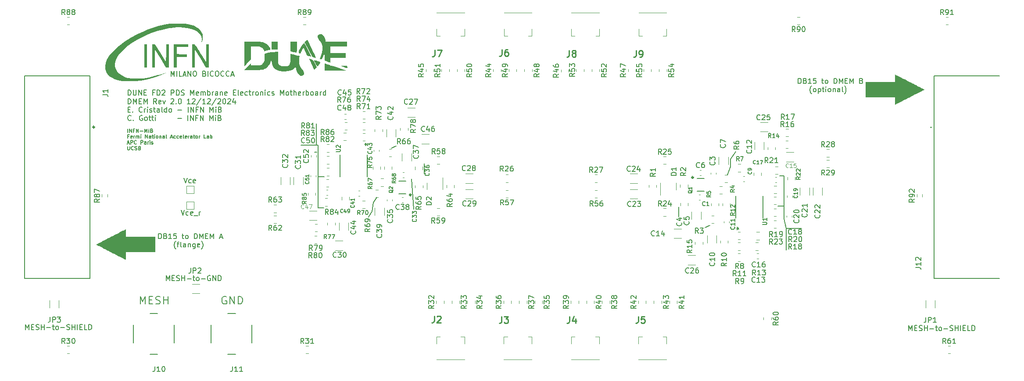
<source format=gbr>
%TF.GenerationSoftware,KiCad,Pcbnew,7.0.7*%
%TF.CreationDate,2024-12-16T13:21:34+01:00*%
%TF.ProjectId,dmem_2V0,646d656d-5f32-4563-902e-6b696361645f,rev?*%
%TF.SameCoordinates,Original*%
%TF.FileFunction,Legend,Top*%
%TF.FilePolarity,Positive*%
%FSLAX46Y46*%
G04 Gerber Fmt 4.6, Leading zero omitted, Abs format (unit mm)*
G04 Created by KiCad (PCBNEW 7.0.7) date 2024-12-16 13:21:34*
%MOMM*%
%LPD*%
G01*
G04 APERTURE LIST*
%ADD10C,0.150000*%
%ADD11C,0.300000*%
%ADD12C,0.125000*%
%ADD13C,0.254000*%
%ADD14C,0.152400*%
%ADD15C,0.120000*%
%ADD16C,0.127000*%
%ADD17C,0.100000*%
%ADD18C,0.200000*%
G04 APERTURE END LIST*
D10*
X198287916Y-106897688D02*
X197830716Y-105018088D01*
X197881516Y-96788488D02*
X197017916Y-96788488D01*
X107949100Y-90831422D02*
X107593500Y-90831422D01*
X126390400Y-103225600D02*
X125983100Y-97384622D01*
X107949100Y-96927422D02*
X107949100Y-90831422D01*
X197830716Y-105018088D02*
X197881516Y-101970088D01*
X198287916Y-106897688D02*
X198287916Y-111063288D01*
X128386700Y-94388100D02*
X128386700Y-96318500D01*
X117651900Y-104750622D02*
X118363100Y-103633022D01*
X182590716Y-106745288D02*
X183555916Y-106338888D01*
X118617100Y-101956622D02*
X119275900Y-100949759D01*
X107949100Y-102921822D02*
X109041300Y-102921822D01*
X177561516Y-104662488D02*
X177561516Y-102732088D01*
X198694316Y-106897688D02*
X198287916Y-106897688D01*
X107187100Y-90831422D02*
X107593500Y-90831422D01*
X123011300Y-90983822D02*
X122046100Y-91390222D01*
X104647100Y-90831422D02*
X107187100Y-90831422D01*
X107949100Y-96927422D02*
X109117500Y-96927422D01*
X107949100Y-96927422D02*
X107949100Y-102921822D01*
X188550316Y-92093781D02*
X187534316Y-93516181D01*
X187534316Y-93516181D02*
X187481001Y-95016689D01*
X118363100Y-103633022D02*
X118617100Y-101956622D01*
X107593500Y-90831422D02*
X107593500Y-86665822D01*
X197830716Y-102579688D02*
X196662316Y-102579688D01*
X201234316Y-106897688D02*
X198694316Y-106897688D01*
X197881516Y-101970088D02*
X197881516Y-96788488D01*
X107253900Y-92152900D02*
X107660300Y-92152900D01*
X187481001Y-95016689D02*
X186899380Y-96600830D01*
X90211941Y-120096857D02*
X90069084Y-120025428D01*
X90069084Y-120025428D02*
X89854798Y-120025428D01*
X89854798Y-120025428D02*
X89640512Y-120096857D01*
X89640512Y-120096857D02*
X89497655Y-120239714D01*
X89497655Y-120239714D02*
X89426226Y-120382571D01*
X89426226Y-120382571D02*
X89354798Y-120668285D01*
X89354798Y-120668285D02*
X89354798Y-120882571D01*
X89354798Y-120882571D02*
X89426226Y-121168285D01*
X89426226Y-121168285D02*
X89497655Y-121311142D01*
X89497655Y-121311142D02*
X89640512Y-121454000D01*
X89640512Y-121454000D02*
X89854798Y-121525428D01*
X89854798Y-121525428D02*
X89997655Y-121525428D01*
X89997655Y-121525428D02*
X90211941Y-121454000D01*
X90211941Y-121454000D02*
X90283369Y-121382571D01*
X90283369Y-121382571D02*
X90283369Y-120882571D01*
X90283369Y-120882571D02*
X89997655Y-120882571D01*
X90926226Y-121525428D02*
X90926226Y-120025428D01*
X90926226Y-120025428D02*
X91783369Y-121525428D01*
X91783369Y-121525428D02*
X91783369Y-120025428D01*
X92497655Y-121525428D02*
X92497655Y-120025428D01*
X92497655Y-120025428D02*
X92854798Y-120025428D01*
X92854798Y-120025428D02*
X93069084Y-120096857D01*
X93069084Y-120096857D02*
X93211941Y-120239714D01*
X93211941Y-120239714D02*
X93283370Y-120382571D01*
X93283370Y-120382571D02*
X93354798Y-120668285D01*
X93354798Y-120668285D02*
X93354798Y-120882571D01*
X93354798Y-120882571D02*
X93283370Y-121168285D01*
X93283370Y-121168285D02*
X93211941Y-121311142D01*
X93211941Y-121311142D02*
X93069084Y-121454000D01*
X93069084Y-121454000D02*
X92854798Y-121525428D01*
X92854798Y-121525428D02*
X92497655Y-121525428D01*
X73605026Y-121525428D02*
X73605026Y-120025428D01*
X73605026Y-120025428D02*
X74105026Y-121096857D01*
X74105026Y-121096857D02*
X74605026Y-120025428D01*
X74605026Y-120025428D02*
X74605026Y-121525428D01*
X75319312Y-120739714D02*
X75819312Y-120739714D01*
X76033598Y-121525428D02*
X75319312Y-121525428D01*
X75319312Y-121525428D02*
X75319312Y-120025428D01*
X75319312Y-120025428D02*
X76033598Y-120025428D01*
X76605027Y-121454000D02*
X76819313Y-121525428D01*
X76819313Y-121525428D02*
X77176455Y-121525428D01*
X77176455Y-121525428D02*
X77319313Y-121454000D01*
X77319313Y-121454000D02*
X77390741Y-121382571D01*
X77390741Y-121382571D02*
X77462170Y-121239714D01*
X77462170Y-121239714D02*
X77462170Y-121096857D01*
X77462170Y-121096857D02*
X77390741Y-120954000D01*
X77390741Y-120954000D02*
X77319313Y-120882571D01*
X77319313Y-120882571D02*
X77176455Y-120811142D01*
X77176455Y-120811142D02*
X76890741Y-120739714D01*
X76890741Y-120739714D02*
X76747884Y-120668285D01*
X76747884Y-120668285D02*
X76676455Y-120596857D01*
X76676455Y-120596857D02*
X76605027Y-120454000D01*
X76605027Y-120454000D02*
X76605027Y-120311142D01*
X76605027Y-120311142D02*
X76676455Y-120168285D01*
X76676455Y-120168285D02*
X76747884Y-120096857D01*
X76747884Y-120096857D02*
X76890741Y-120025428D01*
X76890741Y-120025428D02*
X77247884Y-120025428D01*
X77247884Y-120025428D02*
X77462170Y-120096857D01*
X78105026Y-121525428D02*
X78105026Y-120025428D01*
X78105026Y-120739714D02*
X78962169Y-120739714D01*
X78962169Y-121525428D02*
X78962169Y-120025428D01*
X77146379Y-108902219D02*
X77146379Y-107902219D01*
X77146379Y-107902219D02*
X77384474Y-107902219D01*
X77384474Y-107902219D02*
X77527331Y-107949838D01*
X77527331Y-107949838D02*
X77622569Y-108045076D01*
X77622569Y-108045076D02*
X77670188Y-108140314D01*
X77670188Y-108140314D02*
X77717807Y-108330790D01*
X77717807Y-108330790D02*
X77717807Y-108473647D01*
X77717807Y-108473647D02*
X77670188Y-108664123D01*
X77670188Y-108664123D02*
X77622569Y-108759361D01*
X77622569Y-108759361D02*
X77527331Y-108854600D01*
X77527331Y-108854600D02*
X77384474Y-108902219D01*
X77384474Y-108902219D02*
X77146379Y-108902219D01*
X78479712Y-108378409D02*
X78622569Y-108426028D01*
X78622569Y-108426028D02*
X78670188Y-108473647D01*
X78670188Y-108473647D02*
X78717807Y-108568885D01*
X78717807Y-108568885D02*
X78717807Y-108711742D01*
X78717807Y-108711742D02*
X78670188Y-108806980D01*
X78670188Y-108806980D02*
X78622569Y-108854600D01*
X78622569Y-108854600D02*
X78527331Y-108902219D01*
X78527331Y-108902219D02*
X78146379Y-108902219D01*
X78146379Y-108902219D02*
X78146379Y-107902219D01*
X78146379Y-107902219D02*
X78479712Y-107902219D01*
X78479712Y-107902219D02*
X78574950Y-107949838D01*
X78574950Y-107949838D02*
X78622569Y-107997457D01*
X78622569Y-107997457D02*
X78670188Y-108092695D01*
X78670188Y-108092695D02*
X78670188Y-108187933D01*
X78670188Y-108187933D02*
X78622569Y-108283171D01*
X78622569Y-108283171D02*
X78574950Y-108330790D01*
X78574950Y-108330790D02*
X78479712Y-108378409D01*
X78479712Y-108378409D02*
X78146379Y-108378409D01*
X79670188Y-108902219D02*
X79098760Y-108902219D01*
X79384474Y-108902219D02*
X79384474Y-107902219D01*
X79384474Y-107902219D02*
X79289236Y-108045076D01*
X79289236Y-108045076D02*
X79193998Y-108140314D01*
X79193998Y-108140314D02*
X79098760Y-108187933D01*
X80574950Y-107902219D02*
X80098760Y-107902219D01*
X80098760Y-107902219D02*
X80051141Y-108378409D01*
X80051141Y-108378409D02*
X80098760Y-108330790D01*
X80098760Y-108330790D02*
X80193998Y-108283171D01*
X80193998Y-108283171D02*
X80432093Y-108283171D01*
X80432093Y-108283171D02*
X80527331Y-108330790D01*
X80527331Y-108330790D02*
X80574950Y-108378409D01*
X80574950Y-108378409D02*
X80622569Y-108473647D01*
X80622569Y-108473647D02*
X80622569Y-108711742D01*
X80622569Y-108711742D02*
X80574950Y-108806980D01*
X80574950Y-108806980D02*
X80527331Y-108854600D01*
X80527331Y-108854600D02*
X80432093Y-108902219D01*
X80432093Y-108902219D02*
X80193998Y-108902219D01*
X80193998Y-108902219D02*
X80098760Y-108854600D01*
X80098760Y-108854600D02*
X80051141Y-108806980D01*
X81670189Y-108235552D02*
X82051141Y-108235552D01*
X81813046Y-107902219D02*
X81813046Y-108759361D01*
X81813046Y-108759361D02*
X81860665Y-108854600D01*
X81860665Y-108854600D02*
X81955903Y-108902219D01*
X81955903Y-108902219D02*
X82051141Y-108902219D01*
X82527332Y-108902219D02*
X82432094Y-108854600D01*
X82432094Y-108854600D02*
X82384475Y-108806980D01*
X82384475Y-108806980D02*
X82336856Y-108711742D01*
X82336856Y-108711742D02*
X82336856Y-108426028D01*
X82336856Y-108426028D02*
X82384475Y-108330790D01*
X82384475Y-108330790D02*
X82432094Y-108283171D01*
X82432094Y-108283171D02*
X82527332Y-108235552D01*
X82527332Y-108235552D02*
X82670189Y-108235552D01*
X82670189Y-108235552D02*
X82765427Y-108283171D01*
X82765427Y-108283171D02*
X82813046Y-108330790D01*
X82813046Y-108330790D02*
X82860665Y-108426028D01*
X82860665Y-108426028D02*
X82860665Y-108711742D01*
X82860665Y-108711742D02*
X82813046Y-108806980D01*
X82813046Y-108806980D02*
X82765427Y-108854600D01*
X82765427Y-108854600D02*
X82670189Y-108902219D01*
X82670189Y-108902219D02*
X82527332Y-108902219D01*
X84051142Y-108902219D02*
X84051142Y-107902219D01*
X84051142Y-107902219D02*
X84289237Y-107902219D01*
X84289237Y-107902219D02*
X84432094Y-107949838D01*
X84432094Y-107949838D02*
X84527332Y-108045076D01*
X84527332Y-108045076D02*
X84574951Y-108140314D01*
X84574951Y-108140314D02*
X84622570Y-108330790D01*
X84622570Y-108330790D02*
X84622570Y-108473647D01*
X84622570Y-108473647D02*
X84574951Y-108664123D01*
X84574951Y-108664123D02*
X84527332Y-108759361D01*
X84527332Y-108759361D02*
X84432094Y-108854600D01*
X84432094Y-108854600D02*
X84289237Y-108902219D01*
X84289237Y-108902219D02*
X84051142Y-108902219D01*
X85051142Y-108902219D02*
X85051142Y-107902219D01*
X85051142Y-107902219D02*
X85384475Y-108616504D01*
X85384475Y-108616504D02*
X85717808Y-107902219D01*
X85717808Y-107902219D02*
X85717808Y-108902219D01*
X86193999Y-108378409D02*
X86527332Y-108378409D01*
X86670189Y-108902219D02*
X86193999Y-108902219D01*
X86193999Y-108902219D02*
X86193999Y-107902219D01*
X86193999Y-107902219D02*
X86670189Y-107902219D01*
X87098761Y-108902219D02*
X87098761Y-107902219D01*
X87098761Y-107902219D02*
X87432094Y-108616504D01*
X87432094Y-108616504D02*
X87765427Y-107902219D01*
X87765427Y-107902219D02*
X87765427Y-108902219D01*
X88955904Y-108616504D02*
X89432094Y-108616504D01*
X88860666Y-108902219D02*
X89193999Y-107902219D01*
X89193999Y-107902219D02*
X89527332Y-108902219D01*
X80479713Y-110893171D02*
X80432094Y-110845552D01*
X80432094Y-110845552D02*
X80336856Y-110702695D01*
X80336856Y-110702695D02*
X80289237Y-110607457D01*
X80289237Y-110607457D02*
X80241618Y-110464600D01*
X80241618Y-110464600D02*
X80193999Y-110226504D01*
X80193999Y-110226504D02*
X80193999Y-110036028D01*
X80193999Y-110036028D02*
X80241618Y-109797933D01*
X80241618Y-109797933D02*
X80289237Y-109655076D01*
X80289237Y-109655076D02*
X80336856Y-109559838D01*
X80336856Y-109559838D02*
X80432094Y-109416980D01*
X80432094Y-109416980D02*
X80479713Y-109369361D01*
X80717809Y-109845552D02*
X81098761Y-109845552D01*
X80860666Y-110512219D02*
X80860666Y-109655076D01*
X80860666Y-109655076D02*
X80908285Y-109559838D01*
X80908285Y-109559838D02*
X81003523Y-109512219D01*
X81003523Y-109512219D02*
X81098761Y-109512219D01*
X81574952Y-110512219D02*
X81479714Y-110464600D01*
X81479714Y-110464600D02*
X81432095Y-110369361D01*
X81432095Y-110369361D02*
X81432095Y-109512219D01*
X82384476Y-110512219D02*
X82384476Y-109988409D01*
X82384476Y-109988409D02*
X82336857Y-109893171D01*
X82336857Y-109893171D02*
X82241619Y-109845552D01*
X82241619Y-109845552D02*
X82051143Y-109845552D01*
X82051143Y-109845552D02*
X81955905Y-109893171D01*
X82384476Y-110464600D02*
X82289238Y-110512219D01*
X82289238Y-110512219D02*
X82051143Y-110512219D01*
X82051143Y-110512219D02*
X81955905Y-110464600D01*
X81955905Y-110464600D02*
X81908286Y-110369361D01*
X81908286Y-110369361D02*
X81908286Y-110274123D01*
X81908286Y-110274123D02*
X81955905Y-110178885D01*
X81955905Y-110178885D02*
X82051143Y-110131266D01*
X82051143Y-110131266D02*
X82289238Y-110131266D01*
X82289238Y-110131266D02*
X82384476Y-110083647D01*
X82860667Y-109845552D02*
X82860667Y-110512219D01*
X82860667Y-109940790D02*
X82908286Y-109893171D01*
X82908286Y-109893171D02*
X83003524Y-109845552D01*
X83003524Y-109845552D02*
X83146381Y-109845552D01*
X83146381Y-109845552D02*
X83241619Y-109893171D01*
X83241619Y-109893171D02*
X83289238Y-109988409D01*
X83289238Y-109988409D02*
X83289238Y-110512219D01*
X84194000Y-109845552D02*
X84194000Y-110655076D01*
X84194000Y-110655076D02*
X84146381Y-110750314D01*
X84146381Y-110750314D02*
X84098762Y-110797933D01*
X84098762Y-110797933D02*
X84003524Y-110845552D01*
X84003524Y-110845552D02*
X83860667Y-110845552D01*
X83860667Y-110845552D02*
X83765429Y-110797933D01*
X84194000Y-110464600D02*
X84098762Y-110512219D01*
X84098762Y-110512219D02*
X83908286Y-110512219D01*
X83908286Y-110512219D02*
X83813048Y-110464600D01*
X83813048Y-110464600D02*
X83765429Y-110416980D01*
X83765429Y-110416980D02*
X83717810Y-110321742D01*
X83717810Y-110321742D02*
X83717810Y-110036028D01*
X83717810Y-110036028D02*
X83765429Y-109940790D01*
X83765429Y-109940790D02*
X83813048Y-109893171D01*
X83813048Y-109893171D02*
X83908286Y-109845552D01*
X83908286Y-109845552D02*
X84098762Y-109845552D01*
X84098762Y-109845552D02*
X84194000Y-109893171D01*
X85051143Y-110464600D02*
X84955905Y-110512219D01*
X84955905Y-110512219D02*
X84765429Y-110512219D01*
X84765429Y-110512219D02*
X84670191Y-110464600D01*
X84670191Y-110464600D02*
X84622572Y-110369361D01*
X84622572Y-110369361D02*
X84622572Y-109988409D01*
X84622572Y-109988409D02*
X84670191Y-109893171D01*
X84670191Y-109893171D02*
X84765429Y-109845552D01*
X84765429Y-109845552D02*
X84955905Y-109845552D01*
X84955905Y-109845552D02*
X85051143Y-109893171D01*
X85051143Y-109893171D02*
X85098762Y-109988409D01*
X85098762Y-109988409D02*
X85098762Y-110083647D01*
X85098762Y-110083647D02*
X84622572Y-110178885D01*
X85432096Y-110893171D02*
X85479715Y-110845552D01*
X85479715Y-110845552D02*
X85574953Y-110702695D01*
X85574953Y-110702695D02*
X85622572Y-110607457D01*
X85622572Y-110607457D02*
X85670191Y-110464600D01*
X85670191Y-110464600D02*
X85717810Y-110226504D01*
X85717810Y-110226504D02*
X85717810Y-110036028D01*
X85717810Y-110036028D02*
X85670191Y-109797933D01*
X85670191Y-109797933D02*
X85622572Y-109655076D01*
X85622572Y-109655076D02*
X85574953Y-109559838D01*
X85574953Y-109559838D02*
X85479715Y-109416980D01*
X85479715Y-109416980D02*
X85432096Y-109369361D01*
X78619579Y-117014619D02*
X78619579Y-116014619D01*
X78619579Y-116014619D02*
X78952912Y-116728904D01*
X78952912Y-116728904D02*
X79286245Y-116014619D01*
X79286245Y-116014619D02*
X79286245Y-117014619D01*
X79762436Y-116490809D02*
X80095769Y-116490809D01*
X80238626Y-117014619D02*
X79762436Y-117014619D01*
X79762436Y-117014619D02*
X79762436Y-116014619D01*
X79762436Y-116014619D02*
X80238626Y-116014619D01*
X80619579Y-116967000D02*
X80762436Y-117014619D01*
X80762436Y-117014619D02*
X81000531Y-117014619D01*
X81000531Y-117014619D02*
X81095769Y-116967000D01*
X81095769Y-116967000D02*
X81143388Y-116919380D01*
X81143388Y-116919380D02*
X81191007Y-116824142D01*
X81191007Y-116824142D02*
X81191007Y-116728904D01*
X81191007Y-116728904D02*
X81143388Y-116633666D01*
X81143388Y-116633666D02*
X81095769Y-116586047D01*
X81095769Y-116586047D02*
X81000531Y-116538428D01*
X81000531Y-116538428D02*
X80810055Y-116490809D01*
X80810055Y-116490809D02*
X80714817Y-116443190D01*
X80714817Y-116443190D02*
X80667198Y-116395571D01*
X80667198Y-116395571D02*
X80619579Y-116300333D01*
X80619579Y-116300333D02*
X80619579Y-116205095D01*
X80619579Y-116205095D02*
X80667198Y-116109857D01*
X80667198Y-116109857D02*
X80714817Y-116062238D01*
X80714817Y-116062238D02*
X80810055Y-116014619D01*
X80810055Y-116014619D02*
X81048150Y-116014619D01*
X81048150Y-116014619D02*
X81191007Y-116062238D01*
X81619579Y-117014619D02*
X81619579Y-116014619D01*
X81619579Y-116490809D02*
X82191007Y-116490809D01*
X82191007Y-117014619D02*
X82191007Y-116014619D01*
X82667198Y-116633666D02*
X83429103Y-116633666D01*
X83762436Y-116347952D02*
X84143388Y-116347952D01*
X83905293Y-116014619D02*
X83905293Y-116871761D01*
X83905293Y-116871761D02*
X83952912Y-116967000D01*
X83952912Y-116967000D02*
X84048150Y-117014619D01*
X84048150Y-117014619D02*
X84143388Y-117014619D01*
X84619579Y-117014619D02*
X84524341Y-116967000D01*
X84524341Y-116967000D02*
X84476722Y-116919380D01*
X84476722Y-116919380D02*
X84429103Y-116824142D01*
X84429103Y-116824142D02*
X84429103Y-116538428D01*
X84429103Y-116538428D02*
X84476722Y-116443190D01*
X84476722Y-116443190D02*
X84524341Y-116395571D01*
X84524341Y-116395571D02*
X84619579Y-116347952D01*
X84619579Y-116347952D02*
X84762436Y-116347952D01*
X84762436Y-116347952D02*
X84857674Y-116395571D01*
X84857674Y-116395571D02*
X84905293Y-116443190D01*
X84905293Y-116443190D02*
X84952912Y-116538428D01*
X84952912Y-116538428D02*
X84952912Y-116824142D01*
X84952912Y-116824142D02*
X84905293Y-116919380D01*
X84905293Y-116919380D02*
X84857674Y-116967000D01*
X84857674Y-116967000D02*
X84762436Y-117014619D01*
X84762436Y-117014619D02*
X84619579Y-117014619D01*
X85381484Y-116633666D02*
X86143389Y-116633666D01*
X87143388Y-116062238D02*
X87048150Y-116014619D01*
X87048150Y-116014619D02*
X86905293Y-116014619D01*
X86905293Y-116014619D02*
X86762436Y-116062238D01*
X86762436Y-116062238D02*
X86667198Y-116157476D01*
X86667198Y-116157476D02*
X86619579Y-116252714D01*
X86619579Y-116252714D02*
X86571960Y-116443190D01*
X86571960Y-116443190D02*
X86571960Y-116586047D01*
X86571960Y-116586047D02*
X86619579Y-116776523D01*
X86619579Y-116776523D02*
X86667198Y-116871761D01*
X86667198Y-116871761D02*
X86762436Y-116967000D01*
X86762436Y-116967000D02*
X86905293Y-117014619D01*
X86905293Y-117014619D02*
X87000531Y-117014619D01*
X87000531Y-117014619D02*
X87143388Y-116967000D01*
X87143388Y-116967000D02*
X87191007Y-116919380D01*
X87191007Y-116919380D02*
X87191007Y-116586047D01*
X87191007Y-116586047D02*
X87000531Y-116586047D01*
X87619579Y-117014619D02*
X87619579Y-116014619D01*
X87619579Y-116014619D02*
X88191007Y-117014619D01*
X88191007Y-117014619D02*
X88191007Y-116014619D01*
X88667198Y-117014619D02*
X88667198Y-116014619D01*
X88667198Y-116014619D02*
X88905293Y-116014619D01*
X88905293Y-116014619D02*
X89048150Y-116062238D01*
X89048150Y-116062238D02*
X89143388Y-116157476D01*
X89143388Y-116157476D02*
X89191007Y-116252714D01*
X89191007Y-116252714D02*
X89238626Y-116443190D01*
X89238626Y-116443190D02*
X89238626Y-116586047D01*
X89238626Y-116586047D02*
X89191007Y-116776523D01*
X89191007Y-116776523D02*
X89143388Y-116871761D01*
X89143388Y-116871761D02*
X89048150Y-116967000D01*
X89048150Y-116967000D02*
X88905293Y-117014619D01*
X88905293Y-117014619D02*
X88667198Y-117014619D01*
X71253579Y-82857419D02*
X71253579Y-81857419D01*
X71253579Y-81857419D02*
X71491674Y-81857419D01*
X71491674Y-81857419D02*
X71634531Y-81905038D01*
X71634531Y-81905038D02*
X71729769Y-82000276D01*
X71729769Y-82000276D02*
X71777388Y-82095514D01*
X71777388Y-82095514D02*
X71825007Y-82285990D01*
X71825007Y-82285990D02*
X71825007Y-82428847D01*
X71825007Y-82428847D02*
X71777388Y-82619323D01*
X71777388Y-82619323D02*
X71729769Y-82714561D01*
X71729769Y-82714561D02*
X71634531Y-82809800D01*
X71634531Y-82809800D02*
X71491674Y-82857419D01*
X71491674Y-82857419D02*
X71253579Y-82857419D01*
X72253579Y-82857419D02*
X72253579Y-81857419D01*
X72253579Y-81857419D02*
X72586912Y-82571704D01*
X72586912Y-82571704D02*
X72920245Y-81857419D01*
X72920245Y-81857419D02*
X72920245Y-82857419D01*
X73396436Y-82333609D02*
X73729769Y-82333609D01*
X73872626Y-82857419D02*
X73396436Y-82857419D01*
X73396436Y-82857419D02*
X73396436Y-81857419D01*
X73396436Y-81857419D02*
X73872626Y-81857419D01*
X74301198Y-82857419D02*
X74301198Y-81857419D01*
X74301198Y-81857419D02*
X74634531Y-82571704D01*
X74634531Y-82571704D02*
X74967864Y-81857419D01*
X74967864Y-81857419D02*
X74967864Y-82857419D01*
X76777388Y-82857419D02*
X76444055Y-82381228D01*
X76205960Y-82857419D02*
X76205960Y-81857419D01*
X76205960Y-81857419D02*
X76586912Y-81857419D01*
X76586912Y-81857419D02*
X76682150Y-81905038D01*
X76682150Y-81905038D02*
X76729769Y-81952657D01*
X76729769Y-81952657D02*
X76777388Y-82047895D01*
X76777388Y-82047895D02*
X76777388Y-82190752D01*
X76777388Y-82190752D02*
X76729769Y-82285990D01*
X76729769Y-82285990D02*
X76682150Y-82333609D01*
X76682150Y-82333609D02*
X76586912Y-82381228D01*
X76586912Y-82381228D02*
X76205960Y-82381228D01*
X77586912Y-82809800D02*
X77491674Y-82857419D01*
X77491674Y-82857419D02*
X77301198Y-82857419D01*
X77301198Y-82857419D02*
X77205960Y-82809800D01*
X77205960Y-82809800D02*
X77158341Y-82714561D01*
X77158341Y-82714561D02*
X77158341Y-82333609D01*
X77158341Y-82333609D02*
X77205960Y-82238371D01*
X77205960Y-82238371D02*
X77301198Y-82190752D01*
X77301198Y-82190752D02*
X77491674Y-82190752D01*
X77491674Y-82190752D02*
X77586912Y-82238371D01*
X77586912Y-82238371D02*
X77634531Y-82333609D01*
X77634531Y-82333609D02*
X77634531Y-82428847D01*
X77634531Y-82428847D02*
X77158341Y-82524085D01*
X77967865Y-82190752D02*
X78205960Y-82857419D01*
X78205960Y-82857419D02*
X78444055Y-82190752D01*
X79539294Y-81952657D02*
X79586913Y-81905038D01*
X79586913Y-81905038D02*
X79682151Y-81857419D01*
X79682151Y-81857419D02*
X79920246Y-81857419D01*
X79920246Y-81857419D02*
X80015484Y-81905038D01*
X80015484Y-81905038D02*
X80063103Y-81952657D01*
X80063103Y-81952657D02*
X80110722Y-82047895D01*
X80110722Y-82047895D02*
X80110722Y-82143133D01*
X80110722Y-82143133D02*
X80063103Y-82285990D01*
X80063103Y-82285990D02*
X79491675Y-82857419D01*
X79491675Y-82857419D02*
X80110722Y-82857419D01*
X80539294Y-82762180D02*
X80586913Y-82809800D01*
X80586913Y-82809800D02*
X80539294Y-82857419D01*
X80539294Y-82857419D02*
X80491675Y-82809800D01*
X80491675Y-82809800D02*
X80539294Y-82762180D01*
X80539294Y-82762180D02*
X80539294Y-82857419D01*
X81205960Y-81857419D02*
X81301198Y-81857419D01*
X81301198Y-81857419D02*
X81396436Y-81905038D01*
X81396436Y-81905038D02*
X81444055Y-81952657D01*
X81444055Y-81952657D02*
X81491674Y-82047895D01*
X81491674Y-82047895D02*
X81539293Y-82238371D01*
X81539293Y-82238371D02*
X81539293Y-82476466D01*
X81539293Y-82476466D02*
X81491674Y-82666942D01*
X81491674Y-82666942D02*
X81444055Y-82762180D01*
X81444055Y-82762180D02*
X81396436Y-82809800D01*
X81396436Y-82809800D02*
X81301198Y-82857419D01*
X81301198Y-82857419D02*
X81205960Y-82857419D01*
X81205960Y-82857419D02*
X81110722Y-82809800D01*
X81110722Y-82809800D02*
X81063103Y-82762180D01*
X81063103Y-82762180D02*
X81015484Y-82666942D01*
X81015484Y-82666942D02*
X80967865Y-82476466D01*
X80967865Y-82476466D02*
X80967865Y-82238371D01*
X80967865Y-82238371D02*
X81015484Y-82047895D01*
X81015484Y-82047895D02*
X81063103Y-81952657D01*
X81063103Y-81952657D02*
X81110722Y-81905038D01*
X81110722Y-81905038D02*
X81205960Y-81857419D01*
X83253579Y-82857419D02*
X82682151Y-82857419D01*
X82967865Y-82857419D02*
X82967865Y-81857419D01*
X82967865Y-81857419D02*
X82872627Y-82000276D01*
X82872627Y-82000276D02*
X82777389Y-82095514D01*
X82777389Y-82095514D02*
X82682151Y-82143133D01*
X83634532Y-81952657D02*
X83682151Y-81905038D01*
X83682151Y-81905038D02*
X83777389Y-81857419D01*
X83777389Y-81857419D02*
X84015484Y-81857419D01*
X84015484Y-81857419D02*
X84110722Y-81905038D01*
X84110722Y-81905038D02*
X84158341Y-81952657D01*
X84158341Y-81952657D02*
X84205960Y-82047895D01*
X84205960Y-82047895D02*
X84205960Y-82143133D01*
X84205960Y-82143133D02*
X84158341Y-82285990D01*
X84158341Y-82285990D02*
X83586913Y-82857419D01*
X83586913Y-82857419D02*
X84205960Y-82857419D01*
X85348817Y-81809800D02*
X84491675Y-83095514D01*
X86205960Y-82857419D02*
X85634532Y-82857419D01*
X85920246Y-82857419D02*
X85920246Y-81857419D01*
X85920246Y-81857419D02*
X85825008Y-82000276D01*
X85825008Y-82000276D02*
X85729770Y-82095514D01*
X85729770Y-82095514D02*
X85634532Y-82143133D01*
X86586913Y-81952657D02*
X86634532Y-81905038D01*
X86634532Y-81905038D02*
X86729770Y-81857419D01*
X86729770Y-81857419D02*
X86967865Y-81857419D01*
X86967865Y-81857419D02*
X87063103Y-81905038D01*
X87063103Y-81905038D02*
X87110722Y-81952657D01*
X87110722Y-81952657D02*
X87158341Y-82047895D01*
X87158341Y-82047895D02*
X87158341Y-82143133D01*
X87158341Y-82143133D02*
X87110722Y-82285990D01*
X87110722Y-82285990D02*
X86539294Y-82857419D01*
X86539294Y-82857419D02*
X87158341Y-82857419D01*
X88301198Y-81809800D02*
X87444056Y-83095514D01*
X88586913Y-81952657D02*
X88634532Y-81905038D01*
X88634532Y-81905038D02*
X88729770Y-81857419D01*
X88729770Y-81857419D02*
X88967865Y-81857419D01*
X88967865Y-81857419D02*
X89063103Y-81905038D01*
X89063103Y-81905038D02*
X89110722Y-81952657D01*
X89110722Y-81952657D02*
X89158341Y-82047895D01*
X89158341Y-82047895D02*
X89158341Y-82143133D01*
X89158341Y-82143133D02*
X89110722Y-82285990D01*
X89110722Y-82285990D02*
X88539294Y-82857419D01*
X88539294Y-82857419D02*
X89158341Y-82857419D01*
X89777389Y-81857419D02*
X89872627Y-81857419D01*
X89872627Y-81857419D02*
X89967865Y-81905038D01*
X89967865Y-81905038D02*
X90015484Y-81952657D01*
X90015484Y-81952657D02*
X90063103Y-82047895D01*
X90063103Y-82047895D02*
X90110722Y-82238371D01*
X90110722Y-82238371D02*
X90110722Y-82476466D01*
X90110722Y-82476466D02*
X90063103Y-82666942D01*
X90063103Y-82666942D02*
X90015484Y-82762180D01*
X90015484Y-82762180D02*
X89967865Y-82809800D01*
X89967865Y-82809800D02*
X89872627Y-82857419D01*
X89872627Y-82857419D02*
X89777389Y-82857419D01*
X89777389Y-82857419D02*
X89682151Y-82809800D01*
X89682151Y-82809800D02*
X89634532Y-82762180D01*
X89634532Y-82762180D02*
X89586913Y-82666942D01*
X89586913Y-82666942D02*
X89539294Y-82476466D01*
X89539294Y-82476466D02*
X89539294Y-82238371D01*
X89539294Y-82238371D02*
X89586913Y-82047895D01*
X89586913Y-82047895D02*
X89634532Y-81952657D01*
X89634532Y-81952657D02*
X89682151Y-81905038D01*
X89682151Y-81905038D02*
X89777389Y-81857419D01*
X90491675Y-81952657D02*
X90539294Y-81905038D01*
X90539294Y-81905038D02*
X90634532Y-81857419D01*
X90634532Y-81857419D02*
X90872627Y-81857419D01*
X90872627Y-81857419D02*
X90967865Y-81905038D01*
X90967865Y-81905038D02*
X91015484Y-81952657D01*
X91015484Y-81952657D02*
X91063103Y-82047895D01*
X91063103Y-82047895D02*
X91063103Y-82143133D01*
X91063103Y-82143133D02*
X91015484Y-82285990D01*
X91015484Y-82285990D02*
X90444056Y-82857419D01*
X90444056Y-82857419D02*
X91063103Y-82857419D01*
X91920246Y-82190752D02*
X91920246Y-82857419D01*
X91682151Y-81809800D02*
X91444056Y-82524085D01*
X91444056Y-82524085D02*
X92063103Y-82524085D01*
X71253579Y-83943609D02*
X71586912Y-83943609D01*
X71729769Y-84467419D02*
X71253579Y-84467419D01*
X71253579Y-84467419D02*
X71253579Y-83467419D01*
X71253579Y-83467419D02*
X71729769Y-83467419D01*
X72158341Y-84372180D02*
X72205960Y-84419800D01*
X72205960Y-84419800D02*
X72158341Y-84467419D01*
X72158341Y-84467419D02*
X72110722Y-84419800D01*
X72110722Y-84419800D02*
X72158341Y-84372180D01*
X72158341Y-84372180D02*
X72158341Y-84467419D01*
X73967864Y-84372180D02*
X73920245Y-84419800D01*
X73920245Y-84419800D02*
X73777388Y-84467419D01*
X73777388Y-84467419D02*
X73682150Y-84467419D01*
X73682150Y-84467419D02*
X73539293Y-84419800D01*
X73539293Y-84419800D02*
X73444055Y-84324561D01*
X73444055Y-84324561D02*
X73396436Y-84229323D01*
X73396436Y-84229323D02*
X73348817Y-84038847D01*
X73348817Y-84038847D02*
X73348817Y-83895990D01*
X73348817Y-83895990D02*
X73396436Y-83705514D01*
X73396436Y-83705514D02*
X73444055Y-83610276D01*
X73444055Y-83610276D02*
X73539293Y-83515038D01*
X73539293Y-83515038D02*
X73682150Y-83467419D01*
X73682150Y-83467419D02*
X73777388Y-83467419D01*
X73777388Y-83467419D02*
X73920245Y-83515038D01*
X73920245Y-83515038D02*
X73967864Y-83562657D01*
X74396436Y-84467419D02*
X74396436Y-83800752D01*
X74396436Y-83991228D02*
X74444055Y-83895990D01*
X74444055Y-83895990D02*
X74491674Y-83848371D01*
X74491674Y-83848371D02*
X74586912Y-83800752D01*
X74586912Y-83800752D02*
X74682150Y-83800752D01*
X75015484Y-84467419D02*
X75015484Y-83800752D01*
X75015484Y-83467419D02*
X74967865Y-83515038D01*
X74967865Y-83515038D02*
X75015484Y-83562657D01*
X75015484Y-83562657D02*
X75063103Y-83515038D01*
X75063103Y-83515038D02*
X75015484Y-83467419D01*
X75015484Y-83467419D02*
X75015484Y-83562657D01*
X75444055Y-84419800D02*
X75539293Y-84467419D01*
X75539293Y-84467419D02*
X75729769Y-84467419D01*
X75729769Y-84467419D02*
X75825007Y-84419800D01*
X75825007Y-84419800D02*
X75872626Y-84324561D01*
X75872626Y-84324561D02*
X75872626Y-84276942D01*
X75872626Y-84276942D02*
X75825007Y-84181704D01*
X75825007Y-84181704D02*
X75729769Y-84134085D01*
X75729769Y-84134085D02*
X75586912Y-84134085D01*
X75586912Y-84134085D02*
X75491674Y-84086466D01*
X75491674Y-84086466D02*
X75444055Y-83991228D01*
X75444055Y-83991228D02*
X75444055Y-83943609D01*
X75444055Y-83943609D02*
X75491674Y-83848371D01*
X75491674Y-83848371D02*
X75586912Y-83800752D01*
X75586912Y-83800752D02*
X75729769Y-83800752D01*
X75729769Y-83800752D02*
X75825007Y-83848371D01*
X76158341Y-83800752D02*
X76539293Y-83800752D01*
X76301198Y-83467419D02*
X76301198Y-84324561D01*
X76301198Y-84324561D02*
X76348817Y-84419800D01*
X76348817Y-84419800D02*
X76444055Y-84467419D01*
X76444055Y-84467419D02*
X76539293Y-84467419D01*
X77301198Y-84467419D02*
X77301198Y-83943609D01*
X77301198Y-83943609D02*
X77253579Y-83848371D01*
X77253579Y-83848371D02*
X77158341Y-83800752D01*
X77158341Y-83800752D02*
X76967865Y-83800752D01*
X76967865Y-83800752D02*
X76872627Y-83848371D01*
X77301198Y-84419800D02*
X77205960Y-84467419D01*
X77205960Y-84467419D02*
X76967865Y-84467419D01*
X76967865Y-84467419D02*
X76872627Y-84419800D01*
X76872627Y-84419800D02*
X76825008Y-84324561D01*
X76825008Y-84324561D02*
X76825008Y-84229323D01*
X76825008Y-84229323D02*
X76872627Y-84134085D01*
X76872627Y-84134085D02*
X76967865Y-84086466D01*
X76967865Y-84086466D02*
X77205960Y-84086466D01*
X77205960Y-84086466D02*
X77301198Y-84038847D01*
X77920246Y-84467419D02*
X77825008Y-84419800D01*
X77825008Y-84419800D02*
X77777389Y-84324561D01*
X77777389Y-84324561D02*
X77777389Y-83467419D01*
X78729770Y-84467419D02*
X78729770Y-83467419D01*
X78729770Y-84419800D02*
X78634532Y-84467419D01*
X78634532Y-84467419D02*
X78444056Y-84467419D01*
X78444056Y-84467419D02*
X78348818Y-84419800D01*
X78348818Y-84419800D02*
X78301199Y-84372180D01*
X78301199Y-84372180D02*
X78253580Y-84276942D01*
X78253580Y-84276942D02*
X78253580Y-83991228D01*
X78253580Y-83991228D02*
X78301199Y-83895990D01*
X78301199Y-83895990D02*
X78348818Y-83848371D01*
X78348818Y-83848371D02*
X78444056Y-83800752D01*
X78444056Y-83800752D02*
X78634532Y-83800752D01*
X78634532Y-83800752D02*
X78729770Y-83848371D01*
X79348818Y-84467419D02*
X79253580Y-84419800D01*
X79253580Y-84419800D02*
X79205961Y-84372180D01*
X79205961Y-84372180D02*
X79158342Y-84276942D01*
X79158342Y-84276942D02*
X79158342Y-83991228D01*
X79158342Y-83991228D02*
X79205961Y-83895990D01*
X79205961Y-83895990D02*
X79253580Y-83848371D01*
X79253580Y-83848371D02*
X79348818Y-83800752D01*
X79348818Y-83800752D02*
X79491675Y-83800752D01*
X79491675Y-83800752D02*
X79586913Y-83848371D01*
X79586913Y-83848371D02*
X79634532Y-83895990D01*
X79634532Y-83895990D02*
X79682151Y-83991228D01*
X79682151Y-83991228D02*
X79682151Y-84276942D01*
X79682151Y-84276942D02*
X79634532Y-84372180D01*
X79634532Y-84372180D02*
X79586913Y-84419800D01*
X79586913Y-84419800D02*
X79491675Y-84467419D01*
X79491675Y-84467419D02*
X79348818Y-84467419D01*
X80872628Y-84086466D02*
X81634533Y-84086466D01*
X82872628Y-84467419D02*
X82872628Y-83467419D01*
X83348818Y-84467419D02*
X83348818Y-83467419D01*
X83348818Y-83467419D02*
X83920246Y-84467419D01*
X83920246Y-84467419D02*
X83920246Y-83467419D01*
X84729770Y-83943609D02*
X84396437Y-83943609D01*
X84396437Y-84467419D02*
X84396437Y-83467419D01*
X84396437Y-83467419D02*
X84872627Y-83467419D01*
X85253580Y-84467419D02*
X85253580Y-83467419D01*
X85253580Y-83467419D02*
X85825008Y-84467419D01*
X85825008Y-84467419D02*
X85825008Y-83467419D01*
X87063104Y-84467419D02*
X87063104Y-83467419D01*
X87063104Y-83467419D02*
X87396437Y-84181704D01*
X87396437Y-84181704D02*
X87729770Y-83467419D01*
X87729770Y-83467419D02*
X87729770Y-84467419D01*
X88205961Y-84467419D02*
X88205961Y-83800752D01*
X88205961Y-83467419D02*
X88158342Y-83515038D01*
X88158342Y-83515038D02*
X88205961Y-83562657D01*
X88205961Y-83562657D02*
X88253580Y-83515038D01*
X88253580Y-83515038D02*
X88205961Y-83467419D01*
X88205961Y-83467419D02*
X88205961Y-83562657D01*
X89015484Y-83943609D02*
X89158341Y-83991228D01*
X89158341Y-83991228D02*
X89205960Y-84038847D01*
X89205960Y-84038847D02*
X89253579Y-84134085D01*
X89253579Y-84134085D02*
X89253579Y-84276942D01*
X89253579Y-84276942D02*
X89205960Y-84372180D01*
X89205960Y-84372180D02*
X89158341Y-84419800D01*
X89158341Y-84419800D02*
X89063103Y-84467419D01*
X89063103Y-84467419D02*
X88682151Y-84467419D01*
X88682151Y-84467419D02*
X88682151Y-83467419D01*
X88682151Y-83467419D02*
X89015484Y-83467419D01*
X89015484Y-83467419D02*
X89110722Y-83515038D01*
X89110722Y-83515038D02*
X89158341Y-83562657D01*
X89158341Y-83562657D02*
X89205960Y-83657895D01*
X89205960Y-83657895D02*
X89205960Y-83753133D01*
X89205960Y-83753133D02*
X89158341Y-83848371D01*
X89158341Y-83848371D02*
X89110722Y-83895990D01*
X89110722Y-83895990D02*
X89015484Y-83943609D01*
X89015484Y-83943609D02*
X88682151Y-83943609D01*
X71825007Y-85982180D02*
X71777388Y-86029800D01*
X71777388Y-86029800D02*
X71634531Y-86077419D01*
X71634531Y-86077419D02*
X71539293Y-86077419D01*
X71539293Y-86077419D02*
X71396436Y-86029800D01*
X71396436Y-86029800D02*
X71301198Y-85934561D01*
X71301198Y-85934561D02*
X71253579Y-85839323D01*
X71253579Y-85839323D02*
X71205960Y-85648847D01*
X71205960Y-85648847D02*
X71205960Y-85505990D01*
X71205960Y-85505990D02*
X71253579Y-85315514D01*
X71253579Y-85315514D02*
X71301198Y-85220276D01*
X71301198Y-85220276D02*
X71396436Y-85125038D01*
X71396436Y-85125038D02*
X71539293Y-85077419D01*
X71539293Y-85077419D02*
X71634531Y-85077419D01*
X71634531Y-85077419D02*
X71777388Y-85125038D01*
X71777388Y-85125038D02*
X71825007Y-85172657D01*
X72253579Y-85982180D02*
X72301198Y-86029800D01*
X72301198Y-86029800D02*
X72253579Y-86077419D01*
X72253579Y-86077419D02*
X72205960Y-86029800D01*
X72205960Y-86029800D02*
X72253579Y-85982180D01*
X72253579Y-85982180D02*
X72253579Y-86077419D01*
X74015483Y-85125038D02*
X73920245Y-85077419D01*
X73920245Y-85077419D02*
X73777388Y-85077419D01*
X73777388Y-85077419D02*
X73634531Y-85125038D01*
X73634531Y-85125038D02*
X73539293Y-85220276D01*
X73539293Y-85220276D02*
X73491674Y-85315514D01*
X73491674Y-85315514D02*
X73444055Y-85505990D01*
X73444055Y-85505990D02*
X73444055Y-85648847D01*
X73444055Y-85648847D02*
X73491674Y-85839323D01*
X73491674Y-85839323D02*
X73539293Y-85934561D01*
X73539293Y-85934561D02*
X73634531Y-86029800D01*
X73634531Y-86029800D02*
X73777388Y-86077419D01*
X73777388Y-86077419D02*
X73872626Y-86077419D01*
X73872626Y-86077419D02*
X74015483Y-86029800D01*
X74015483Y-86029800D02*
X74063102Y-85982180D01*
X74063102Y-85982180D02*
X74063102Y-85648847D01*
X74063102Y-85648847D02*
X73872626Y-85648847D01*
X74634531Y-86077419D02*
X74539293Y-86029800D01*
X74539293Y-86029800D02*
X74491674Y-85982180D01*
X74491674Y-85982180D02*
X74444055Y-85886942D01*
X74444055Y-85886942D02*
X74444055Y-85601228D01*
X74444055Y-85601228D02*
X74491674Y-85505990D01*
X74491674Y-85505990D02*
X74539293Y-85458371D01*
X74539293Y-85458371D02*
X74634531Y-85410752D01*
X74634531Y-85410752D02*
X74777388Y-85410752D01*
X74777388Y-85410752D02*
X74872626Y-85458371D01*
X74872626Y-85458371D02*
X74920245Y-85505990D01*
X74920245Y-85505990D02*
X74967864Y-85601228D01*
X74967864Y-85601228D02*
X74967864Y-85886942D01*
X74967864Y-85886942D02*
X74920245Y-85982180D01*
X74920245Y-85982180D02*
X74872626Y-86029800D01*
X74872626Y-86029800D02*
X74777388Y-86077419D01*
X74777388Y-86077419D02*
X74634531Y-86077419D01*
X75253579Y-85410752D02*
X75634531Y-85410752D01*
X75396436Y-85077419D02*
X75396436Y-85934561D01*
X75396436Y-85934561D02*
X75444055Y-86029800D01*
X75444055Y-86029800D02*
X75539293Y-86077419D01*
X75539293Y-86077419D02*
X75634531Y-86077419D01*
X75825008Y-85410752D02*
X76205960Y-85410752D01*
X75967865Y-85077419D02*
X75967865Y-85934561D01*
X75967865Y-85934561D02*
X76015484Y-86029800D01*
X76015484Y-86029800D02*
X76110722Y-86077419D01*
X76110722Y-86077419D02*
X76205960Y-86077419D01*
X76539294Y-86077419D02*
X76539294Y-85410752D01*
X76539294Y-85077419D02*
X76491675Y-85125038D01*
X76491675Y-85125038D02*
X76539294Y-85172657D01*
X76539294Y-85172657D02*
X76586913Y-85125038D01*
X76586913Y-85125038D02*
X76539294Y-85077419D01*
X76539294Y-85077419D02*
X76539294Y-85172657D01*
X80825009Y-85696466D02*
X81586914Y-85696466D01*
X82825009Y-86077419D02*
X82825009Y-85077419D01*
X83301199Y-86077419D02*
X83301199Y-85077419D01*
X83301199Y-85077419D02*
X83872627Y-86077419D01*
X83872627Y-86077419D02*
X83872627Y-85077419D01*
X84682151Y-85553609D02*
X84348818Y-85553609D01*
X84348818Y-86077419D02*
X84348818Y-85077419D01*
X84348818Y-85077419D02*
X84825008Y-85077419D01*
X85205961Y-86077419D02*
X85205961Y-85077419D01*
X85205961Y-85077419D02*
X85777389Y-86077419D01*
X85777389Y-86077419D02*
X85777389Y-85077419D01*
X87015485Y-86077419D02*
X87015485Y-85077419D01*
X87015485Y-85077419D02*
X87348818Y-85791704D01*
X87348818Y-85791704D02*
X87682151Y-85077419D01*
X87682151Y-85077419D02*
X87682151Y-86077419D01*
X88158342Y-86077419D02*
X88158342Y-85410752D01*
X88158342Y-85077419D02*
X88110723Y-85125038D01*
X88110723Y-85125038D02*
X88158342Y-85172657D01*
X88158342Y-85172657D02*
X88205961Y-85125038D01*
X88205961Y-85125038D02*
X88158342Y-85077419D01*
X88158342Y-85077419D02*
X88158342Y-85172657D01*
X88967865Y-85553609D02*
X89110722Y-85601228D01*
X89110722Y-85601228D02*
X89158341Y-85648847D01*
X89158341Y-85648847D02*
X89205960Y-85744085D01*
X89205960Y-85744085D02*
X89205960Y-85886942D01*
X89205960Y-85886942D02*
X89158341Y-85982180D01*
X89158341Y-85982180D02*
X89110722Y-86029800D01*
X89110722Y-86029800D02*
X89015484Y-86077419D01*
X89015484Y-86077419D02*
X88634532Y-86077419D01*
X88634532Y-86077419D02*
X88634532Y-85077419D01*
X88634532Y-85077419D02*
X88967865Y-85077419D01*
X88967865Y-85077419D02*
X89063103Y-85125038D01*
X89063103Y-85125038D02*
X89110722Y-85172657D01*
X89110722Y-85172657D02*
X89158341Y-85267895D01*
X89158341Y-85267895D02*
X89158341Y-85363133D01*
X89158341Y-85363133D02*
X89110722Y-85458371D01*
X89110722Y-85458371D02*
X89063103Y-85505990D01*
X89063103Y-85505990D02*
X88967865Y-85553609D01*
X88967865Y-85553609D02*
X88634532Y-85553609D01*
X79533979Y-77543019D02*
X79533979Y-76543019D01*
X79533979Y-76543019D02*
X79867312Y-77257304D01*
X79867312Y-77257304D02*
X80200645Y-76543019D01*
X80200645Y-76543019D02*
X80200645Y-77543019D01*
X80676836Y-77543019D02*
X80676836Y-76543019D01*
X81629216Y-77543019D02*
X81153026Y-77543019D01*
X81153026Y-77543019D02*
X81153026Y-76543019D01*
X81914931Y-77257304D02*
X82391121Y-77257304D01*
X81819693Y-77543019D02*
X82153026Y-76543019D01*
X82153026Y-76543019D02*
X82486359Y-77543019D01*
X82819693Y-77543019D02*
X82819693Y-76543019D01*
X82819693Y-76543019D02*
X83391121Y-77543019D01*
X83391121Y-77543019D02*
X83391121Y-76543019D01*
X84057788Y-76543019D02*
X84248264Y-76543019D01*
X84248264Y-76543019D02*
X84343502Y-76590638D01*
X84343502Y-76590638D02*
X84438740Y-76685876D01*
X84438740Y-76685876D02*
X84486359Y-76876352D01*
X84486359Y-76876352D02*
X84486359Y-77209685D01*
X84486359Y-77209685D02*
X84438740Y-77400161D01*
X84438740Y-77400161D02*
X84343502Y-77495400D01*
X84343502Y-77495400D02*
X84248264Y-77543019D01*
X84248264Y-77543019D02*
X84057788Y-77543019D01*
X84057788Y-77543019D02*
X83962550Y-77495400D01*
X83962550Y-77495400D02*
X83867312Y-77400161D01*
X83867312Y-77400161D02*
X83819693Y-77209685D01*
X83819693Y-77209685D02*
X83819693Y-76876352D01*
X83819693Y-76876352D02*
X83867312Y-76685876D01*
X83867312Y-76685876D02*
X83962550Y-76590638D01*
X83962550Y-76590638D02*
X84057788Y-76543019D01*
X86010169Y-77019209D02*
X86153026Y-77066828D01*
X86153026Y-77066828D02*
X86200645Y-77114447D01*
X86200645Y-77114447D02*
X86248264Y-77209685D01*
X86248264Y-77209685D02*
X86248264Y-77352542D01*
X86248264Y-77352542D02*
X86200645Y-77447780D01*
X86200645Y-77447780D02*
X86153026Y-77495400D01*
X86153026Y-77495400D02*
X86057788Y-77543019D01*
X86057788Y-77543019D02*
X85676836Y-77543019D01*
X85676836Y-77543019D02*
X85676836Y-76543019D01*
X85676836Y-76543019D02*
X86010169Y-76543019D01*
X86010169Y-76543019D02*
X86105407Y-76590638D01*
X86105407Y-76590638D02*
X86153026Y-76638257D01*
X86153026Y-76638257D02*
X86200645Y-76733495D01*
X86200645Y-76733495D02*
X86200645Y-76828733D01*
X86200645Y-76828733D02*
X86153026Y-76923971D01*
X86153026Y-76923971D02*
X86105407Y-76971590D01*
X86105407Y-76971590D02*
X86010169Y-77019209D01*
X86010169Y-77019209D02*
X85676836Y-77019209D01*
X86676836Y-77543019D02*
X86676836Y-76543019D01*
X87724454Y-77447780D02*
X87676835Y-77495400D01*
X87676835Y-77495400D02*
X87533978Y-77543019D01*
X87533978Y-77543019D02*
X87438740Y-77543019D01*
X87438740Y-77543019D02*
X87295883Y-77495400D01*
X87295883Y-77495400D02*
X87200645Y-77400161D01*
X87200645Y-77400161D02*
X87153026Y-77304923D01*
X87153026Y-77304923D02*
X87105407Y-77114447D01*
X87105407Y-77114447D02*
X87105407Y-76971590D01*
X87105407Y-76971590D02*
X87153026Y-76781114D01*
X87153026Y-76781114D02*
X87200645Y-76685876D01*
X87200645Y-76685876D02*
X87295883Y-76590638D01*
X87295883Y-76590638D02*
X87438740Y-76543019D01*
X87438740Y-76543019D02*
X87533978Y-76543019D01*
X87533978Y-76543019D02*
X87676835Y-76590638D01*
X87676835Y-76590638D02*
X87724454Y-76638257D01*
X88343502Y-76543019D02*
X88533978Y-76543019D01*
X88533978Y-76543019D02*
X88629216Y-76590638D01*
X88629216Y-76590638D02*
X88724454Y-76685876D01*
X88724454Y-76685876D02*
X88772073Y-76876352D01*
X88772073Y-76876352D02*
X88772073Y-77209685D01*
X88772073Y-77209685D02*
X88724454Y-77400161D01*
X88724454Y-77400161D02*
X88629216Y-77495400D01*
X88629216Y-77495400D02*
X88533978Y-77543019D01*
X88533978Y-77543019D02*
X88343502Y-77543019D01*
X88343502Y-77543019D02*
X88248264Y-77495400D01*
X88248264Y-77495400D02*
X88153026Y-77400161D01*
X88153026Y-77400161D02*
X88105407Y-77209685D01*
X88105407Y-77209685D02*
X88105407Y-76876352D01*
X88105407Y-76876352D02*
X88153026Y-76685876D01*
X88153026Y-76685876D02*
X88248264Y-76590638D01*
X88248264Y-76590638D02*
X88343502Y-76543019D01*
X89772073Y-77447780D02*
X89724454Y-77495400D01*
X89724454Y-77495400D02*
X89581597Y-77543019D01*
X89581597Y-77543019D02*
X89486359Y-77543019D01*
X89486359Y-77543019D02*
X89343502Y-77495400D01*
X89343502Y-77495400D02*
X89248264Y-77400161D01*
X89248264Y-77400161D02*
X89200645Y-77304923D01*
X89200645Y-77304923D02*
X89153026Y-77114447D01*
X89153026Y-77114447D02*
X89153026Y-76971590D01*
X89153026Y-76971590D02*
X89200645Y-76781114D01*
X89200645Y-76781114D02*
X89248264Y-76685876D01*
X89248264Y-76685876D02*
X89343502Y-76590638D01*
X89343502Y-76590638D02*
X89486359Y-76543019D01*
X89486359Y-76543019D02*
X89581597Y-76543019D01*
X89581597Y-76543019D02*
X89724454Y-76590638D01*
X89724454Y-76590638D02*
X89772073Y-76638257D01*
X90772073Y-77447780D02*
X90724454Y-77495400D01*
X90724454Y-77495400D02*
X90581597Y-77543019D01*
X90581597Y-77543019D02*
X90486359Y-77543019D01*
X90486359Y-77543019D02*
X90343502Y-77495400D01*
X90343502Y-77495400D02*
X90248264Y-77400161D01*
X90248264Y-77400161D02*
X90200645Y-77304923D01*
X90200645Y-77304923D02*
X90153026Y-77114447D01*
X90153026Y-77114447D02*
X90153026Y-76971590D01*
X90153026Y-76971590D02*
X90200645Y-76781114D01*
X90200645Y-76781114D02*
X90248264Y-76685876D01*
X90248264Y-76685876D02*
X90343502Y-76590638D01*
X90343502Y-76590638D02*
X90486359Y-76543019D01*
X90486359Y-76543019D02*
X90581597Y-76543019D01*
X90581597Y-76543019D02*
X90724454Y-76590638D01*
X90724454Y-76590638D02*
X90772073Y-76638257D01*
X91153026Y-77257304D02*
X91629216Y-77257304D01*
X91057788Y-77543019D02*
X91391121Y-76543019D01*
X91391121Y-76543019D02*
X91724454Y-77543019D01*
X200590379Y-78930219D02*
X200590379Y-77930219D01*
X200590379Y-77930219D02*
X200828474Y-77930219D01*
X200828474Y-77930219D02*
X200971331Y-77977838D01*
X200971331Y-77977838D02*
X201066569Y-78073076D01*
X201066569Y-78073076D02*
X201114188Y-78168314D01*
X201114188Y-78168314D02*
X201161807Y-78358790D01*
X201161807Y-78358790D02*
X201161807Y-78501647D01*
X201161807Y-78501647D02*
X201114188Y-78692123D01*
X201114188Y-78692123D02*
X201066569Y-78787361D01*
X201066569Y-78787361D02*
X200971331Y-78882600D01*
X200971331Y-78882600D02*
X200828474Y-78930219D01*
X200828474Y-78930219D02*
X200590379Y-78930219D01*
X201923712Y-78406409D02*
X202066569Y-78454028D01*
X202066569Y-78454028D02*
X202114188Y-78501647D01*
X202114188Y-78501647D02*
X202161807Y-78596885D01*
X202161807Y-78596885D02*
X202161807Y-78739742D01*
X202161807Y-78739742D02*
X202114188Y-78834980D01*
X202114188Y-78834980D02*
X202066569Y-78882600D01*
X202066569Y-78882600D02*
X201971331Y-78930219D01*
X201971331Y-78930219D02*
X201590379Y-78930219D01*
X201590379Y-78930219D02*
X201590379Y-77930219D01*
X201590379Y-77930219D02*
X201923712Y-77930219D01*
X201923712Y-77930219D02*
X202018950Y-77977838D01*
X202018950Y-77977838D02*
X202066569Y-78025457D01*
X202066569Y-78025457D02*
X202114188Y-78120695D01*
X202114188Y-78120695D02*
X202114188Y-78215933D01*
X202114188Y-78215933D02*
X202066569Y-78311171D01*
X202066569Y-78311171D02*
X202018950Y-78358790D01*
X202018950Y-78358790D02*
X201923712Y-78406409D01*
X201923712Y-78406409D02*
X201590379Y-78406409D01*
X203114188Y-78930219D02*
X202542760Y-78930219D01*
X202828474Y-78930219D02*
X202828474Y-77930219D01*
X202828474Y-77930219D02*
X202733236Y-78073076D01*
X202733236Y-78073076D02*
X202637998Y-78168314D01*
X202637998Y-78168314D02*
X202542760Y-78215933D01*
X204018950Y-77930219D02*
X203542760Y-77930219D01*
X203542760Y-77930219D02*
X203495141Y-78406409D01*
X203495141Y-78406409D02*
X203542760Y-78358790D01*
X203542760Y-78358790D02*
X203637998Y-78311171D01*
X203637998Y-78311171D02*
X203876093Y-78311171D01*
X203876093Y-78311171D02*
X203971331Y-78358790D01*
X203971331Y-78358790D02*
X204018950Y-78406409D01*
X204018950Y-78406409D02*
X204066569Y-78501647D01*
X204066569Y-78501647D02*
X204066569Y-78739742D01*
X204066569Y-78739742D02*
X204018950Y-78834980D01*
X204018950Y-78834980D02*
X203971331Y-78882600D01*
X203971331Y-78882600D02*
X203876093Y-78930219D01*
X203876093Y-78930219D02*
X203637998Y-78930219D01*
X203637998Y-78930219D02*
X203542760Y-78882600D01*
X203542760Y-78882600D02*
X203495141Y-78834980D01*
X205114189Y-78263552D02*
X205495141Y-78263552D01*
X205257046Y-77930219D02*
X205257046Y-78787361D01*
X205257046Y-78787361D02*
X205304665Y-78882600D01*
X205304665Y-78882600D02*
X205399903Y-78930219D01*
X205399903Y-78930219D02*
X205495141Y-78930219D01*
X205971332Y-78930219D02*
X205876094Y-78882600D01*
X205876094Y-78882600D02*
X205828475Y-78834980D01*
X205828475Y-78834980D02*
X205780856Y-78739742D01*
X205780856Y-78739742D02*
X205780856Y-78454028D01*
X205780856Y-78454028D02*
X205828475Y-78358790D01*
X205828475Y-78358790D02*
X205876094Y-78311171D01*
X205876094Y-78311171D02*
X205971332Y-78263552D01*
X205971332Y-78263552D02*
X206114189Y-78263552D01*
X206114189Y-78263552D02*
X206209427Y-78311171D01*
X206209427Y-78311171D02*
X206257046Y-78358790D01*
X206257046Y-78358790D02*
X206304665Y-78454028D01*
X206304665Y-78454028D02*
X206304665Y-78739742D01*
X206304665Y-78739742D02*
X206257046Y-78834980D01*
X206257046Y-78834980D02*
X206209427Y-78882600D01*
X206209427Y-78882600D02*
X206114189Y-78930219D01*
X206114189Y-78930219D02*
X205971332Y-78930219D01*
X207495142Y-78930219D02*
X207495142Y-77930219D01*
X207495142Y-77930219D02*
X207733237Y-77930219D01*
X207733237Y-77930219D02*
X207876094Y-77977838D01*
X207876094Y-77977838D02*
X207971332Y-78073076D01*
X207971332Y-78073076D02*
X208018951Y-78168314D01*
X208018951Y-78168314D02*
X208066570Y-78358790D01*
X208066570Y-78358790D02*
X208066570Y-78501647D01*
X208066570Y-78501647D02*
X208018951Y-78692123D01*
X208018951Y-78692123D02*
X207971332Y-78787361D01*
X207971332Y-78787361D02*
X207876094Y-78882600D01*
X207876094Y-78882600D02*
X207733237Y-78930219D01*
X207733237Y-78930219D02*
X207495142Y-78930219D01*
X208495142Y-78930219D02*
X208495142Y-77930219D01*
X208495142Y-77930219D02*
X208828475Y-78644504D01*
X208828475Y-78644504D02*
X209161808Y-77930219D01*
X209161808Y-77930219D02*
X209161808Y-78930219D01*
X209637999Y-78406409D02*
X209971332Y-78406409D01*
X210114189Y-78930219D02*
X209637999Y-78930219D01*
X209637999Y-78930219D02*
X209637999Y-77930219D01*
X209637999Y-77930219D02*
X210114189Y-77930219D01*
X210542761Y-78930219D02*
X210542761Y-77930219D01*
X210542761Y-77930219D02*
X210876094Y-78644504D01*
X210876094Y-78644504D02*
X211209427Y-77930219D01*
X211209427Y-77930219D02*
X211209427Y-78930219D01*
X212780856Y-78406409D02*
X212923713Y-78454028D01*
X212923713Y-78454028D02*
X212971332Y-78501647D01*
X212971332Y-78501647D02*
X213018951Y-78596885D01*
X213018951Y-78596885D02*
X213018951Y-78739742D01*
X213018951Y-78739742D02*
X212971332Y-78834980D01*
X212971332Y-78834980D02*
X212923713Y-78882600D01*
X212923713Y-78882600D02*
X212828475Y-78930219D01*
X212828475Y-78930219D02*
X212447523Y-78930219D01*
X212447523Y-78930219D02*
X212447523Y-77930219D01*
X212447523Y-77930219D02*
X212780856Y-77930219D01*
X212780856Y-77930219D02*
X212876094Y-77977838D01*
X212876094Y-77977838D02*
X212923713Y-78025457D01*
X212923713Y-78025457D02*
X212971332Y-78120695D01*
X212971332Y-78120695D02*
X212971332Y-78215933D01*
X212971332Y-78215933D02*
X212923713Y-78311171D01*
X212923713Y-78311171D02*
X212876094Y-78358790D01*
X212876094Y-78358790D02*
X212780856Y-78406409D01*
X212780856Y-78406409D02*
X212447523Y-78406409D01*
X203161808Y-80921171D02*
X203114189Y-80873552D01*
X203114189Y-80873552D02*
X203018951Y-80730695D01*
X203018951Y-80730695D02*
X202971332Y-80635457D01*
X202971332Y-80635457D02*
X202923713Y-80492600D01*
X202923713Y-80492600D02*
X202876094Y-80254504D01*
X202876094Y-80254504D02*
X202876094Y-80064028D01*
X202876094Y-80064028D02*
X202923713Y-79825933D01*
X202923713Y-79825933D02*
X202971332Y-79683076D01*
X202971332Y-79683076D02*
X203018951Y-79587838D01*
X203018951Y-79587838D02*
X203114189Y-79444980D01*
X203114189Y-79444980D02*
X203161808Y-79397361D01*
X203685618Y-80540219D02*
X203590380Y-80492600D01*
X203590380Y-80492600D02*
X203542761Y-80444980D01*
X203542761Y-80444980D02*
X203495142Y-80349742D01*
X203495142Y-80349742D02*
X203495142Y-80064028D01*
X203495142Y-80064028D02*
X203542761Y-79968790D01*
X203542761Y-79968790D02*
X203590380Y-79921171D01*
X203590380Y-79921171D02*
X203685618Y-79873552D01*
X203685618Y-79873552D02*
X203828475Y-79873552D01*
X203828475Y-79873552D02*
X203923713Y-79921171D01*
X203923713Y-79921171D02*
X203971332Y-79968790D01*
X203971332Y-79968790D02*
X204018951Y-80064028D01*
X204018951Y-80064028D02*
X204018951Y-80349742D01*
X204018951Y-80349742D02*
X203971332Y-80444980D01*
X203971332Y-80444980D02*
X203923713Y-80492600D01*
X203923713Y-80492600D02*
X203828475Y-80540219D01*
X203828475Y-80540219D02*
X203685618Y-80540219D01*
X204447523Y-79873552D02*
X204447523Y-80873552D01*
X204447523Y-79921171D02*
X204542761Y-79873552D01*
X204542761Y-79873552D02*
X204733237Y-79873552D01*
X204733237Y-79873552D02*
X204828475Y-79921171D01*
X204828475Y-79921171D02*
X204876094Y-79968790D01*
X204876094Y-79968790D02*
X204923713Y-80064028D01*
X204923713Y-80064028D02*
X204923713Y-80349742D01*
X204923713Y-80349742D02*
X204876094Y-80444980D01*
X204876094Y-80444980D02*
X204828475Y-80492600D01*
X204828475Y-80492600D02*
X204733237Y-80540219D01*
X204733237Y-80540219D02*
X204542761Y-80540219D01*
X204542761Y-80540219D02*
X204447523Y-80492600D01*
X205209428Y-79873552D02*
X205590380Y-79873552D01*
X205352285Y-79540219D02*
X205352285Y-80397361D01*
X205352285Y-80397361D02*
X205399904Y-80492600D01*
X205399904Y-80492600D02*
X205495142Y-80540219D01*
X205495142Y-80540219D02*
X205590380Y-80540219D01*
X205923714Y-80540219D02*
X205923714Y-79873552D01*
X205923714Y-79540219D02*
X205876095Y-79587838D01*
X205876095Y-79587838D02*
X205923714Y-79635457D01*
X205923714Y-79635457D02*
X205971333Y-79587838D01*
X205971333Y-79587838D02*
X205923714Y-79540219D01*
X205923714Y-79540219D02*
X205923714Y-79635457D01*
X206542761Y-80540219D02*
X206447523Y-80492600D01*
X206447523Y-80492600D02*
X206399904Y-80444980D01*
X206399904Y-80444980D02*
X206352285Y-80349742D01*
X206352285Y-80349742D02*
X206352285Y-80064028D01*
X206352285Y-80064028D02*
X206399904Y-79968790D01*
X206399904Y-79968790D02*
X206447523Y-79921171D01*
X206447523Y-79921171D02*
X206542761Y-79873552D01*
X206542761Y-79873552D02*
X206685618Y-79873552D01*
X206685618Y-79873552D02*
X206780856Y-79921171D01*
X206780856Y-79921171D02*
X206828475Y-79968790D01*
X206828475Y-79968790D02*
X206876094Y-80064028D01*
X206876094Y-80064028D02*
X206876094Y-80349742D01*
X206876094Y-80349742D02*
X206828475Y-80444980D01*
X206828475Y-80444980D02*
X206780856Y-80492600D01*
X206780856Y-80492600D02*
X206685618Y-80540219D01*
X206685618Y-80540219D02*
X206542761Y-80540219D01*
X207304666Y-79873552D02*
X207304666Y-80540219D01*
X207304666Y-79968790D02*
X207352285Y-79921171D01*
X207352285Y-79921171D02*
X207447523Y-79873552D01*
X207447523Y-79873552D02*
X207590380Y-79873552D01*
X207590380Y-79873552D02*
X207685618Y-79921171D01*
X207685618Y-79921171D02*
X207733237Y-80016409D01*
X207733237Y-80016409D02*
X207733237Y-80540219D01*
X208637999Y-80540219D02*
X208637999Y-80016409D01*
X208637999Y-80016409D02*
X208590380Y-79921171D01*
X208590380Y-79921171D02*
X208495142Y-79873552D01*
X208495142Y-79873552D02*
X208304666Y-79873552D01*
X208304666Y-79873552D02*
X208209428Y-79921171D01*
X208637999Y-80492600D02*
X208542761Y-80540219D01*
X208542761Y-80540219D02*
X208304666Y-80540219D01*
X208304666Y-80540219D02*
X208209428Y-80492600D01*
X208209428Y-80492600D02*
X208161809Y-80397361D01*
X208161809Y-80397361D02*
X208161809Y-80302123D01*
X208161809Y-80302123D02*
X208209428Y-80206885D01*
X208209428Y-80206885D02*
X208304666Y-80159266D01*
X208304666Y-80159266D02*
X208542761Y-80159266D01*
X208542761Y-80159266D02*
X208637999Y-80111647D01*
X209257047Y-80540219D02*
X209161809Y-80492600D01*
X209161809Y-80492600D02*
X209114190Y-80397361D01*
X209114190Y-80397361D02*
X209114190Y-79540219D01*
X209542762Y-80921171D02*
X209590381Y-80873552D01*
X209590381Y-80873552D02*
X209685619Y-80730695D01*
X209685619Y-80730695D02*
X209733238Y-80635457D01*
X209733238Y-80635457D02*
X209780857Y-80492600D01*
X209780857Y-80492600D02*
X209828476Y-80254504D01*
X209828476Y-80254504D02*
X209828476Y-80064028D01*
X209828476Y-80064028D02*
X209780857Y-79825933D01*
X209780857Y-79825933D02*
X209733238Y-79683076D01*
X209733238Y-79683076D02*
X209685619Y-79587838D01*
X209685619Y-79587838D02*
X209590381Y-79444980D01*
X209590381Y-79444980D02*
X209542762Y-79397361D01*
X71182150Y-88371933D02*
X71182150Y-87671933D01*
X71515483Y-88371933D02*
X71515483Y-87671933D01*
X71515483Y-87671933D02*
X71915483Y-88371933D01*
X71915483Y-88371933D02*
X71915483Y-87671933D01*
X72482150Y-88005266D02*
X72248816Y-88005266D01*
X72248816Y-88371933D02*
X72248816Y-87671933D01*
X72248816Y-87671933D02*
X72582150Y-87671933D01*
X72848816Y-88371933D02*
X72848816Y-87671933D01*
X72848816Y-87671933D02*
X73248816Y-88371933D01*
X73248816Y-88371933D02*
X73248816Y-87671933D01*
X73582149Y-88105266D02*
X74115483Y-88105266D01*
X74448816Y-88371933D02*
X74448816Y-87671933D01*
X74448816Y-87671933D02*
X74682150Y-88171933D01*
X74682150Y-88171933D02*
X74915483Y-87671933D01*
X74915483Y-87671933D02*
X74915483Y-88371933D01*
X75248816Y-88371933D02*
X75248816Y-87905266D01*
X75248816Y-87671933D02*
X75215483Y-87705266D01*
X75215483Y-87705266D02*
X75248816Y-87738600D01*
X75248816Y-87738600D02*
X75282150Y-87705266D01*
X75282150Y-87705266D02*
X75248816Y-87671933D01*
X75248816Y-87671933D02*
X75248816Y-87738600D01*
X75815483Y-88005266D02*
X75915483Y-88038600D01*
X75915483Y-88038600D02*
X75948816Y-88071933D01*
X75948816Y-88071933D02*
X75982149Y-88138600D01*
X75982149Y-88138600D02*
X75982149Y-88238600D01*
X75982149Y-88238600D02*
X75948816Y-88305266D01*
X75948816Y-88305266D02*
X75915483Y-88338600D01*
X75915483Y-88338600D02*
X75848816Y-88371933D01*
X75848816Y-88371933D02*
X75582149Y-88371933D01*
X75582149Y-88371933D02*
X75582149Y-87671933D01*
X75582149Y-87671933D02*
X75815483Y-87671933D01*
X75815483Y-87671933D02*
X75882149Y-87705266D01*
X75882149Y-87705266D02*
X75915483Y-87738600D01*
X75915483Y-87738600D02*
X75948816Y-87805266D01*
X75948816Y-87805266D02*
X75948816Y-87871933D01*
X75948816Y-87871933D02*
X75915483Y-87938600D01*
X75915483Y-87938600D02*
X75882149Y-87971933D01*
X75882149Y-87971933D02*
X75815483Y-88005266D01*
X75815483Y-88005266D02*
X75582149Y-88005266D01*
X71415484Y-89132266D02*
X71182150Y-89132266D01*
X71182150Y-89498933D02*
X71182150Y-88798933D01*
X71182150Y-88798933D02*
X71515484Y-88798933D01*
X72048817Y-89465600D02*
X71982150Y-89498933D01*
X71982150Y-89498933D02*
X71848817Y-89498933D01*
X71848817Y-89498933D02*
X71782150Y-89465600D01*
X71782150Y-89465600D02*
X71748817Y-89398933D01*
X71748817Y-89398933D02*
X71748817Y-89132266D01*
X71748817Y-89132266D02*
X71782150Y-89065600D01*
X71782150Y-89065600D02*
X71848817Y-89032266D01*
X71848817Y-89032266D02*
X71982150Y-89032266D01*
X71982150Y-89032266D02*
X72048817Y-89065600D01*
X72048817Y-89065600D02*
X72082150Y-89132266D01*
X72082150Y-89132266D02*
X72082150Y-89198933D01*
X72082150Y-89198933D02*
X71748817Y-89265600D01*
X72382150Y-89498933D02*
X72382150Y-89032266D01*
X72382150Y-89165600D02*
X72415484Y-89098933D01*
X72415484Y-89098933D02*
X72448817Y-89065600D01*
X72448817Y-89065600D02*
X72515484Y-89032266D01*
X72515484Y-89032266D02*
X72582150Y-89032266D01*
X72815483Y-89498933D02*
X72815483Y-89032266D01*
X72815483Y-89098933D02*
X72848817Y-89065600D01*
X72848817Y-89065600D02*
X72915483Y-89032266D01*
X72915483Y-89032266D02*
X73015483Y-89032266D01*
X73015483Y-89032266D02*
X73082150Y-89065600D01*
X73082150Y-89065600D02*
X73115483Y-89132266D01*
X73115483Y-89132266D02*
X73115483Y-89498933D01*
X73115483Y-89132266D02*
X73148817Y-89065600D01*
X73148817Y-89065600D02*
X73215483Y-89032266D01*
X73215483Y-89032266D02*
X73315483Y-89032266D01*
X73315483Y-89032266D02*
X73382150Y-89065600D01*
X73382150Y-89065600D02*
X73415483Y-89132266D01*
X73415483Y-89132266D02*
X73415483Y-89498933D01*
X73748816Y-89498933D02*
X73748816Y-89032266D01*
X73748816Y-88798933D02*
X73715483Y-88832266D01*
X73715483Y-88832266D02*
X73748816Y-88865600D01*
X73748816Y-88865600D02*
X73782150Y-88832266D01*
X73782150Y-88832266D02*
X73748816Y-88798933D01*
X73748816Y-88798933D02*
X73748816Y-88865600D01*
X74615482Y-89498933D02*
X74615482Y-88798933D01*
X74615482Y-88798933D02*
X75015482Y-89498933D01*
X75015482Y-89498933D02*
X75015482Y-88798933D01*
X75648815Y-89498933D02*
X75648815Y-89132266D01*
X75648815Y-89132266D02*
X75615482Y-89065600D01*
X75615482Y-89065600D02*
X75548815Y-89032266D01*
X75548815Y-89032266D02*
X75415482Y-89032266D01*
X75415482Y-89032266D02*
X75348815Y-89065600D01*
X75648815Y-89465600D02*
X75582149Y-89498933D01*
X75582149Y-89498933D02*
X75415482Y-89498933D01*
X75415482Y-89498933D02*
X75348815Y-89465600D01*
X75348815Y-89465600D02*
X75315482Y-89398933D01*
X75315482Y-89398933D02*
X75315482Y-89332266D01*
X75315482Y-89332266D02*
X75348815Y-89265600D01*
X75348815Y-89265600D02*
X75415482Y-89232266D01*
X75415482Y-89232266D02*
X75582149Y-89232266D01*
X75582149Y-89232266D02*
X75648815Y-89198933D01*
X75882148Y-89032266D02*
X76148815Y-89032266D01*
X75982148Y-88798933D02*
X75982148Y-89398933D01*
X75982148Y-89398933D02*
X76015482Y-89465600D01*
X76015482Y-89465600D02*
X76082148Y-89498933D01*
X76082148Y-89498933D02*
X76148815Y-89498933D01*
X76382148Y-89498933D02*
X76382148Y-89032266D01*
X76382148Y-88798933D02*
X76348815Y-88832266D01*
X76348815Y-88832266D02*
X76382148Y-88865600D01*
X76382148Y-88865600D02*
X76415482Y-88832266D01*
X76415482Y-88832266D02*
X76382148Y-88798933D01*
X76382148Y-88798933D02*
X76382148Y-88865600D01*
X76815481Y-89498933D02*
X76748815Y-89465600D01*
X76748815Y-89465600D02*
X76715481Y-89432266D01*
X76715481Y-89432266D02*
X76682148Y-89365600D01*
X76682148Y-89365600D02*
X76682148Y-89165600D01*
X76682148Y-89165600D02*
X76715481Y-89098933D01*
X76715481Y-89098933D02*
X76748815Y-89065600D01*
X76748815Y-89065600D02*
X76815481Y-89032266D01*
X76815481Y-89032266D02*
X76915481Y-89032266D01*
X76915481Y-89032266D02*
X76982148Y-89065600D01*
X76982148Y-89065600D02*
X77015481Y-89098933D01*
X77015481Y-89098933D02*
X77048815Y-89165600D01*
X77048815Y-89165600D02*
X77048815Y-89365600D01*
X77048815Y-89365600D02*
X77015481Y-89432266D01*
X77015481Y-89432266D02*
X76982148Y-89465600D01*
X76982148Y-89465600D02*
X76915481Y-89498933D01*
X76915481Y-89498933D02*
X76815481Y-89498933D01*
X77348814Y-89032266D02*
X77348814Y-89498933D01*
X77348814Y-89098933D02*
X77382148Y-89065600D01*
X77382148Y-89065600D02*
X77448814Y-89032266D01*
X77448814Y-89032266D02*
X77548814Y-89032266D01*
X77548814Y-89032266D02*
X77615481Y-89065600D01*
X77615481Y-89065600D02*
X77648814Y-89132266D01*
X77648814Y-89132266D02*
X77648814Y-89498933D01*
X78282147Y-89498933D02*
X78282147Y-89132266D01*
X78282147Y-89132266D02*
X78248814Y-89065600D01*
X78248814Y-89065600D02*
X78182147Y-89032266D01*
X78182147Y-89032266D02*
X78048814Y-89032266D01*
X78048814Y-89032266D02*
X77982147Y-89065600D01*
X78282147Y-89465600D02*
X78215481Y-89498933D01*
X78215481Y-89498933D02*
X78048814Y-89498933D01*
X78048814Y-89498933D02*
X77982147Y-89465600D01*
X77982147Y-89465600D02*
X77948814Y-89398933D01*
X77948814Y-89398933D02*
X77948814Y-89332266D01*
X77948814Y-89332266D02*
X77982147Y-89265600D01*
X77982147Y-89265600D02*
X78048814Y-89232266D01*
X78048814Y-89232266D02*
X78215481Y-89232266D01*
X78215481Y-89232266D02*
X78282147Y-89198933D01*
X78715480Y-89498933D02*
X78648814Y-89465600D01*
X78648814Y-89465600D02*
X78615480Y-89398933D01*
X78615480Y-89398933D02*
X78615480Y-88798933D01*
X79482147Y-89298933D02*
X79815480Y-89298933D01*
X79415480Y-89498933D02*
X79648814Y-88798933D01*
X79648814Y-88798933D02*
X79882147Y-89498933D01*
X80415480Y-89465600D02*
X80348814Y-89498933D01*
X80348814Y-89498933D02*
X80215480Y-89498933D01*
X80215480Y-89498933D02*
X80148814Y-89465600D01*
X80148814Y-89465600D02*
X80115480Y-89432266D01*
X80115480Y-89432266D02*
X80082147Y-89365600D01*
X80082147Y-89365600D02*
X80082147Y-89165600D01*
X80082147Y-89165600D02*
X80115480Y-89098933D01*
X80115480Y-89098933D02*
X80148814Y-89065600D01*
X80148814Y-89065600D02*
X80215480Y-89032266D01*
X80215480Y-89032266D02*
X80348814Y-89032266D01*
X80348814Y-89032266D02*
X80415480Y-89065600D01*
X81015480Y-89465600D02*
X80948814Y-89498933D01*
X80948814Y-89498933D02*
X80815480Y-89498933D01*
X80815480Y-89498933D02*
X80748814Y-89465600D01*
X80748814Y-89465600D02*
X80715480Y-89432266D01*
X80715480Y-89432266D02*
X80682147Y-89365600D01*
X80682147Y-89365600D02*
X80682147Y-89165600D01*
X80682147Y-89165600D02*
X80715480Y-89098933D01*
X80715480Y-89098933D02*
X80748814Y-89065600D01*
X80748814Y-89065600D02*
X80815480Y-89032266D01*
X80815480Y-89032266D02*
X80948814Y-89032266D01*
X80948814Y-89032266D02*
X81015480Y-89065600D01*
X81582147Y-89465600D02*
X81515480Y-89498933D01*
X81515480Y-89498933D02*
X81382147Y-89498933D01*
X81382147Y-89498933D02*
X81315480Y-89465600D01*
X81315480Y-89465600D02*
X81282147Y-89398933D01*
X81282147Y-89398933D02*
X81282147Y-89132266D01*
X81282147Y-89132266D02*
X81315480Y-89065600D01*
X81315480Y-89065600D02*
X81382147Y-89032266D01*
X81382147Y-89032266D02*
X81515480Y-89032266D01*
X81515480Y-89032266D02*
X81582147Y-89065600D01*
X81582147Y-89065600D02*
X81615480Y-89132266D01*
X81615480Y-89132266D02*
X81615480Y-89198933D01*
X81615480Y-89198933D02*
X81282147Y-89265600D01*
X82015480Y-89498933D02*
X81948814Y-89465600D01*
X81948814Y-89465600D02*
X81915480Y-89398933D01*
X81915480Y-89398933D02*
X81915480Y-88798933D01*
X82548814Y-89465600D02*
X82482147Y-89498933D01*
X82482147Y-89498933D02*
X82348814Y-89498933D01*
X82348814Y-89498933D02*
X82282147Y-89465600D01*
X82282147Y-89465600D02*
X82248814Y-89398933D01*
X82248814Y-89398933D02*
X82248814Y-89132266D01*
X82248814Y-89132266D02*
X82282147Y-89065600D01*
X82282147Y-89065600D02*
X82348814Y-89032266D01*
X82348814Y-89032266D02*
X82482147Y-89032266D01*
X82482147Y-89032266D02*
X82548814Y-89065600D01*
X82548814Y-89065600D02*
X82582147Y-89132266D01*
X82582147Y-89132266D02*
X82582147Y-89198933D01*
X82582147Y-89198933D02*
X82248814Y-89265600D01*
X82882147Y-89498933D02*
X82882147Y-89032266D01*
X82882147Y-89165600D02*
X82915481Y-89098933D01*
X82915481Y-89098933D02*
X82948814Y-89065600D01*
X82948814Y-89065600D02*
X83015481Y-89032266D01*
X83015481Y-89032266D02*
X83082147Y-89032266D01*
X83615480Y-89498933D02*
X83615480Y-89132266D01*
X83615480Y-89132266D02*
X83582147Y-89065600D01*
X83582147Y-89065600D02*
X83515480Y-89032266D01*
X83515480Y-89032266D02*
X83382147Y-89032266D01*
X83382147Y-89032266D02*
X83315480Y-89065600D01*
X83615480Y-89465600D02*
X83548814Y-89498933D01*
X83548814Y-89498933D02*
X83382147Y-89498933D01*
X83382147Y-89498933D02*
X83315480Y-89465600D01*
X83315480Y-89465600D02*
X83282147Y-89398933D01*
X83282147Y-89398933D02*
X83282147Y-89332266D01*
X83282147Y-89332266D02*
X83315480Y-89265600D01*
X83315480Y-89265600D02*
X83382147Y-89232266D01*
X83382147Y-89232266D02*
X83548814Y-89232266D01*
X83548814Y-89232266D02*
X83615480Y-89198933D01*
X83848813Y-89032266D02*
X84115480Y-89032266D01*
X83948813Y-88798933D02*
X83948813Y-89398933D01*
X83948813Y-89398933D02*
X83982147Y-89465600D01*
X83982147Y-89465600D02*
X84048813Y-89498933D01*
X84048813Y-89498933D02*
X84115480Y-89498933D01*
X84448813Y-89498933D02*
X84382147Y-89465600D01*
X84382147Y-89465600D02*
X84348813Y-89432266D01*
X84348813Y-89432266D02*
X84315480Y-89365600D01*
X84315480Y-89365600D02*
X84315480Y-89165600D01*
X84315480Y-89165600D02*
X84348813Y-89098933D01*
X84348813Y-89098933D02*
X84382147Y-89065600D01*
X84382147Y-89065600D02*
X84448813Y-89032266D01*
X84448813Y-89032266D02*
X84548813Y-89032266D01*
X84548813Y-89032266D02*
X84615480Y-89065600D01*
X84615480Y-89065600D02*
X84648813Y-89098933D01*
X84648813Y-89098933D02*
X84682147Y-89165600D01*
X84682147Y-89165600D02*
X84682147Y-89365600D01*
X84682147Y-89365600D02*
X84648813Y-89432266D01*
X84648813Y-89432266D02*
X84615480Y-89465600D01*
X84615480Y-89465600D02*
X84548813Y-89498933D01*
X84548813Y-89498933D02*
X84448813Y-89498933D01*
X84982146Y-89498933D02*
X84982146Y-89032266D01*
X84982146Y-89165600D02*
X85015480Y-89098933D01*
X85015480Y-89098933D02*
X85048813Y-89065600D01*
X85048813Y-89065600D02*
X85115480Y-89032266D01*
X85115480Y-89032266D02*
X85182146Y-89032266D01*
X86282146Y-89498933D02*
X85948812Y-89498933D01*
X85948812Y-89498933D02*
X85948812Y-88798933D01*
X86815479Y-89498933D02*
X86815479Y-89132266D01*
X86815479Y-89132266D02*
X86782146Y-89065600D01*
X86782146Y-89065600D02*
X86715479Y-89032266D01*
X86715479Y-89032266D02*
X86582146Y-89032266D01*
X86582146Y-89032266D02*
X86515479Y-89065600D01*
X86815479Y-89465600D02*
X86748813Y-89498933D01*
X86748813Y-89498933D02*
X86582146Y-89498933D01*
X86582146Y-89498933D02*
X86515479Y-89465600D01*
X86515479Y-89465600D02*
X86482146Y-89398933D01*
X86482146Y-89398933D02*
X86482146Y-89332266D01*
X86482146Y-89332266D02*
X86515479Y-89265600D01*
X86515479Y-89265600D02*
X86582146Y-89232266D01*
X86582146Y-89232266D02*
X86748813Y-89232266D01*
X86748813Y-89232266D02*
X86815479Y-89198933D01*
X87148812Y-89498933D02*
X87148812Y-88798933D01*
X87148812Y-89065600D02*
X87215479Y-89032266D01*
X87215479Y-89032266D02*
X87348812Y-89032266D01*
X87348812Y-89032266D02*
X87415479Y-89065600D01*
X87415479Y-89065600D02*
X87448812Y-89098933D01*
X87448812Y-89098933D02*
X87482146Y-89165600D01*
X87482146Y-89165600D02*
X87482146Y-89365600D01*
X87482146Y-89365600D02*
X87448812Y-89432266D01*
X87448812Y-89432266D02*
X87415479Y-89465600D01*
X87415479Y-89465600D02*
X87348812Y-89498933D01*
X87348812Y-89498933D02*
X87215479Y-89498933D01*
X87215479Y-89498933D02*
X87148812Y-89465600D01*
X71148817Y-90425933D02*
X71482150Y-90425933D01*
X71082150Y-90625933D02*
X71315484Y-89925933D01*
X71315484Y-89925933D02*
X71548817Y-90625933D01*
X71782150Y-90625933D02*
X71782150Y-89925933D01*
X71782150Y-89925933D02*
X72048817Y-89925933D01*
X72048817Y-89925933D02*
X72115484Y-89959266D01*
X72115484Y-89959266D02*
X72148817Y-89992600D01*
X72148817Y-89992600D02*
X72182150Y-90059266D01*
X72182150Y-90059266D02*
X72182150Y-90159266D01*
X72182150Y-90159266D02*
X72148817Y-90225933D01*
X72148817Y-90225933D02*
X72115484Y-90259266D01*
X72115484Y-90259266D02*
X72048817Y-90292600D01*
X72048817Y-90292600D02*
X71782150Y-90292600D01*
X72882150Y-90559266D02*
X72848817Y-90592600D01*
X72848817Y-90592600D02*
X72748817Y-90625933D01*
X72748817Y-90625933D02*
X72682150Y-90625933D01*
X72682150Y-90625933D02*
X72582150Y-90592600D01*
X72582150Y-90592600D02*
X72515484Y-90525933D01*
X72515484Y-90525933D02*
X72482150Y-90459266D01*
X72482150Y-90459266D02*
X72448817Y-90325933D01*
X72448817Y-90325933D02*
X72448817Y-90225933D01*
X72448817Y-90225933D02*
X72482150Y-90092600D01*
X72482150Y-90092600D02*
X72515484Y-90025933D01*
X72515484Y-90025933D02*
X72582150Y-89959266D01*
X72582150Y-89959266D02*
X72682150Y-89925933D01*
X72682150Y-89925933D02*
X72748817Y-89925933D01*
X72748817Y-89925933D02*
X72848817Y-89959266D01*
X72848817Y-89959266D02*
X72882150Y-89992600D01*
X73715483Y-90625933D02*
X73715483Y-89925933D01*
X73715483Y-89925933D02*
X73982150Y-89925933D01*
X73982150Y-89925933D02*
X74048817Y-89959266D01*
X74048817Y-89959266D02*
X74082150Y-89992600D01*
X74082150Y-89992600D02*
X74115483Y-90059266D01*
X74115483Y-90059266D02*
X74115483Y-90159266D01*
X74115483Y-90159266D02*
X74082150Y-90225933D01*
X74082150Y-90225933D02*
X74048817Y-90259266D01*
X74048817Y-90259266D02*
X73982150Y-90292600D01*
X73982150Y-90292600D02*
X73715483Y-90292600D01*
X74715483Y-90625933D02*
X74715483Y-90259266D01*
X74715483Y-90259266D02*
X74682150Y-90192600D01*
X74682150Y-90192600D02*
X74615483Y-90159266D01*
X74615483Y-90159266D02*
X74482150Y-90159266D01*
X74482150Y-90159266D02*
X74415483Y-90192600D01*
X74715483Y-90592600D02*
X74648817Y-90625933D01*
X74648817Y-90625933D02*
X74482150Y-90625933D01*
X74482150Y-90625933D02*
X74415483Y-90592600D01*
X74415483Y-90592600D02*
X74382150Y-90525933D01*
X74382150Y-90525933D02*
X74382150Y-90459266D01*
X74382150Y-90459266D02*
X74415483Y-90392600D01*
X74415483Y-90392600D02*
X74482150Y-90359266D01*
X74482150Y-90359266D02*
X74648817Y-90359266D01*
X74648817Y-90359266D02*
X74715483Y-90325933D01*
X75048816Y-90625933D02*
X75048816Y-90159266D01*
X75048816Y-90292600D02*
X75082150Y-90225933D01*
X75082150Y-90225933D02*
X75115483Y-90192600D01*
X75115483Y-90192600D02*
X75182150Y-90159266D01*
X75182150Y-90159266D02*
X75248816Y-90159266D01*
X75482149Y-90625933D02*
X75482149Y-90159266D01*
X75482149Y-89925933D02*
X75448816Y-89959266D01*
X75448816Y-89959266D02*
X75482149Y-89992600D01*
X75482149Y-89992600D02*
X75515483Y-89959266D01*
X75515483Y-89959266D02*
X75482149Y-89925933D01*
X75482149Y-89925933D02*
X75482149Y-89992600D01*
X75782149Y-90592600D02*
X75848816Y-90625933D01*
X75848816Y-90625933D02*
X75982149Y-90625933D01*
X75982149Y-90625933D02*
X76048816Y-90592600D01*
X76048816Y-90592600D02*
X76082149Y-90525933D01*
X76082149Y-90525933D02*
X76082149Y-90492600D01*
X76082149Y-90492600D02*
X76048816Y-90425933D01*
X76048816Y-90425933D02*
X75982149Y-90392600D01*
X75982149Y-90392600D02*
X75882149Y-90392600D01*
X75882149Y-90392600D02*
X75815482Y-90359266D01*
X75815482Y-90359266D02*
X75782149Y-90292600D01*
X75782149Y-90292600D02*
X75782149Y-90259266D01*
X75782149Y-90259266D02*
X75815482Y-90192600D01*
X75815482Y-90192600D02*
X75882149Y-90159266D01*
X75882149Y-90159266D02*
X75982149Y-90159266D01*
X75982149Y-90159266D02*
X76048816Y-90192600D01*
X71182150Y-91052933D02*
X71182150Y-91619600D01*
X71182150Y-91619600D02*
X71215484Y-91686266D01*
X71215484Y-91686266D02*
X71248817Y-91719600D01*
X71248817Y-91719600D02*
X71315484Y-91752933D01*
X71315484Y-91752933D02*
X71448817Y-91752933D01*
X71448817Y-91752933D02*
X71515484Y-91719600D01*
X71515484Y-91719600D02*
X71548817Y-91686266D01*
X71548817Y-91686266D02*
X71582150Y-91619600D01*
X71582150Y-91619600D02*
X71582150Y-91052933D01*
X72315483Y-91686266D02*
X72282150Y-91719600D01*
X72282150Y-91719600D02*
X72182150Y-91752933D01*
X72182150Y-91752933D02*
X72115483Y-91752933D01*
X72115483Y-91752933D02*
X72015483Y-91719600D01*
X72015483Y-91719600D02*
X71948817Y-91652933D01*
X71948817Y-91652933D02*
X71915483Y-91586266D01*
X71915483Y-91586266D02*
X71882150Y-91452933D01*
X71882150Y-91452933D02*
X71882150Y-91352933D01*
X71882150Y-91352933D02*
X71915483Y-91219600D01*
X71915483Y-91219600D02*
X71948817Y-91152933D01*
X71948817Y-91152933D02*
X72015483Y-91086266D01*
X72015483Y-91086266D02*
X72115483Y-91052933D01*
X72115483Y-91052933D02*
X72182150Y-91052933D01*
X72182150Y-91052933D02*
X72282150Y-91086266D01*
X72282150Y-91086266D02*
X72315483Y-91119600D01*
X72582150Y-91719600D02*
X72682150Y-91752933D01*
X72682150Y-91752933D02*
X72848817Y-91752933D01*
X72848817Y-91752933D02*
X72915483Y-91719600D01*
X72915483Y-91719600D02*
X72948817Y-91686266D01*
X72948817Y-91686266D02*
X72982150Y-91619600D01*
X72982150Y-91619600D02*
X72982150Y-91552933D01*
X72982150Y-91552933D02*
X72948817Y-91486266D01*
X72948817Y-91486266D02*
X72915483Y-91452933D01*
X72915483Y-91452933D02*
X72848817Y-91419600D01*
X72848817Y-91419600D02*
X72715483Y-91386266D01*
X72715483Y-91386266D02*
X72648817Y-91352933D01*
X72648817Y-91352933D02*
X72615483Y-91319600D01*
X72615483Y-91319600D02*
X72582150Y-91252933D01*
X72582150Y-91252933D02*
X72582150Y-91186266D01*
X72582150Y-91186266D02*
X72615483Y-91119600D01*
X72615483Y-91119600D02*
X72648817Y-91086266D01*
X72648817Y-91086266D02*
X72715483Y-91052933D01*
X72715483Y-91052933D02*
X72882150Y-91052933D01*
X72882150Y-91052933D02*
X72982150Y-91086266D01*
X73515484Y-91386266D02*
X73615484Y-91419600D01*
X73615484Y-91419600D02*
X73648817Y-91452933D01*
X73648817Y-91452933D02*
X73682150Y-91519600D01*
X73682150Y-91519600D02*
X73682150Y-91619600D01*
X73682150Y-91619600D02*
X73648817Y-91686266D01*
X73648817Y-91686266D02*
X73615484Y-91719600D01*
X73615484Y-91719600D02*
X73548817Y-91752933D01*
X73548817Y-91752933D02*
X73282150Y-91752933D01*
X73282150Y-91752933D02*
X73282150Y-91052933D01*
X73282150Y-91052933D02*
X73515484Y-91052933D01*
X73515484Y-91052933D02*
X73582150Y-91086266D01*
X73582150Y-91086266D02*
X73615484Y-91119600D01*
X73615484Y-91119600D02*
X73648817Y-91186266D01*
X73648817Y-91186266D02*
X73648817Y-91252933D01*
X73648817Y-91252933D02*
X73615484Y-91319600D01*
X73615484Y-91319600D02*
X73582150Y-91352933D01*
X73582150Y-91352933D02*
X73515484Y-91386266D01*
X73515484Y-91386266D02*
X73282150Y-91386266D01*
X51492379Y-126463419D02*
X51492379Y-125463419D01*
X51492379Y-125463419D02*
X51825712Y-126177704D01*
X51825712Y-126177704D02*
X52159045Y-125463419D01*
X52159045Y-125463419D02*
X52159045Y-126463419D01*
X52635236Y-125939609D02*
X52968569Y-125939609D01*
X53111426Y-126463419D02*
X52635236Y-126463419D01*
X52635236Y-126463419D02*
X52635236Y-125463419D01*
X52635236Y-125463419D02*
X53111426Y-125463419D01*
X53492379Y-126415800D02*
X53635236Y-126463419D01*
X53635236Y-126463419D02*
X53873331Y-126463419D01*
X53873331Y-126463419D02*
X53968569Y-126415800D01*
X53968569Y-126415800D02*
X54016188Y-126368180D01*
X54016188Y-126368180D02*
X54063807Y-126272942D01*
X54063807Y-126272942D02*
X54063807Y-126177704D01*
X54063807Y-126177704D02*
X54016188Y-126082466D01*
X54016188Y-126082466D02*
X53968569Y-126034847D01*
X53968569Y-126034847D02*
X53873331Y-125987228D01*
X53873331Y-125987228D02*
X53682855Y-125939609D01*
X53682855Y-125939609D02*
X53587617Y-125891990D01*
X53587617Y-125891990D02*
X53539998Y-125844371D01*
X53539998Y-125844371D02*
X53492379Y-125749133D01*
X53492379Y-125749133D02*
X53492379Y-125653895D01*
X53492379Y-125653895D02*
X53539998Y-125558657D01*
X53539998Y-125558657D02*
X53587617Y-125511038D01*
X53587617Y-125511038D02*
X53682855Y-125463419D01*
X53682855Y-125463419D02*
X53920950Y-125463419D01*
X53920950Y-125463419D02*
X54063807Y-125511038D01*
X54492379Y-126463419D02*
X54492379Y-125463419D01*
X54492379Y-125939609D02*
X55063807Y-125939609D01*
X55063807Y-126463419D02*
X55063807Y-125463419D01*
X55539998Y-126082466D02*
X56301903Y-126082466D01*
X56635236Y-125796752D02*
X57016188Y-125796752D01*
X56778093Y-125463419D02*
X56778093Y-126320561D01*
X56778093Y-126320561D02*
X56825712Y-126415800D01*
X56825712Y-126415800D02*
X56920950Y-126463419D01*
X56920950Y-126463419D02*
X57016188Y-126463419D01*
X57492379Y-126463419D02*
X57397141Y-126415800D01*
X57397141Y-126415800D02*
X57349522Y-126368180D01*
X57349522Y-126368180D02*
X57301903Y-126272942D01*
X57301903Y-126272942D02*
X57301903Y-125987228D01*
X57301903Y-125987228D02*
X57349522Y-125891990D01*
X57349522Y-125891990D02*
X57397141Y-125844371D01*
X57397141Y-125844371D02*
X57492379Y-125796752D01*
X57492379Y-125796752D02*
X57635236Y-125796752D01*
X57635236Y-125796752D02*
X57730474Y-125844371D01*
X57730474Y-125844371D02*
X57778093Y-125891990D01*
X57778093Y-125891990D02*
X57825712Y-125987228D01*
X57825712Y-125987228D02*
X57825712Y-126272942D01*
X57825712Y-126272942D02*
X57778093Y-126368180D01*
X57778093Y-126368180D02*
X57730474Y-126415800D01*
X57730474Y-126415800D02*
X57635236Y-126463419D01*
X57635236Y-126463419D02*
X57492379Y-126463419D01*
X58254284Y-126082466D02*
X59016189Y-126082466D01*
X59444760Y-126415800D02*
X59587617Y-126463419D01*
X59587617Y-126463419D02*
X59825712Y-126463419D01*
X59825712Y-126463419D02*
X59920950Y-126415800D01*
X59920950Y-126415800D02*
X59968569Y-126368180D01*
X59968569Y-126368180D02*
X60016188Y-126272942D01*
X60016188Y-126272942D02*
X60016188Y-126177704D01*
X60016188Y-126177704D02*
X59968569Y-126082466D01*
X59968569Y-126082466D02*
X59920950Y-126034847D01*
X59920950Y-126034847D02*
X59825712Y-125987228D01*
X59825712Y-125987228D02*
X59635236Y-125939609D01*
X59635236Y-125939609D02*
X59539998Y-125891990D01*
X59539998Y-125891990D02*
X59492379Y-125844371D01*
X59492379Y-125844371D02*
X59444760Y-125749133D01*
X59444760Y-125749133D02*
X59444760Y-125653895D01*
X59444760Y-125653895D02*
X59492379Y-125558657D01*
X59492379Y-125558657D02*
X59539998Y-125511038D01*
X59539998Y-125511038D02*
X59635236Y-125463419D01*
X59635236Y-125463419D02*
X59873331Y-125463419D01*
X59873331Y-125463419D02*
X60016188Y-125511038D01*
X60444760Y-126463419D02*
X60444760Y-125463419D01*
X60444760Y-125939609D02*
X61016188Y-125939609D01*
X61016188Y-126463419D02*
X61016188Y-125463419D01*
X61492379Y-126463419D02*
X61492379Y-125463419D01*
X61968569Y-125939609D02*
X62301902Y-125939609D01*
X62444759Y-126463419D02*
X61968569Y-126463419D01*
X61968569Y-126463419D02*
X61968569Y-125463419D01*
X61968569Y-125463419D02*
X62444759Y-125463419D01*
X63349521Y-126463419D02*
X62873331Y-126463419D01*
X62873331Y-126463419D02*
X62873331Y-125463419D01*
X63682855Y-126463419D02*
X63682855Y-125463419D01*
X63682855Y-125463419D02*
X63920950Y-125463419D01*
X63920950Y-125463419D02*
X64063807Y-125511038D01*
X64063807Y-125511038D02*
X64159045Y-125606276D01*
X64159045Y-125606276D02*
X64206664Y-125701514D01*
X64206664Y-125701514D02*
X64254283Y-125891990D01*
X64254283Y-125891990D02*
X64254283Y-126034847D01*
X64254283Y-126034847D02*
X64206664Y-126225323D01*
X64206664Y-126225323D02*
X64159045Y-126320561D01*
X64159045Y-126320561D02*
X64063807Y-126415800D01*
X64063807Y-126415800D02*
X63920950Y-126463419D01*
X63920950Y-126463419D02*
X63682855Y-126463419D01*
X221926379Y-126666619D02*
X221926379Y-125666619D01*
X221926379Y-125666619D02*
X222259712Y-126380904D01*
X222259712Y-126380904D02*
X222593045Y-125666619D01*
X222593045Y-125666619D02*
X222593045Y-126666619D01*
X223069236Y-126142809D02*
X223402569Y-126142809D01*
X223545426Y-126666619D02*
X223069236Y-126666619D01*
X223069236Y-126666619D02*
X223069236Y-125666619D01*
X223069236Y-125666619D02*
X223545426Y-125666619D01*
X223926379Y-126619000D02*
X224069236Y-126666619D01*
X224069236Y-126666619D02*
X224307331Y-126666619D01*
X224307331Y-126666619D02*
X224402569Y-126619000D01*
X224402569Y-126619000D02*
X224450188Y-126571380D01*
X224450188Y-126571380D02*
X224497807Y-126476142D01*
X224497807Y-126476142D02*
X224497807Y-126380904D01*
X224497807Y-126380904D02*
X224450188Y-126285666D01*
X224450188Y-126285666D02*
X224402569Y-126238047D01*
X224402569Y-126238047D02*
X224307331Y-126190428D01*
X224307331Y-126190428D02*
X224116855Y-126142809D01*
X224116855Y-126142809D02*
X224021617Y-126095190D01*
X224021617Y-126095190D02*
X223973998Y-126047571D01*
X223973998Y-126047571D02*
X223926379Y-125952333D01*
X223926379Y-125952333D02*
X223926379Y-125857095D01*
X223926379Y-125857095D02*
X223973998Y-125761857D01*
X223973998Y-125761857D02*
X224021617Y-125714238D01*
X224021617Y-125714238D02*
X224116855Y-125666619D01*
X224116855Y-125666619D02*
X224354950Y-125666619D01*
X224354950Y-125666619D02*
X224497807Y-125714238D01*
X224926379Y-126666619D02*
X224926379Y-125666619D01*
X224926379Y-126142809D02*
X225497807Y-126142809D01*
X225497807Y-126666619D02*
X225497807Y-125666619D01*
X225973998Y-126285666D02*
X226735903Y-126285666D01*
X227069236Y-125999952D02*
X227450188Y-125999952D01*
X227212093Y-125666619D02*
X227212093Y-126523761D01*
X227212093Y-126523761D02*
X227259712Y-126619000D01*
X227259712Y-126619000D02*
X227354950Y-126666619D01*
X227354950Y-126666619D02*
X227450188Y-126666619D01*
X227926379Y-126666619D02*
X227831141Y-126619000D01*
X227831141Y-126619000D02*
X227783522Y-126571380D01*
X227783522Y-126571380D02*
X227735903Y-126476142D01*
X227735903Y-126476142D02*
X227735903Y-126190428D01*
X227735903Y-126190428D02*
X227783522Y-126095190D01*
X227783522Y-126095190D02*
X227831141Y-126047571D01*
X227831141Y-126047571D02*
X227926379Y-125999952D01*
X227926379Y-125999952D02*
X228069236Y-125999952D01*
X228069236Y-125999952D02*
X228164474Y-126047571D01*
X228164474Y-126047571D02*
X228212093Y-126095190D01*
X228212093Y-126095190D02*
X228259712Y-126190428D01*
X228259712Y-126190428D02*
X228259712Y-126476142D01*
X228259712Y-126476142D02*
X228212093Y-126571380D01*
X228212093Y-126571380D02*
X228164474Y-126619000D01*
X228164474Y-126619000D02*
X228069236Y-126666619D01*
X228069236Y-126666619D02*
X227926379Y-126666619D01*
X228688284Y-126285666D02*
X229450189Y-126285666D01*
X229878760Y-126619000D02*
X230021617Y-126666619D01*
X230021617Y-126666619D02*
X230259712Y-126666619D01*
X230259712Y-126666619D02*
X230354950Y-126619000D01*
X230354950Y-126619000D02*
X230402569Y-126571380D01*
X230402569Y-126571380D02*
X230450188Y-126476142D01*
X230450188Y-126476142D02*
X230450188Y-126380904D01*
X230450188Y-126380904D02*
X230402569Y-126285666D01*
X230402569Y-126285666D02*
X230354950Y-126238047D01*
X230354950Y-126238047D02*
X230259712Y-126190428D01*
X230259712Y-126190428D02*
X230069236Y-126142809D01*
X230069236Y-126142809D02*
X229973998Y-126095190D01*
X229973998Y-126095190D02*
X229926379Y-126047571D01*
X229926379Y-126047571D02*
X229878760Y-125952333D01*
X229878760Y-125952333D02*
X229878760Y-125857095D01*
X229878760Y-125857095D02*
X229926379Y-125761857D01*
X229926379Y-125761857D02*
X229973998Y-125714238D01*
X229973998Y-125714238D02*
X230069236Y-125666619D01*
X230069236Y-125666619D02*
X230307331Y-125666619D01*
X230307331Y-125666619D02*
X230450188Y-125714238D01*
X230878760Y-126666619D02*
X230878760Y-125666619D01*
X230878760Y-126142809D02*
X231450188Y-126142809D01*
X231450188Y-126666619D02*
X231450188Y-125666619D01*
X231926379Y-126666619D02*
X231926379Y-125666619D01*
X232402569Y-126142809D02*
X232735902Y-126142809D01*
X232878759Y-126666619D02*
X232402569Y-126666619D01*
X232402569Y-126666619D02*
X232402569Y-125666619D01*
X232402569Y-125666619D02*
X232878759Y-125666619D01*
X233783521Y-126666619D02*
X233307331Y-126666619D01*
X233307331Y-126666619D02*
X233307331Y-125666619D01*
X234116855Y-126666619D02*
X234116855Y-125666619D01*
X234116855Y-125666619D02*
X234354950Y-125666619D01*
X234354950Y-125666619D02*
X234497807Y-125714238D01*
X234497807Y-125714238D02*
X234593045Y-125809476D01*
X234593045Y-125809476D02*
X234640664Y-125904714D01*
X234640664Y-125904714D02*
X234688283Y-126095190D01*
X234688283Y-126095190D02*
X234688283Y-126238047D01*
X234688283Y-126238047D02*
X234640664Y-126428523D01*
X234640664Y-126428523D02*
X234593045Y-126523761D01*
X234593045Y-126523761D02*
X234497807Y-126619000D01*
X234497807Y-126619000D02*
X234354950Y-126666619D01*
X234354950Y-126666619D02*
X234116855Y-126666619D01*
X71253579Y-81200619D02*
X71253579Y-80200619D01*
X71253579Y-80200619D02*
X71491674Y-80200619D01*
X71491674Y-80200619D02*
X71634531Y-80248238D01*
X71634531Y-80248238D02*
X71729769Y-80343476D01*
X71729769Y-80343476D02*
X71777388Y-80438714D01*
X71777388Y-80438714D02*
X71825007Y-80629190D01*
X71825007Y-80629190D02*
X71825007Y-80772047D01*
X71825007Y-80772047D02*
X71777388Y-80962523D01*
X71777388Y-80962523D02*
X71729769Y-81057761D01*
X71729769Y-81057761D02*
X71634531Y-81153000D01*
X71634531Y-81153000D02*
X71491674Y-81200619D01*
X71491674Y-81200619D02*
X71253579Y-81200619D01*
X72253579Y-80200619D02*
X72253579Y-81010142D01*
X72253579Y-81010142D02*
X72301198Y-81105380D01*
X72301198Y-81105380D02*
X72348817Y-81153000D01*
X72348817Y-81153000D02*
X72444055Y-81200619D01*
X72444055Y-81200619D02*
X72634531Y-81200619D01*
X72634531Y-81200619D02*
X72729769Y-81153000D01*
X72729769Y-81153000D02*
X72777388Y-81105380D01*
X72777388Y-81105380D02*
X72825007Y-81010142D01*
X72825007Y-81010142D02*
X72825007Y-80200619D01*
X73301198Y-81200619D02*
X73301198Y-80200619D01*
X73301198Y-80200619D02*
X73872626Y-81200619D01*
X73872626Y-81200619D02*
X73872626Y-80200619D01*
X74348817Y-80676809D02*
X74682150Y-80676809D01*
X74825007Y-81200619D02*
X74348817Y-81200619D01*
X74348817Y-81200619D02*
X74348817Y-80200619D01*
X74348817Y-80200619D02*
X74825007Y-80200619D01*
X76348817Y-80676809D02*
X76015484Y-80676809D01*
X76015484Y-81200619D02*
X76015484Y-80200619D01*
X76015484Y-80200619D02*
X76491674Y-80200619D01*
X76872627Y-81200619D02*
X76872627Y-80200619D01*
X76872627Y-80200619D02*
X77110722Y-80200619D01*
X77110722Y-80200619D02*
X77253579Y-80248238D01*
X77253579Y-80248238D02*
X77348817Y-80343476D01*
X77348817Y-80343476D02*
X77396436Y-80438714D01*
X77396436Y-80438714D02*
X77444055Y-80629190D01*
X77444055Y-80629190D02*
X77444055Y-80772047D01*
X77444055Y-80772047D02*
X77396436Y-80962523D01*
X77396436Y-80962523D02*
X77348817Y-81057761D01*
X77348817Y-81057761D02*
X77253579Y-81153000D01*
X77253579Y-81153000D02*
X77110722Y-81200619D01*
X77110722Y-81200619D02*
X76872627Y-81200619D01*
X77825008Y-80295857D02*
X77872627Y-80248238D01*
X77872627Y-80248238D02*
X77967865Y-80200619D01*
X77967865Y-80200619D02*
X78205960Y-80200619D01*
X78205960Y-80200619D02*
X78301198Y-80248238D01*
X78301198Y-80248238D02*
X78348817Y-80295857D01*
X78348817Y-80295857D02*
X78396436Y-80391095D01*
X78396436Y-80391095D02*
X78396436Y-80486333D01*
X78396436Y-80486333D02*
X78348817Y-80629190D01*
X78348817Y-80629190D02*
X77777389Y-81200619D01*
X77777389Y-81200619D02*
X78396436Y-81200619D01*
X79586913Y-81200619D02*
X79586913Y-80200619D01*
X79586913Y-80200619D02*
X79967865Y-80200619D01*
X79967865Y-80200619D02*
X80063103Y-80248238D01*
X80063103Y-80248238D02*
X80110722Y-80295857D01*
X80110722Y-80295857D02*
X80158341Y-80391095D01*
X80158341Y-80391095D02*
X80158341Y-80533952D01*
X80158341Y-80533952D02*
X80110722Y-80629190D01*
X80110722Y-80629190D02*
X80063103Y-80676809D01*
X80063103Y-80676809D02*
X79967865Y-80724428D01*
X79967865Y-80724428D02*
X79586913Y-80724428D01*
X80586913Y-81200619D02*
X80586913Y-80200619D01*
X80586913Y-80200619D02*
X80825008Y-80200619D01*
X80825008Y-80200619D02*
X80967865Y-80248238D01*
X80967865Y-80248238D02*
X81063103Y-80343476D01*
X81063103Y-80343476D02*
X81110722Y-80438714D01*
X81110722Y-80438714D02*
X81158341Y-80629190D01*
X81158341Y-80629190D02*
X81158341Y-80772047D01*
X81158341Y-80772047D02*
X81110722Y-80962523D01*
X81110722Y-80962523D02*
X81063103Y-81057761D01*
X81063103Y-81057761D02*
X80967865Y-81153000D01*
X80967865Y-81153000D02*
X80825008Y-81200619D01*
X80825008Y-81200619D02*
X80586913Y-81200619D01*
X81539294Y-81153000D02*
X81682151Y-81200619D01*
X81682151Y-81200619D02*
X81920246Y-81200619D01*
X81920246Y-81200619D02*
X82015484Y-81153000D01*
X82015484Y-81153000D02*
X82063103Y-81105380D01*
X82063103Y-81105380D02*
X82110722Y-81010142D01*
X82110722Y-81010142D02*
X82110722Y-80914904D01*
X82110722Y-80914904D02*
X82063103Y-80819666D01*
X82063103Y-80819666D02*
X82015484Y-80772047D01*
X82015484Y-80772047D02*
X81920246Y-80724428D01*
X81920246Y-80724428D02*
X81729770Y-80676809D01*
X81729770Y-80676809D02*
X81634532Y-80629190D01*
X81634532Y-80629190D02*
X81586913Y-80581571D01*
X81586913Y-80581571D02*
X81539294Y-80486333D01*
X81539294Y-80486333D02*
X81539294Y-80391095D01*
X81539294Y-80391095D02*
X81586913Y-80295857D01*
X81586913Y-80295857D02*
X81634532Y-80248238D01*
X81634532Y-80248238D02*
X81729770Y-80200619D01*
X81729770Y-80200619D02*
X81967865Y-80200619D01*
X81967865Y-80200619D02*
X82110722Y-80248238D01*
X83301199Y-81200619D02*
X83301199Y-80200619D01*
X83301199Y-80200619D02*
X83634532Y-80914904D01*
X83634532Y-80914904D02*
X83967865Y-80200619D01*
X83967865Y-80200619D02*
X83967865Y-81200619D01*
X84825008Y-81153000D02*
X84729770Y-81200619D01*
X84729770Y-81200619D02*
X84539294Y-81200619D01*
X84539294Y-81200619D02*
X84444056Y-81153000D01*
X84444056Y-81153000D02*
X84396437Y-81057761D01*
X84396437Y-81057761D02*
X84396437Y-80676809D01*
X84396437Y-80676809D02*
X84444056Y-80581571D01*
X84444056Y-80581571D02*
X84539294Y-80533952D01*
X84539294Y-80533952D02*
X84729770Y-80533952D01*
X84729770Y-80533952D02*
X84825008Y-80581571D01*
X84825008Y-80581571D02*
X84872627Y-80676809D01*
X84872627Y-80676809D02*
X84872627Y-80772047D01*
X84872627Y-80772047D02*
X84396437Y-80867285D01*
X85301199Y-81200619D02*
X85301199Y-80533952D01*
X85301199Y-80629190D02*
X85348818Y-80581571D01*
X85348818Y-80581571D02*
X85444056Y-80533952D01*
X85444056Y-80533952D02*
X85586913Y-80533952D01*
X85586913Y-80533952D02*
X85682151Y-80581571D01*
X85682151Y-80581571D02*
X85729770Y-80676809D01*
X85729770Y-80676809D02*
X85729770Y-81200619D01*
X85729770Y-80676809D02*
X85777389Y-80581571D01*
X85777389Y-80581571D02*
X85872627Y-80533952D01*
X85872627Y-80533952D02*
X86015484Y-80533952D01*
X86015484Y-80533952D02*
X86110723Y-80581571D01*
X86110723Y-80581571D02*
X86158342Y-80676809D01*
X86158342Y-80676809D02*
X86158342Y-81200619D01*
X86634532Y-81200619D02*
X86634532Y-80200619D01*
X86634532Y-80581571D02*
X86729770Y-80533952D01*
X86729770Y-80533952D02*
X86920246Y-80533952D01*
X86920246Y-80533952D02*
X87015484Y-80581571D01*
X87015484Y-80581571D02*
X87063103Y-80629190D01*
X87063103Y-80629190D02*
X87110722Y-80724428D01*
X87110722Y-80724428D02*
X87110722Y-81010142D01*
X87110722Y-81010142D02*
X87063103Y-81105380D01*
X87063103Y-81105380D02*
X87015484Y-81153000D01*
X87015484Y-81153000D02*
X86920246Y-81200619D01*
X86920246Y-81200619D02*
X86729770Y-81200619D01*
X86729770Y-81200619D02*
X86634532Y-81153000D01*
X87539294Y-81200619D02*
X87539294Y-80533952D01*
X87539294Y-80724428D02*
X87586913Y-80629190D01*
X87586913Y-80629190D02*
X87634532Y-80581571D01*
X87634532Y-80581571D02*
X87729770Y-80533952D01*
X87729770Y-80533952D02*
X87825008Y-80533952D01*
X88586913Y-81200619D02*
X88586913Y-80676809D01*
X88586913Y-80676809D02*
X88539294Y-80581571D01*
X88539294Y-80581571D02*
X88444056Y-80533952D01*
X88444056Y-80533952D02*
X88253580Y-80533952D01*
X88253580Y-80533952D02*
X88158342Y-80581571D01*
X88586913Y-81153000D02*
X88491675Y-81200619D01*
X88491675Y-81200619D02*
X88253580Y-81200619D01*
X88253580Y-81200619D02*
X88158342Y-81153000D01*
X88158342Y-81153000D02*
X88110723Y-81057761D01*
X88110723Y-81057761D02*
X88110723Y-80962523D01*
X88110723Y-80962523D02*
X88158342Y-80867285D01*
X88158342Y-80867285D02*
X88253580Y-80819666D01*
X88253580Y-80819666D02*
X88491675Y-80819666D01*
X88491675Y-80819666D02*
X88586913Y-80772047D01*
X89063104Y-80533952D02*
X89063104Y-81200619D01*
X89063104Y-80629190D02*
X89110723Y-80581571D01*
X89110723Y-80581571D02*
X89205961Y-80533952D01*
X89205961Y-80533952D02*
X89348818Y-80533952D01*
X89348818Y-80533952D02*
X89444056Y-80581571D01*
X89444056Y-80581571D02*
X89491675Y-80676809D01*
X89491675Y-80676809D02*
X89491675Y-81200619D01*
X90348818Y-81153000D02*
X90253580Y-81200619D01*
X90253580Y-81200619D02*
X90063104Y-81200619D01*
X90063104Y-81200619D02*
X89967866Y-81153000D01*
X89967866Y-81153000D02*
X89920247Y-81057761D01*
X89920247Y-81057761D02*
X89920247Y-80676809D01*
X89920247Y-80676809D02*
X89967866Y-80581571D01*
X89967866Y-80581571D02*
X90063104Y-80533952D01*
X90063104Y-80533952D02*
X90253580Y-80533952D01*
X90253580Y-80533952D02*
X90348818Y-80581571D01*
X90348818Y-80581571D02*
X90396437Y-80676809D01*
X90396437Y-80676809D02*
X90396437Y-80772047D01*
X90396437Y-80772047D02*
X89920247Y-80867285D01*
X91586914Y-80676809D02*
X91920247Y-80676809D01*
X92063104Y-81200619D02*
X91586914Y-81200619D01*
X91586914Y-81200619D02*
X91586914Y-80200619D01*
X91586914Y-80200619D02*
X92063104Y-80200619D01*
X92634533Y-81200619D02*
X92539295Y-81153000D01*
X92539295Y-81153000D02*
X92491676Y-81057761D01*
X92491676Y-81057761D02*
X92491676Y-80200619D01*
X93396438Y-81153000D02*
X93301200Y-81200619D01*
X93301200Y-81200619D02*
X93110724Y-81200619D01*
X93110724Y-81200619D02*
X93015486Y-81153000D01*
X93015486Y-81153000D02*
X92967867Y-81057761D01*
X92967867Y-81057761D02*
X92967867Y-80676809D01*
X92967867Y-80676809D02*
X93015486Y-80581571D01*
X93015486Y-80581571D02*
X93110724Y-80533952D01*
X93110724Y-80533952D02*
X93301200Y-80533952D01*
X93301200Y-80533952D02*
X93396438Y-80581571D01*
X93396438Y-80581571D02*
X93444057Y-80676809D01*
X93444057Y-80676809D02*
X93444057Y-80772047D01*
X93444057Y-80772047D02*
X92967867Y-80867285D01*
X94301200Y-81153000D02*
X94205962Y-81200619D01*
X94205962Y-81200619D02*
X94015486Y-81200619D01*
X94015486Y-81200619D02*
X93920248Y-81153000D01*
X93920248Y-81153000D02*
X93872629Y-81105380D01*
X93872629Y-81105380D02*
X93825010Y-81010142D01*
X93825010Y-81010142D02*
X93825010Y-80724428D01*
X93825010Y-80724428D02*
X93872629Y-80629190D01*
X93872629Y-80629190D02*
X93920248Y-80581571D01*
X93920248Y-80581571D02*
X94015486Y-80533952D01*
X94015486Y-80533952D02*
X94205962Y-80533952D01*
X94205962Y-80533952D02*
X94301200Y-80581571D01*
X94586915Y-80533952D02*
X94967867Y-80533952D01*
X94729772Y-80200619D02*
X94729772Y-81057761D01*
X94729772Y-81057761D02*
X94777391Y-81153000D01*
X94777391Y-81153000D02*
X94872629Y-81200619D01*
X94872629Y-81200619D02*
X94967867Y-81200619D01*
X95301201Y-81200619D02*
X95301201Y-80533952D01*
X95301201Y-80724428D02*
X95348820Y-80629190D01*
X95348820Y-80629190D02*
X95396439Y-80581571D01*
X95396439Y-80581571D02*
X95491677Y-80533952D01*
X95491677Y-80533952D02*
X95586915Y-80533952D01*
X96063106Y-81200619D02*
X95967868Y-81153000D01*
X95967868Y-81153000D02*
X95920249Y-81105380D01*
X95920249Y-81105380D02*
X95872630Y-81010142D01*
X95872630Y-81010142D02*
X95872630Y-80724428D01*
X95872630Y-80724428D02*
X95920249Y-80629190D01*
X95920249Y-80629190D02*
X95967868Y-80581571D01*
X95967868Y-80581571D02*
X96063106Y-80533952D01*
X96063106Y-80533952D02*
X96205963Y-80533952D01*
X96205963Y-80533952D02*
X96301201Y-80581571D01*
X96301201Y-80581571D02*
X96348820Y-80629190D01*
X96348820Y-80629190D02*
X96396439Y-80724428D01*
X96396439Y-80724428D02*
X96396439Y-81010142D01*
X96396439Y-81010142D02*
X96348820Y-81105380D01*
X96348820Y-81105380D02*
X96301201Y-81153000D01*
X96301201Y-81153000D02*
X96205963Y-81200619D01*
X96205963Y-81200619D02*
X96063106Y-81200619D01*
X96825011Y-80533952D02*
X96825011Y-81200619D01*
X96825011Y-80629190D02*
X96872630Y-80581571D01*
X96872630Y-80581571D02*
X96967868Y-80533952D01*
X96967868Y-80533952D02*
X97110725Y-80533952D01*
X97110725Y-80533952D02*
X97205963Y-80581571D01*
X97205963Y-80581571D02*
X97253582Y-80676809D01*
X97253582Y-80676809D02*
X97253582Y-81200619D01*
X97729773Y-81200619D02*
X97729773Y-80533952D01*
X97729773Y-80200619D02*
X97682154Y-80248238D01*
X97682154Y-80248238D02*
X97729773Y-80295857D01*
X97729773Y-80295857D02*
X97777392Y-80248238D01*
X97777392Y-80248238D02*
X97729773Y-80200619D01*
X97729773Y-80200619D02*
X97729773Y-80295857D01*
X98634534Y-81153000D02*
X98539296Y-81200619D01*
X98539296Y-81200619D02*
X98348820Y-81200619D01*
X98348820Y-81200619D02*
X98253582Y-81153000D01*
X98253582Y-81153000D02*
X98205963Y-81105380D01*
X98205963Y-81105380D02*
X98158344Y-81010142D01*
X98158344Y-81010142D02*
X98158344Y-80724428D01*
X98158344Y-80724428D02*
X98205963Y-80629190D01*
X98205963Y-80629190D02*
X98253582Y-80581571D01*
X98253582Y-80581571D02*
X98348820Y-80533952D01*
X98348820Y-80533952D02*
X98539296Y-80533952D01*
X98539296Y-80533952D02*
X98634534Y-80581571D01*
X99015487Y-81153000D02*
X99110725Y-81200619D01*
X99110725Y-81200619D02*
X99301201Y-81200619D01*
X99301201Y-81200619D02*
X99396439Y-81153000D01*
X99396439Y-81153000D02*
X99444058Y-81057761D01*
X99444058Y-81057761D02*
X99444058Y-81010142D01*
X99444058Y-81010142D02*
X99396439Y-80914904D01*
X99396439Y-80914904D02*
X99301201Y-80867285D01*
X99301201Y-80867285D02*
X99158344Y-80867285D01*
X99158344Y-80867285D02*
X99063106Y-80819666D01*
X99063106Y-80819666D02*
X99015487Y-80724428D01*
X99015487Y-80724428D02*
X99015487Y-80676809D01*
X99015487Y-80676809D02*
X99063106Y-80581571D01*
X99063106Y-80581571D02*
X99158344Y-80533952D01*
X99158344Y-80533952D02*
X99301201Y-80533952D01*
X99301201Y-80533952D02*
X99396439Y-80581571D01*
X100634535Y-81200619D02*
X100634535Y-80200619D01*
X100634535Y-80200619D02*
X100967868Y-80914904D01*
X100967868Y-80914904D02*
X101301201Y-80200619D01*
X101301201Y-80200619D02*
X101301201Y-81200619D01*
X101920249Y-81200619D02*
X101825011Y-81153000D01*
X101825011Y-81153000D02*
X101777392Y-81105380D01*
X101777392Y-81105380D02*
X101729773Y-81010142D01*
X101729773Y-81010142D02*
X101729773Y-80724428D01*
X101729773Y-80724428D02*
X101777392Y-80629190D01*
X101777392Y-80629190D02*
X101825011Y-80581571D01*
X101825011Y-80581571D02*
X101920249Y-80533952D01*
X101920249Y-80533952D02*
X102063106Y-80533952D01*
X102063106Y-80533952D02*
X102158344Y-80581571D01*
X102158344Y-80581571D02*
X102205963Y-80629190D01*
X102205963Y-80629190D02*
X102253582Y-80724428D01*
X102253582Y-80724428D02*
X102253582Y-81010142D01*
X102253582Y-81010142D02*
X102205963Y-81105380D01*
X102205963Y-81105380D02*
X102158344Y-81153000D01*
X102158344Y-81153000D02*
X102063106Y-81200619D01*
X102063106Y-81200619D02*
X101920249Y-81200619D01*
X102539297Y-80533952D02*
X102920249Y-80533952D01*
X102682154Y-80200619D02*
X102682154Y-81057761D01*
X102682154Y-81057761D02*
X102729773Y-81153000D01*
X102729773Y-81153000D02*
X102825011Y-81200619D01*
X102825011Y-81200619D02*
X102920249Y-81200619D01*
X103253583Y-81200619D02*
X103253583Y-80200619D01*
X103682154Y-81200619D02*
X103682154Y-80676809D01*
X103682154Y-80676809D02*
X103634535Y-80581571D01*
X103634535Y-80581571D02*
X103539297Y-80533952D01*
X103539297Y-80533952D02*
X103396440Y-80533952D01*
X103396440Y-80533952D02*
X103301202Y-80581571D01*
X103301202Y-80581571D02*
X103253583Y-80629190D01*
X104539297Y-81153000D02*
X104444059Y-81200619D01*
X104444059Y-81200619D02*
X104253583Y-81200619D01*
X104253583Y-81200619D02*
X104158345Y-81153000D01*
X104158345Y-81153000D02*
X104110726Y-81057761D01*
X104110726Y-81057761D02*
X104110726Y-80676809D01*
X104110726Y-80676809D02*
X104158345Y-80581571D01*
X104158345Y-80581571D02*
X104253583Y-80533952D01*
X104253583Y-80533952D02*
X104444059Y-80533952D01*
X104444059Y-80533952D02*
X104539297Y-80581571D01*
X104539297Y-80581571D02*
X104586916Y-80676809D01*
X104586916Y-80676809D02*
X104586916Y-80772047D01*
X104586916Y-80772047D02*
X104110726Y-80867285D01*
X105015488Y-81200619D02*
X105015488Y-80533952D01*
X105015488Y-80724428D02*
X105063107Y-80629190D01*
X105063107Y-80629190D02*
X105110726Y-80581571D01*
X105110726Y-80581571D02*
X105205964Y-80533952D01*
X105205964Y-80533952D02*
X105301202Y-80533952D01*
X105634536Y-81200619D02*
X105634536Y-80200619D01*
X105634536Y-80581571D02*
X105729774Y-80533952D01*
X105729774Y-80533952D02*
X105920250Y-80533952D01*
X105920250Y-80533952D02*
X106015488Y-80581571D01*
X106015488Y-80581571D02*
X106063107Y-80629190D01*
X106063107Y-80629190D02*
X106110726Y-80724428D01*
X106110726Y-80724428D02*
X106110726Y-81010142D01*
X106110726Y-81010142D02*
X106063107Y-81105380D01*
X106063107Y-81105380D02*
X106015488Y-81153000D01*
X106015488Y-81153000D02*
X105920250Y-81200619D01*
X105920250Y-81200619D02*
X105729774Y-81200619D01*
X105729774Y-81200619D02*
X105634536Y-81153000D01*
X106682155Y-81200619D02*
X106586917Y-81153000D01*
X106586917Y-81153000D02*
X106539298Y-81105380D01*
X106539298Y-81105380D02*
X106491679Y-81010142D01*
X106491679Y-81010142D02*
X106491679Y-80724428D01*
X106491679Y-80724428D02*
X106539298Y-80629190D01*
X106539298Y-80629190D02*
X106586917Y-80581571D01*
X106586917Y-80581571D02*
X106682155Y-80533952D01*
X106682155Y-80533952D02*
X106825012Y-80533952D01*
X106825012Y-80533952D02*
X106920250Y-80581571D01*
X106920250Y-80581571D02*
X106967869Y-80629190D01*
X106967869Y-80629190D02*
X107015488Y-80724428D01*
X107015488Y-80724428D02*
X107015488Y-81010142D01*
X107015488Y-81010142D02*
X106967869Y-81105380D01*
X106967869Y-81105380D02*
X106920250Y-81153000D01*
X106920250Y-81153000D02*
X106825012Y-81200619D01*
X106825012Y-81200619D02*
X106682155Y-81200619D01*
X107872631Y-81200619D02*
X107872631Y-80676809D01*
X107872631Y-80676809D02*
X107825012Y-80581571D01*
X107825012Y-80581571D02*
X107729774Y-80533952D01*
X107729774Y-80533952D02*
X107539298Y-80533952D01*
X107539298Y-80533952D02*
X107444060Y-80581571D01*
X107872631Y-81153000D02*
X107777393Y-81200619D01*
X107777393Y-81200619D02*
X107539298Y-81200619D01*
X107539298Y-81200619D02*
X107444060Y-81153000D01*
X107444060Y-81153000D02*
X107396441Y-81057761D01*
X107396441Y-81057761D02*
X107396441Y-80962523D01*
X107396441Y-80962523D02*
X107444060Y-80867285D01*
X107444060Y-80867285D02*
X107539298Y-80819666D01*
X107539298Y-80819666D02*
X107777393Y-80819666D01*
X107777393Y-80819666D02*
X107872631Y-80772047D01*
X108348822Y-81200619D02*
X108348822Y-80533952D01*
X108348822Y-80724428D02*
X108396441Y-80629190D01*
X108396441Y-80629190D02*
X108444060Y-80581571D01*
X108444060Y-80581571D02*
X108539298Y-80533952D01*
X108539298Y-80533952D02*
X108634536Y-80533952D01*
X109396441Y-81200619D02*
X109396441Y-80200619D01*
X109396441Y-81153000D02*
X109301203Y-81200619D01*
X109301203Y-81200619D02*
X109110727Y-81200619D01*
X109110727Y-81200619D02*
X109015489Y-81153000D01*
X109015489Y-81153000D02*
X108967870Y-81105380D01*
X108967870Y-81105380D02*
X108920251Y-81010142D01*
X108920251Y-81010142D02*
X108920251Y-80724428D01*
X108920251Y-80724428D02*
X108967870Y-80629190D01*
X108967870Y-80629190D02*
X109015489Y-80581571D01*
X109015489Y-80581571D02*
X109110727Y-80533952D01*
X109110727Y-80533952D02*
X109301203Y-80533952D01*
X109301203Y-80533952D02*
X109396441Y-80581571D01*
X180163900Y-99583866D02*
X180130566Y-99650533D01*
X180130566Y-99650533D02*
X180063900Y-99717200D01*
X180063900Y-99717200D02*
X179963900Y-99817200D01*
X179963900Y-99817200D02*
X179930566Y-99883866D01*
X179930566Y-99883866D02*
X179930566Y-99950533D01*
X180097233Y-99917200D02*
X180063900Y-99983866D01*
X180063900Y-99983866D02*
X179997233Y-100050533D01*
X179997233Y-100050533D02*
X179863900Y-100083866D01*
X179863900Y-100083866D02*
X179630566Y-100083866D01*
X179630566Y-100083866D02*
X179497233Y-100050533D01*
X179497233Y-100050533D02*
X179430566Y-99983866D01*
X179430566Y-99983866D02*
X179397233Y-99917200D01*
X179397233Y-99917200D02*
X179397233Y-99783866D01*
X179397233Y-99783866D02*
X179430566Y-99717200D01*
X179430566Y-99717200D02*
X179497233Y-99650533D01*
X179497233Y-99650533D02*
X179630566Y-99617200D01*
X179630566Y-99617200D02*
X179863900Y-99617200D01*
X179863900Y-99617200D02*
X179997233Y-99650533D01*
X179997233Y-99650533D02*
X180063900Y-99717200D01*
X180063900Y-99717200D02*
X180097233Y-99783866D01*
X180097233Y-99783866D02*
X180097233Y-99917200D01*
X180097233Y-98950533D02*
X180097233Y-99350533D01*
X180097233Y-99150533D02*
X179397233Y-99150533D01*
X179397233Y-99150533D02*
X179497233Y-99217200D01*
X179497233Y-99217200D02*
X179563900Y-99283867D01*
X179563900Y-99283867D02*
X179597233Y-99350533D01*
X122404300Y-99482266D02*
X122370966Y-99548933D01*
X122370966Y-99548933D02*
X122304300Y-99615600D01*
X122304300Y-99615600D02*
X122204300Y-99715600D01*
X122204300Y-99715600D02*
X122170966Y-99782266D01*
X122170966Y-99782266D02*
X122170966Y-99848933D01*
X122337633Y-99815600D02*
X122304300Y-99882266D01*
X122304300Y-99882266D02*
X122237633Y-99948933D01*
X122237633Y-99948933D02*
X122104300Y-99982266D01*
X122104300Y-99982266D02*
X121870966Y-99982266D01*
X121870966Y-99982266D02*
X121737633Y-99948933D01*
X121737633Y-99948933D02*
X121670966Y-99882266D01*
X121670966Y-99882266D02*
X121637633Y-99815600D01*
X121637633Y-99815600D02*
X121637633Y-99682266D01*
X121637633Y-99682266D02*
X121670966Y-99615600D01*
X121670966Y-99615600D02*
X121737633Y-99548933D01*
X121737633Y-99548933D02*
X121870966Y-99515600D01*
X121870966Y-99515600D02*
X122104300Y-99515600D01*
X122104300Y-99515600D02*
X122237633Y-99548933D01*
X122237633Y-99548933D02*
X122304300Y-99615600D01*
X122304300Y-99615600D02*
X122337633Y-99682266D01*
X122337633Y-99682266D02*
X122337633Y-99815600D01*
X121704300Y-99248933D02*
X121670966Y-99215600D01*
X121670966Y-99215600D02*
X121637633Y-99148933D01*
X121637633Y-99148933D02*
X121637633Y-98982267D01*
X121637633Y-98982267D02*
X121670966Y-98915600D01*
X121670966Y-98915600D02*
X121704300Y-98882267D01*
X121704300Y-98882267D02*
X121770966Y-98848933D01*
X121770966Y-98848933D02*
X121837633Y-98848933D01*
X121837633Y-98848933D02*
X121937633Y-98882267D01*
X121937633Y-98882267D02*
X122337633Y-99282267D01*
X122337633Y-99282267D02*
X122337633Y-98848933D01*
X193719895Y-106171923D02*
X194367514Y-106171923D01*
X194367514Y-106171923D02*
X194443704Y-106133828D01*
X194443704Y-106133828D02*
X194481800Y-106095733D01*
X194481800Y-106095733D02*
X194519895Y-106019542D01*
X194519895Y-106019542D02*
X194519895Y-105867161D01*
X194519895Y-105867161D02*
X194481800Y-105790971D01*
X194481800Y-105790971D02*
X194443704Y-105752876D01*
X194443704Y-105752876D02*
X194367514Y-105714780D01*
X194367514Y-105714780D02*
X193719895Y-105714780D01*
X194519895Y-104914781D02*
X194519895Y-105371924D01*
X194519895Y-105143352D02*
X193719895Y-105143352D01*
X193719895Y-105143352D02*
X193834180Y-105219543D01*
X193834180Y-105219543D02*
X193910371Y-105295733D01*
X193910371Y-105295733D02*
X193948466Y-105371924D01*
X188684819Y-106933999D02*
X188922914Y-106933999D01*
X188827676Y-107172094D02*
X188922914Y-106933999D01*
X188922914Y-106933999D02*
X188827676Y-106695904D01*
X189113390Y-107076856D02*
X188922914Y-106933999D01*
X188922914Y-106933999D02*
X189113390Y-106791142D01*
X111423895Y-92100323D02*
X112071514Y-92100323D01*
X112071514Y-92100323D02*
X112147704Y-92062228D01*
X112147704Y-92062228D02*
X112185800Y-92024133D01*
X112185800Y-92024133D02*
X112223895Y-91947942D01*
X112223895Y-91947942D02*
X112223895Y-91795561D01*
X112223895Y-91795561D02*
X112185800Y-91719371D01*
X112185800Y-91719371D02*
X112147704Y-91681276D01*
X112147704Y-91681276D02*
X112071514Y-91643180D01*
X112071514Y-91643180D02*
X111423895Y-91643180D01*
X111500085Y-91300324D02*
X111461990Y-91262228D01*
X111461990Y-91262228D02*
X111423895Y-91186038D01*
X111423895Y-91186038D02*
X111423895Y-90995562D01*
X111423895Y-90995562D02*
X111461990Y-90919371D01*
X111461990Y-90919371D02*
X111500085Y-90881276D01*
X111500085Y-90881276D02*
X111576276Y-90843181D01*
X111576276Y-90843181D02*
X111652466Y-90843181D01*
X111652466Y-90843181D02*
X111766752Y-90881276D01*
X111766752Y-90881276D02*
X112223895Y-91338419D01*
X112223895Y-91338419D02*
X112223895Y-90843181D01*
X116904419Y-90677999D02*
X117142514Y-90677999D01*
X117047276Y-90916094D02*
X117142514Y-90677999D01*
X117142514Y-90677999D02*
X117047276Y-90439904D01*
X117332990Y-90820856D02*
X117142514Y-90677999D01*
X117142514Y-90677999D02*
X117332990Y-90535142D01*
X143276319Y-121793457D02*
X142800128Y-122126790D01*
X143276319Y-122364885D02*
X142276319Y-122364885D01*
X142276319Y-122364885D02*
X142276319Y-121983933D01*
X142276319Y-121983933D02*
X142323938Y-121888695D01*
X142323938Y-121888695D02*
X142371557Y-121841076D01*
X142371557Y-121841076D02*
X142466795Y-121793457D01*
X142466795Y-121793457D02*
X142609652Y-121793457D01*
X142609652Y-121793457D02*
X142704890Y-121841076D01*
X142704890Y-121841076D02*
X142752509Y-121888695D01*
X142752509Y-121888695D02*
X142800128Y-121983933D01*
X142800128Y-121983933D02*
X142800128Y-122364885D01*
X142276319Y-121460123D02*
X142276319Y-120841076D01*
X142276319Y-120841076D02*
X142657271Y-121174409D01*
X142657271Y-121174409D02*
X142657271Y-121031552D01*
X142657271Y-121031552D02*
X142704890Y-120936314D01*
X142704890Y-120936314D02*
X142752509Y-120888695D01*
X142752509Y-120888695D02*
X142847747Y-120841076D01*
X142847747Y-120841076D02*
X143085842Y-120841076D01*
X143085842Y-120841076D02*
X143181080Y-120888695D01*
X143181080Y-120888695D02*
X143228700Y-120936314D01*
X143228700Y-120936314D02*
X143276319Y-121031552D01*
X143276319Y-121031552D02*
X143276319Y-121317266D01*
X143276319Y-121317266D02*
X143228700Y-121412504D01*
X143228700Y-121412504D02*
X143181080Y-121460123D01*
X142276319Y-119983933D02*
X142276319Y-120174409D01*
X142276319Y-120174409D02*
X142323938Y-120269647D01*
X142323938Y-120269647D02*
X142371557Y-120317266D01*
X142371557Y-120317266D02*
X142514414Y-120412504D01*
X142514414Y-120412504D02*
X142704890Y-120460123D01*
X142704890Y-120460123D02*
X143085842Y-120460123D01*
X143085842Y-120460123D02*
X143181080Y-120412504D01*
X143181080Y-120412504D02*
X143228700Y-120364885D01*
X143228700Y-120364885D02*
X143276319Y-120269647D01*
X143276319Y-120269647D02*
X143276319Y-120079171D01*
X143276319Y-120079171D02*
X143228700Y-119983933D01*
X143228700Y-119983933D02*
X143181080Y-119936314D01*
X143181080Y-119936314D02*
X143085842Y-119888695D01*
X143085842Y-119888695D02*
X142847747Y-119888695D01*
X142847747Y-119888695D02*
X142752509Y-119936314D01*
X142752509Y-119936314D02*
X142704890Y-119983933D01*
X142704890Y-119983933D02*
X142657271Y-120079171D01*
X142657271Y-120079171D02*
X142657271Y-120269647D01*
X142657271Y-120269647D02*
X142704890Y-120364885D01*
X142704890Y-120364885D02*
X142752509Y-120412504D01*
X142752509Y-120412504D02*
X142847747Y-120460123D01*
X179458658Y-115436068D02*
X179411039Y-115483688D01*
X179411039Y-115483688D02*
X179268182Y-115531307D01*
X179268182Y-115531307D02*
X179172944Y-115531307D01*
X179172944Y-115531307D02*
X179030087Y-115483688D01*
X179030087Y-115483688D02*
X178934849Y-115388449D01*
X178934849Y-115388449D02*
X178887230Y-115293211D01*
X178887230Y-115293211D02*
X178839611Y-115102735D01*
X178839611Y-115102735D02*
X178839611Y-114959878D01*
X178839611Y-114959878D02*
X178887230Y-114769402D01*
X178887230Y-114769402D02*
X178934849Y-114674164D01*
X178934849Y-114674164D02*
X179030087Y-114578926D01*
X179030087Y-114578926D02*
X179172944Y-114531307D01*
X179172944Y-114531307D02*
X179268182Y-114531307D01*
X179268182Y-114531307D02*
X179411039Y-114578926D01*
X179411039Y-114578926D02*
X179458658Y-114626545D01*
X179839611Y-114626545D02*
X179887230Y-114578926D01*
X179887230Y-114578926D02*
X179982468Y-114531307D01*
X179982468Y-114531307D02*
X180220563Y-114531307D01*
X180220563Y-114531307D02*
X180315801Y-114578926D01*
X180315801Y-114578926D02*
X180363420Y-114626545D01*
X180363420Y-114626545D02*
X180411039Y-114721783D01*
X180411039Y-114721783D02*
X180411039Y-114817021D01*
X180411039Y-114817021D02*
X180363420Y-114959878D01*
X180363420Y-114959878D02*
X179791992Y-115531307D01*
X179791992Y-115531307D02*
X180411039Y-115531307D01*
X181268182Y-114531307D02*
X181077706Y-114531307D01*
X181077706Y-114531307D02*
X180982468Y-114578926D01*
X180982468Y-114578926D02*
X180934849Y-114626545D01*
X180934849Y-114626545D02*
X180839611Y-114769402D01*
X180839611Y-114769402D02*
X180791992Y-114959878D01*
X180791992Y-114959878D02*
X180791992Y-115340830D01*
X180791992Y-115340830D02*
X180839611Y-115436068D01*
X180839611Y-115436068D02*
X180887230Y-115483688D01*
X180887230Y-115483688D02*
X180982468Y-115531307D01*
X180982468Y-115531307D02*
X181172944Y-115531307D01*
X181172944Y-115531307D02*
X181268182Y-115483688D01*
X181268182Y-115483688D02*
X181315801Y-115436068D01*
X181315801Y-115436068D02*
X181363420Y-115340830D01*
X181363420Y-115340830D02*
X181363420Y-115102735D01*
X181363420Y-115102735D02*
X181315801Y-115007497D01*
X181315801Y-115007497D02*
X181268182Y-114959878D01*
X181268182Y-114959878D02*
X181172944Y-114912259D01*
X181172944Y-114912259D02*
X180982468Y-114912259D01*
X180982468Y-114912259D02*
X180887230Y-114959878D01*
X180887230Y-114959878D02*
X180839611Y-115007497D01*
X180839611Y-115007497D02*
X180791992Y-115102735D01*
X106814243Y-111173720D02*
X106480910Y-110697529D01*
X106242815Y-111173720D02*
X106242815Y-110173720D01*
X106242815Y-110173720D02*
X106623767Y-110173720D01*
X106623767Y-110173720D02*
X106719005Y-110221339D01*
X106719005Y-110221339D02*
X106766624Y-110268958D01*
X106766624Y-110268958D02*
X106814243Y-110364196D01*
X106814243Y-110364196D02*
X106814243Y-110507053D01*
X106814243Y-110507053D02*
X106766624Y-110602291D01*
X106766624Y-110602291D02*
X106719005Y-110649910D01*
X106719005Y-110649910D02*
X106623767Y-110697529D01*
X106623767Y-110697529D02*
X106242815Y-110697529D01*
X107147577Y-110173720D02*
X107814243Y-110173720D01*
X107814243Y-110173720D02*
X107385672Y-111173720D01*
X108242815Y-111173720D02*
X108433291Y-111173720D01*
X108433291Y-111173720D02*
X108528529Y-111126101D01*
X108528529Y-111126101D02*
X108576148Y-111078481D01*
X108576148Y-111078481D02*
X108671386Y-110935624D01*
X108671386Y-110935624D02*
X108719005Y-110745148D01*
X108719005Y-110745148D02*
X108719005Y-110364196D01*
X108719005Y-110364196D02*
X108671386Y-110268958D01*
X108671386Y-110268958D02*
X108623767Y-110221339D01*
X108623767Y-110221339D02*
X108528529Y-110173720D01*
X108528529Y-110173720D02*
X108338053Y-110173720D01*
X108338053Y-110173720D02*
X108242815Y-110221339D01*
X108242815Y-110221339D02*
X108195196Y-110268958D01*
X108195196Y-110268958D02*
X108147577Y-110364196D01*
X108147577Y-110364196D02*
X108147577Y-110602291D01*
X108147577Y-110602291D02*
X108195196Y-110697529D01*
X108195196Y-110697529D02*
X108242815Y-110745148D01*
X108242815Y-110745148D02*
X108338053Y-110792767D01*
X108338053Y-110792767D02*
X108528529Y-110792767D01*
X108528529Y-110792767D02*
X108623767Y-110745148D01*
X108623767Y-110745148D02*
X108671386Y-110697529D01*
X108671386Y-110697529D02*
X108719005Y-110602291D01*
X194749458Y-94246107D02*
X194416125Y-93769916D01*
X194178030Y-94246107D02*
X194178030Y-93246107D01*
X194178030Y-93246107D02*
X194558982Y-93246107D01*
X194558982Y-93246107D02*
X194654220Y-93293726D01*
X194654220Y-93293726D02*
X194701839Y-93341345D01*
X194701839Y-93341345D02*
X194749458Y-93436583D01*
X194749458Y-93436583D02*
X194749458Y-93579440D01*
X194749458Y-93579440D02*
X194701839Y-93674678D01*
X194701839Y-93674678D02*
X194654220Y-93722297D01*
X194654220Y-93722297D02*
X194558982Y-93769916D01*
X194558982Y-93769916D02*
X194178030Y-93769916D01*
X195130411Y-93341345D02*
X195178030Y-93293726D01*
X195178030Y-93293726D02*
X195273268Y-93246107D01*
X195273268Y-93246107D02*
X195511363Y-93246107D01*
X195511363Y-93246107D02*
X195606601Y-93293726D01*
X195606601Y-93293726D02*
X195654220Y-93341345D01*
X195654220Y-93341345D02*
X195701839Y-93436583D01*
X195701839Y-93436583D02*
X195701839Y-93531821D01*
X195701839Y-93531821D02*
X195654220Y-93674678D01*
X195654220Y-93674678D02*
X195082792Y-94246107D01*
X195082792Y-94246107D02*
X195701839Y-94246107D01*
X196654220Y-94246107D02*
X196082792Y-94246107D01*
X196368506Y-94246107D02*
X196368506Y-93246107D01*
X196368506Y-93246107D02*
X196273268Y-93388964D01*
X196273268Y-93388964D02*
X196178030Y-93484202D01*
X196178030Y-93484202D02*
X196082792Y-93531821D01*
X229074742Y-129132219D02*
X228741409Y-128656028D01*
X228503314Y-129132219D02*
X228503314Y-128132219D01*
X228503314Y-128132219D02*
X228884266Y-128132219D01*
X228884266Y-128132219D02*
X228979504Y-128179838D01*
X228979504Y-128179838D02*
X229027123Y-128227457D01*
X229027123Y-128227457D02*
X229074742Y-128322695D01*
X229074742Y-128322695D02*
X229074742Y-128465552D01*
X229074742Y-128465552D02*
X229027123Y-128560790D01*
X229027123Y-128560790D02*
X228979504Y-128608409D01*
X228979504Y-128608409D02*
X228884266Y-128656028D01*
X228884266Y-128656028D02*
X228503314Y-128656028D01*
X229931885Y-128132219D02*
X229741409Y-128132219D01*
X229741409Y-128132219D02*
X229646171Y-128179838D01*
X229646171Y-128179838D02*
X229598552Y-128227457D01*
X229598552Y-128227457D02*
X229503314Y-128370314D01*
X229503314Y-128370314D02*
X229455695Y-128560790D01*
X229455695Y-128560790D02*
X229455695Y-128941742D01*
X229455695Y-128941742D02*
X229503314Y-129036980D01*
X229503314Y-129036980D02*
X229550933Y-129084600D01*
X229550933Y-129084600D02*
X229646171Y-129132219D01*
X229646171Y-129132219D02*
X229836647Y-129132219D01*
X229836647Y-129132219D02*
X229931885Y-129084600D01*
X229931885Y-129084600D02*
X229979504Y-129036980D01*
X229979504Y-129036980D02*
X230027123Y-128941742D01*
X230027123Y-128941742D02*
X230027123Y-128703647D01*
X230027123Y-128703647D02*
X229979504Y-128608409D01*
X229979504Y-128608409D02*
X229931885Y-128560790D01*
X229931885Y-128560790D02*
X229836647Y-128513171D01*
X229836647Y-128513171D02*
X229646171Y-128513171D01*
X229646171Y-128513171D02*
X229550933Y-128560790D01*
X229550933Y-128560790D02*
X229503314Y-128608409D01*
X229503314Y-128608409D02*
X229455695Y-128703647D01*
X230979504Y-129132219D02*
X230408076Y-129132219D01*
X230693790Y-129132219D02*
X230693790Y-128132219D01*
X230693790Y-128132219D02*
X230598552Y-128275076D01*
X230598552Y-128275076D02*
X230503314Y-128370314D01*
X230503314Y-128370314D02*
X230408076Y-128417933D01*
X112696700Y-103831588D02*
X112663367Y-103864922D01*
X112663367Y-103864922D02*
X112563367Y-103898255D01*
X112563367Y-103898255D02*
X112496700Y-103898255D01*
X112496700Y-103898255D02*
X112396700Y-103864922D01*
X112396700Y-103864922D02*
X112330034Y-103798255D01*
X112330034Y-103798255D02*
X112296700Y-103731588D01*
X112296700Y-103731588D02*
X112263367Y-103598255D01*
X112263367Y-103598255D02*
X112263367Y-103498255D01*
X112263367Y-103498255D02*
X112296700Y-103364922D01*
X112296700Y-103364922D02*
X112330034Y-103298255D01*
X112330034Y-103298255D02*
X112396700Y-103231588D01*
X112396700Y-103231588D02*
X112496700Y-103198255D01*
X112496700Y-103198255D02*
X112563367Y-103198255D01*
X112563367Y-103198255D02*
X112663367Y-103231588D01*
X112663367Y-103231588D02*
X112696700Y-103264922D01*
X113296700Y-103431588D02*
X113296700Y-103898255D01*
X113130034Y-103164922D02*
X112963367Y-103664922D01*
X112963367Y-103664922D02*
X113396700Y-103664922D01*
X113696701Y-103898255D02*
X113830034Y-103898255D01*
X113830034Y-103898255D02*
X113896701Y-103864922D01*
X113896701Y-103864922D02*
X113930034Y-103831588D01*
X113930034Y-103831588D02*
X113996701Y-103731588D01*
X113996701Y-103731588D02*
X114030034Y-103598255D01*
X114030034Y-103598255D02*
X114030034Y-103331588D01*
X114030034Y-103331588D02*
X113996701Y-103264922D01*
X113996701Y-103264922D02*
X113963367Y-103231588D01*
X113963367Y-103231588D02*
X113896701Y-103198255D01*
X113896701Y-103198255D02*
X113763367Y-103198255D01*
X113763367Y-103198255D02*
X113696701Y-103231588D01*
X113696701Y-103231588D02*
X113663367Y-103264922D01*
X113663367Y-103264922D02*
X113630034Y-103331588D01*
X113630034Y-103331588D02*
X113630034Y-103498255D01*
X113630034Y-103498255D02*
X113663367Y-103564922D01*
X113663367Y-103564922D02*
X113696701Y-103598255D01*
X113696701Y-103598255D02*
X113763367Y-103631588D01*
X113763367Y-103631588D02*
X113896701Y-103631588D01*
X113896701Y-103631588D02*
X113963367Y-103598255D01*
X113963367Y-103598255D02*
X113996701Y-103564922D01*
X113996701Y-103564922D02*
X114030034Y-103498255D01*
X105290243Y-88974120D02*
X104956910Y-88497929D01*
X104718815Y-88974120D02*
X104718815Y-87974120D01*
X104718815Y-87974120D02*
X105099767Y-87974120D01*
X105099767Y-87974120D02*
X105195005Y-88021739D01*
X105195005Y-88021739D02*
X105242624Y-88069358D01*
X105242624Y-88069358D02*
X105290243Y-88164596D01*
X105290243Y-88164596D02*
X105290243Y-88307453D01*
X105290243Y-88307453D02*
X105242624Y-88402691D01*
X105242624Y-88402691D02*
X105195005Y-88450310D01*
X105195005Y-88450310D02*
X105099767Y-88497929D01*
X105099767Y-88497929D02*
X104718815Y-88497929D01*
X105861672Y-88402691D02*
X105766434Y-88355072D01*
X105766434Y-88355072D02*
X105718815Y-88307453D01*
X105718815Y-88307453D02*
X105671196Y-88212215D01*
X105671196Y-88212215D02*
X105671196Y-88164596D01*
X105671196Y-88164596D02*
X105718815Y-88069358D01*
X105718815Y-88069358D02*
X105766434Y-88021739D01*
X105766434Y-88021739D02*
X105861672Y-87974120D01*
X105861672Y-87974120D02*
X106052148Y-87974120D01*
X106052148Y-87974120D02*
X106147386Y-88021739D01*
X106147386Y-88021739D02*
X106195005Y-88069358D01*
X106195005Y-88069358D02*
X106242624Y-88164596D01*
X106242624Y-88164596D02*
X106242624Y-88212215D01*
X106242624Y-88212215D02*
X106195005Y-88307453D01*
X106195005Y-88307453D02*
X106147386Y-88355072D01*
X106147386Y-88355072D02*
X106052148Y-88402691D01*
X106052148Y-88402691D02*
X105861672Y-88402691D01*
X105861672Y-88402691D02*
X105766434Y-88450310D01*
X105766434Y-88450310D02*
X105718815Y-88497929D01*
X105718815Y-88497929D02*
X105671196Y-88593167D01*
X105671196Y-88593167D02*
X105671196Y-88783643D01*
X105671196Y-88783643D02*
X105718815Y-88878881D01*
X105718815Y-88878881D02*
X105766434Y-88926501D01*
X105766434Y-88926501D02*
X105861672Y-88974120D01*
X105861672Y-88974120D02*
X106052148Y-88974120D01*
X106052148Y-88974120D02*
X106147386Y-88926501D01*
X106147386Y-88926501D02*
X106195005Y-88878881D01*
X106195005Y-88878881D02*
X106242624Y-88783643D01*
X106242624Y-88783643D02*
X106242624Y-88593167D01*
X106242624Y-88593167D02*
X106195005Y-88497929D01*
X106195005Y-88497929D02*
X106147386Y-88450310D01*
X106147386Y-88450310D02*
X106052148Y-88402691D01*
X106575958Y-87974120D02*
X107195005Y-87974120D01*
X107195005Y-87974120D02*
X106861672Y-88355072D01*
X106861672Y-88355072D02*
X107004529Y-88355072D01*
X107004529Y-88355072D02*
X107099767Y-88402691D01*
X107099767Y-88402691D02*
X107147386Y-88450310D01*
X107147386Y-88450310D02*
X107195005Y-88545548D01*
X107195005Y-88545548D02*
X107195005Y-88783643D01*
X107195005Y-88783643D02*
X107147386Y-88878881D01*
X107147386Y-88878881D02*
X107099767Y-88926501D01*
X107099767Y-88926501D02*
X107004529Y-88974120D01*
X107004529Y-88974120D02*
X106718815Y-88974120D01*
X106718815Y-88974120D02*
X106623577Y-88926501D01*
X106623577Y-88926501D02*
X106575958Y-88878881D01*
X122911532Y-97706901D02*
X122578199Y-97940234D01*
X122911532Y-98106901D02*
X122211532Y-98106901D01*
X122211532Y-98106901D02*
X122211532Y-97840234D01*
X122211532Y-97840234D02*
X122244865Y-97773568D01*
X122244865Y-97773568D02*
X122278199Y-97740234D01*
X122278199Y-97740234D02*
X122344865Y-97706901D01*
X122344865Y-97706901D02*
X122444865Y-97706901D01*
X122444865Y-97706901D02*
X122511532Y-97740234D01*
X122511532Y-97740234D02*
X122544865Y-97773568D01*
X122544865Y-97773568D02*
X122578199Y-97840234D01*
X122578199Y-97840234D02*
X122578199Y-98106901D01*
X122211532Y-97106901D02*
X122211532Y-97240234D01*
X122211532Y-97240234D02*
X122244865Y-97306901D01*
X122244865Y-97306901D02*
X122278199Y-97340234D01*
X122278199Y-97340234D02*
X122378199Y-97406901D01*
X122378199Y-97406901D02*
X122511532Y-97440234D01*
X122511532Y-97440234D02*
X122778199Y-97440234D01*
X122778199Y-97440234D02*
X122844865Y-97406901D01*
X122844865Y-97406901D02*
X122878199Y-97373568D01*
X122878199Y-97373568D02*
X122911532Y-97306901D01*
X122911532Y-97306901D02*
X122911532Y-97173568D01*
X122911532Y-97173568D02*
X122878199Y-97106901D01*
X122878199Y-97106901D02*
X122844865Y-97073568D01*
X122844865Y-97073568D02*
X122778199Y-97040234D01*
X122778199Y-97040234D02*
X122611532Y-97040234D01*
X122611532Y-97040234D02*
X122544865Y-97073568D01*
X122544865Y-97073568D02*
X122511532Y-97106901D01*
X122511532Y-97106901D02*
X122478199Y-97173568D01*
X122478199Y-97173568D02*
X122478199Y-97306901D01*
X122478199Y-97306901D02*
X122511532Y-97373568D01*
X122511532Y-97373568D02*
X122544865Y-97406901D01*
X122544865Y-97406901D02*
X122611532Y-97440234D01*
X122511532Y-96640234D02*
X122478199Y-96706901D01*
X122478199Y-96706901D02*
X122444865Y-96740234D01*
X122444865Y-96740234D02*
X122378199Y-96773567D01*
X122378199Y-96773567D02*
X122344865Y-96773567D01*
X122344865Y-96773567D02*
X122278199Y-96740234D01*
X122278199Y-96740234D02*
X122244865Y-96706901D01*
X122244865Y-96706901D02*
X122211532Y-96640234D01*
X122211532Y-96640234D02*
X122211532Y-96506901D01*
X122211532Y-96506901D02*
X122244865Y-96440234D01*
X122244865Y-96440234D02*
X122278199Y-96406901D01*
X122278199Y-96406901D02*
X122344865Y-96373567D01*
X122344865Y-96373567D02*
X122378199Y-96373567D01*
X122378199Y-96373567D02*
X122444865Y-96406901D01*
X122444865Y-96406901D02*
X122478199Y-96440234D01*
X122478199Y-96440234D02*
X122511532Y-96506901D01*
X122511532Y-96506901D02*
X122511532Y-96640234D01*
X122511532Y-96640234D02*
X122544865Y-96706901D01*
X122544865Y-96706901D02*
X122578199Y-96740234D01*
X122578199Y-96740234D02*
X122644865Y-96773567D01*
X122644865Y-96773567D02*
X122778199Y-96773567D01*
X122778199Y-96773567D02*
X122844865Y-96740234D01*
X122844865Y-96740234D02*
X122878199Y-96706901D01*
X122878199Y-96706901D02*
X122911532Y-96640234D01*
X122911532Y-96640234D02*
X122911532Y-96506901D01*
X122911532Y-96506901D02*
X122878199Y-96440234D01*
X122878199Y-96440234D02*
X122844865Y-96406901D01*
X122844865Y-96406901D02*
X122778199Y-96373567D01*
X122778199Y-96373567D02*
X122644865Y-96373567D01*
X122644865Y-96373567D02*
X122578199Y-96406901D01*
X122578199Y-96406901D02*
X122544865Y-96440234D01*
X122544865Y-96440234D02*
X122511532Y-96506901D01*
X150596019Y-77048657D02*
X150119828Y-77381990D01*
X150596019Y-77620085D02*
X149596019Y-77620085D01*
X149596019Y-77620085D02*
X149596019Y-77239133D01*
X149596019Y-77239133D02*
X149643638Y-77143895D01*
X149643638Y-77143895D02*
X149691257Y-77096276D01*
X149691257Y-77096276D02*
X149786495Y-77048657D01*
X149786495Y-77048657D02*
X149929352Y-77048657D01*
X149929352Y-77048657D02*
X150024590Y-77096276D01*
X150024590Y-77096276D02*
X150072209Y-77143895D01*
X150072209Y-77143895D02*
X150119828Y-77239133D01*
X150119828Y-77239133D02*
X150119828Y-77620085D01*
X149929352Y-76191514D02*
X150596019Y-76191514D01*
X149548400Y-76429609D02*
X150262685Y-76667704D01*
X150262685Y-76667704D02*
X150262685Y-76048657D01*
X150024590Y-75524847D02*
X149976971Y-75620085D01*
X149976971Y-75620085D02*
X149929352Y-75667704D01*
X149929352Y-75667704D02*
X149834114Y-75715323D01*
X149834114Y-75715323D02*
X149786495Y-75715323D01*
X149786495Y-75715323D02*
X149691257Y-75667704D01*
X149691257Y-75667704D02*
X149643638Y-75620085D01*
X149643638Y-75620085D02*
X149596019Y-75524847D01*
X149596019Y-75524847D02*
X149596019Y-75334371D01*
X149596019Y-75334371D02*
X149643638Y-75239133D01*
X149643638Y-75239133D02*
X149691257Y-75191514D01*
X149691257Y-75191514D02*
X149786495Y-75143895D01*
X149786495Y-75143895D02*
X149834114Y-75143895D01*
X149834114Y-75143895D02*
X149929352Y-75191514D01*
X149929352Y-75191514D02*
X149976971Y-75239133D01*
X149976971Y-75239133D02*
X150024590Y-75334371D01*
X150024590Y-75334371D02*
X150024590Y-75524847D01*
X150024590Y-75524847D02*
X150072209Y-75620085D01*
X150072209Y-75620085D02*
X150119828Y-75667704D01*
X150119828Y-75667704D02*
X150215066Y-75715323D01*
X150215066Y-75715323D02*
X150405542Y-75715323D01*
X150405542Y-75715323D02*
X150500780Y-75667704D01*
X150500780Y-75667704D02*
X150548400Y-75620085D01*
X150548400Y-75620085D02*
X150596019Y-75524847D01*
X150596019Y-75524847D02*
X150596019Y-75334371D01*
X150596019Y-75334371D02*
X150548400Y-75239133D01*
X150548400Y-75239133D02*
X150500780Y-75191514D01*
X150500780Y-75191514D02*
X150405542Y-75143895D01*
X150405542Y-75143895D02*
X150215066Y-75143895D01*
X150215066Y-75143895D02*
X150119828Y-75191514D01*
X150119828Y-75191514D02*
X150072209Y-75239133D01*
X150072209Y-75239133D02*
X150024590Y-75334371D01*
X106763442Y-112596120D02*
X106430109Y-112119929D01*
X106192014Y-112596120D02*
X106192014Y-111596120D01*
X106192014Y-111596120D02*
X106572966Y-111596120D01*
X106572966Y-111596120D02*
X106668204Y-111643739D01*
X106668204Y-111643739D02*
X106715823Y-111691358D01*
X106715823Y-111691358D02*
X106763442Y-111786596D01*
X106763442Y-111786596D02*
X106763442Y-111929453D01*
X106763442Y-111929453D02*
X106715823Y-112024691D01*
X106715823Y-112024691D02*
X106668204Y-112072310D01*
X106668204Y-112072310D02*
X106572966Y-112119929D01*
X106572966Y-112119929D02*
X106192014Y-112119929D01*
X107334871Y-112024691D02*
X107239633Y-111977072D01*
X107239633Y-111977072D02*
X107192014Y-111929453D01*
X107192014Y-111929453D02*
X107144395Y-111834215D01*
X107144395Y-111834215D02*
X107144395Y-111786596D01*
X107144395Y-111786596D02*
X107192014Y-111691358D01*
X107192014Y-111691358D02*
X107239633Y-111643739D01*
X107239633Y-111643739D02*
X107334871Y-111596120D01*
X107334871Y-111596120D02*
X107525347Y-111596120D01*
X107525347Y-111596120D02*
X107620585Y-111643739D01*
X107620585Y-111643739D02*
X107668204Y-111691358D01*
X107668204Y-111691358D02*
X107715823Y-111786596D01*
X107715823Y-111786596D02*
X107715823Y-111834215D01*
X107715823Y-111834215D02*
X107668204Y-111929453D01*
X107668204Y-111929453D02*
X107620585Y-111977072D01*
X107620585Y-111977072D02*
X107525347Y-112024691D01*
X107525347Y-112024691D02*
X107334871Y-112024691D01*
X107334871Y-112024691D02*
X107239633Y-112072310D01*
X107239633Y-112072310D02*
X107192014Y-112119929D01*
X107192014Y-112119929D02*
X107144395Y-112215167D01*
X107144395Y-112215167D02*
X107144395Y-112405643D01*
X107144395Y-112405643D02*
X107192014Y-112500881D01*
X107192014Y-112500881D02*
X107239633Y-112548501D01*
X107239633Y-112548501D02*
X107334871Y-112596120D01*
X107334871Y-112596120D02*
X107525347Y-112596120D01*
X107525347Y-112596120D02*
X107620585Y-112548501D01*
X107620585Y-112548501D02*
X107668204Y-112500881D01*
X107668204Y-112500881D02*
X107715823Y-112405643D01*
X107715823Y-112405643D02*
X107715823Y-112215167D01*
X107715823Y-112215167D02*
X107668204Y-112119929D01*
X107668204Y-112119929D02*
X107620585Y-112072310D01*
X107620585Y-112072310D02*
X107525347Y-112024691D01*
X108334871Y-111596120D02*
X108430109Y-111596120D01*
X108430109Y-111596120D02*
X108525347Y-111643739D01*
X108525347Y-111643739D02*
X108572966Y-111691358D01*
X108572966Y-111691358D02*
X108620585Y-111786596D01*
X108620585Y-111786596D02*
X108668204Y-111977072D01*
X108668204Y-111977072D02*
X108668204Y-112215167D01*
X108668204Y-112215167D02*
X108620585Y-112405643D01*
X108620585Y-112405643D02*
X108572966Y-112500881D01*
X108572966Y-112500881D02*
X108525347Y-112548501D01*
X108525347Y-112548501D02*
X108430109Y-112596120D01*
X108430109Y-112596120D02*
X108334871Y-112596120D01*
X108334871Y-112596120D02*
X108239633Y-112548501D01*
X108239633Y-112548501D02*
X108192014Y-112500881D01*
X108192014Y-112500881D02*
X108144395Y-112405643D01*
X108144395Y-112405643D02*
X108096776Y-112215167D01*
X108096776Y-112215167D02*
X108096776Y-111977072D01*
X108096776Y-111977072D02*
X108144395Y-111786596D01*
X108144395Y-111786596D02*
X108192014Y-111691358D01*
X108192014Y-111691358D02*
X108239633Y-111643739D01*
X108239633Y-111643739D02*
X108334871Y-111596120D01*
X105341043Y-90301281D02*
X105293424Y-90348901D01*
X105293424Y-90348901D02*
X105150567Y-90396520D01*
X105150567Y-90396520D02*
X105055329Y-90396520D01*
X105055329Y-90396520D02*
X104912472Y-90348901D01*
X104912472Y-90348901D02*
X104817234Y-90253662D01*
X104817234Y-90253662D02*
X104769615Y-90158424D01*
X104769615Y-90158424D02*
X104721996Y-89967948D01*
X104721996Y-89967948D02*
X104721996Y-89825091D01*
X104721996Y-89825091D02*
X104769615Y-89634615D01*
X104769615Y-89634615D02*
X104817234Y-89539377D01*
X104817234Y-89539377D02*
X104912472Y-89444139D01*
X104912472Y-89444139D02*
X105055329Y-89396520D01*
X105055329Y-89396520D02*
X105150567Y-89396520D01*
X105150567Y-89396520D02*
X105293424Y-89444139D01*
X105293424Y-89444139D02*
X105341043Y-89491758D01*
X106245805Y-89396520D02*
X105769615Y-89396520D01*
X105769615Y-89396520D02*
X105721996Y-89872710D01*
X105721996Y-89872710D02*
X105769615Y-89825091D01*
X105769615Y-89825091D02*
X105864853Y-89777472D01*
X105864853Y-89777472D02*
X106102948Y-89777472D01*
X106102948Y-89777472D02*
X106198186Y-89825091D01*
X106198186Y-89825091D02*
X106245805Y-89872710D01*
X106245805Y-89872710D02*
X106293424Y-89967948D01*
X106293424Y-89967948D02*
X106293424Y-90206043D01*
X106293424Y-90206043D02*
X106245805Y-90301281D01*
X106245805Y-90301281D02*
X106198186Y-90348901D01*
X106198186Y-90348901D02*
X106102948Y-90396520D01*
X106102948Y-90396520D02*
X105864853Y-90396520D01*
X105864853Y-90396520D02*
X105769615Y-90348901D01*
X105769615Y-90348901D02*
X105721996Y-90301281D01*
X106912472Y-89396520D02*
X107007710Y-89396520D01*
X107007710Y-89396520D02*
X107102948Y-89444139D01*
X107102948Y-89444139D02*
X107150567Y-89491758D01*
X107150567Y-89491758D02*
X107198186Y-89586996D01*
X107198186Y-89586996D02*
X107245805Y-89777472D01*
X107245805Y-89777472D02*
X107245805Y-90015567D01*
X107245805Y-90015567D02*
X107198186Y-90206043D01*
X107198186Y-90206043D02*
X107150567Y-90301281D01*
X107150567Y-90301281D02*
X107102948Y-90348901D01*
X107102948Y-90348901D02*
X107007710Y-90396520D01*
X107007710Y-90396520D02*
X106912472Y-90396520D01*
X106912472Y-90396520D02*
X106817234Y-90348901D01*
X106817234Y-90348901D02*
X106769615Y-90301281D01*
X106769615Y-90301281D02*
X106721996Y-90206043D01*
X106721996Y-90206043D02*
X106674377Y-90015567D01*
X106674377Y-90015567D02*
X106674377Y-89777472D01*
X106674377Y-89777472D02*
X106721996Y-89586996D01*
X106721996Y-89586996D02*
X106769615Y-89491758D01*
X106769615Y-89491758D02*
X106817234Y-89444139D01*
X106817234Y-89444139D02*
X106912472Y-89396520D01*
X228637342Y-65632219D02*
X228304009Y-65156028D01*
X228065914Y-65632219D02*
X228065914Y-64632219D01*
X228065914Y-64632219D02*
X228446866Y-64632219D01*
X228446866Y-64632219D02*
X228542104Y-64679838D01*
X228542104Y-64679838D02*
X228589723Y-64727457D01*
X228589723Y-64727457D02*
X228637342Y-64822695D01*
X228637342Y-64822695D02*
X228637342Y-64965552D01*
X228637342Y-64965552D02*
X228589723Y-65060790D01*
X228589723Y-65060790D02*
X228542104Y-65108409D01*
X228542104Y-65108409D02*
X228446866Y-65156028D01*
X228446866Y-65156028D02*
X228065914Y-65156028D01*
X229113533Y-65632219D02*
X229304009Y-65632219D01*
X229304009Y-65632219D02*
X229399247Y-65584600D01*
X229399247Y-65584600D02*
X229446866Y-65536980D01*
X229446866Y-65536980D02*
X229542104Y-65394123D01*
X229542104Y-65394123D02*
X229589723Y-65203647D01*
X229589723Y-65203647D02*
X229589723Y-64822695D01*
X229589723Y-64822695D02*
X229542104Y-64727457D01*
X229542104Y-64727457D02*
X229494485Y-64679838D01*
X229494485Y-64679838D02*
X229399247Y-64632219D01*
X229399247Y-64632219D02*
X229208771Y-64632219D01*
X229208771Y-64632219D02*
X229113533Y-64679838D01*
X229113533Y-64679838D02*
X229065914Y-64727457D01*
X229065914Y-64727457D02*
X229018295Y-64822695D01*
X229018295Y-64822695D02*
X229018295Y-65060790D01*
X229018295Y-65060790D02*
X229065914Y-65156028D01*
X229065914Y-65156028D02*
X229113533Y-65203647D01*
X229113533Y-65203647D02*
X229208771Y-65251266D01*
X229208771Y-65251266D02*
X229399247Y-65251266D01*
X229399247Y-65251266D02*
X229494485Y-65203647D01*
X229494485Y-65203647D02*
X229542104Y-65156028D01*
X229542104Y-65156028D02*
X229589723Y-65060790D01*
X230542104Y-65632219D02*
X229970676Y-65632219D01*
X230256390Y-65632219D02*
X230256390Y-64632219D01*
X230256390Y-64632219D02*
X230161152Y-64775076D01*
X230161152Y-64775076D02*
X230065914Y-64870314D01*
X230065914Y-64870314D02*
X229970676Y-64917933D01*
X117954319Y-106968279D02*
X117478128Y-107301612D01*
X117954319Y-107539707D02*
X116954319Y-107539707D01*
X116954319Y-107539707D02*
X116954319Y-107158755D01*
X116954319Y-107158755D02*
X117001938Y-107063517D01*
X117001938Y-107063517D02*
X117049557Y-107015898D01*
X117049557Y-107015898D02*
X117144795Y-106968279D01*
X117144795Y-106968279D02*
X117287652Y-106968279D01*
X117287652Y-106968279D02*
X117382890Y-107015898D01*
X117382890Y-107015898D02*
X117430509Y-107063517D01*
X117430509Y-107063517D02*
X117478128Y-107158755D01*
X117478128Y-107158755D02*
X117478128Y-107539707D01*
X116954319Y-106111136D02*
X116954319Y-106301612D01*
X116954319Y-106301612D02*
X117001938Y-106396850D01*
X117001938Y-106396850D02*
X117049557Y-106444469D01*
X117049557Y-106444469D02*
X117192414Y-106539707D01*
X117192414Y-106539707D02*
X117382890Y-106587326D01*
X117382890Y-106587326D02*
X117763842Y-106587326D01*
X117763842Y-106587326D02*
X117859080Y-106539707D01*
X117859080Y-106539707D02*
X117906700Y-106492088D01*
X117906700Y-106492088D02*
X117954319Y-106396850D01*
X117954319Y-106396850D02*
X117954319Y-106206374D01*
X117954319Y-106206374D02*
X117906700Y-106111136D01*
X117906700Y-106111136D02*
X117859080Y-106063517D01*
X117859080Y-106063517D02*
X117763842Y-106015898D01*
X117763842Y-106015898D02*
X117525747Y-106015898D01*
X117525747Y-106015898D02*
X117430509Y-106063517D01*
X117430509Y-106063517D02*
X117382890Y-106111136D01*
X117382890Y-106111136D02*
X117335271Y-106206374D01*
X117335271Y-106206374D02*
X117335271Y-106396850D01*
X117335271Y-106396850D02*
X117382890Y-106492088D01*
X117382890Y-106492088D02*
X117430509Y-106539707D01*
X117430509Y-106539707D02*
X117525747Y-106587326D01*
X117954319Y-105539707D02*
X117954319Y-105349231D01*
X117954319Y-105349231D02*
X117906700Y-105253993D01*
X117906700Y-105253993D02*
X117859080Y-105206374D01*
X117859080Y-105206374D02*
X117716223Y-105111136D01*
X117716223Y-105111136D02*
X117525747Y-105063517D01*
X117525747Y-105063517D02*
X117144795Y-105063517D01*
X117144795Y-105063517D02*
X117049557Y-105111136D01*
X117049557Y-105111136D02*
X117001938Y-105158755D01*
X117001938Y-105158755D02*
X116954319Y-105253993D01*
X116954319Y-105253993D02*
X116954319Y-105444469D01*
X116954319Y-105444469D02*
X117001938Y-105539707D01*
X117001938Y-105539707D02*
X117049557Y-105587326D01*
X117049557Y-105587326D02*
X117144795Y-105634945D01*
X117144795Y-105634945D02*
X117382890Y-105634945D01*
X117382890Y-105634945D02*
X117478128Y-105587326D01*
X117478128Y-105587326D02*
X117525747Y-105539707D01*
X117525747Y-105539707D02*
X117573366Y-105444469D01*
X117573366Y-105444469D02*
X117573366Y-105253993D01*
X117573366Y-105253993D02*
X117525747Y-105158755D01*
X117525747Y-105158755D02*
X117478128Y-105111136D01*
X117478128Y-105111136D02*
X117382890Y-105063517D01*
X126758719Y-87790558D02*
X126282528Y-88123891D01*
X126758719Y-88361986D02*
X125758719Y-88361986D01*
X125758719Y-88361986D02*
X125758719Y-87981034D01*
X125758719Y-87981034D02*
X125806338Y-87885796D01*
X125806338Y-87885796D02*
X125853957Y-87838177D01*
X125853957Y-87838177D02*
X125949195Y-87790558D01*
X125949195Y-87790558D02*
X126092052Y-87790558D01*
X126092052Y-87790558D02*
X126187290Y-87838177D01*
X126187290Y-87838177D02*
X126234909Y-87885796D01*
X126234909Y-87885796D02*
X126282528Y-87981034D01*
X126282528Y-87981034D02*
X126282528Y-88361986D01*
X125758719Y-87457224D02*
X125758719Y-86790558D01*
X125758719Y-86790558D02*
X126758719Y-87219129D01*
X126187290Y-86266748D02*
X126139671Y-86361986D01*
X126139671Y-86361986D02*
X126092052Y-86409605D01*
X126092052Y-86409605D02*
X125996814Y-86457224D01*
X125996814Y-86457224D02*
X125949195Y-86457224D01*
X125949195Y-86457224D02*
X125853957Y-86409605D01*
X125853957Y-86409605D02*
X125806338Y-86361986D01*
X125806338Y-86361986D02*
X125758719Y-86266748D01*
X125758719Y-86266748D02*
X125758719Y-86076272D01*
X125758719Y-86076272D02*
X125806338Y-85981034D01*
X125806338Y-85981034D02*
X125853957Y-85933415D01*
X125853957Y-85933415D02*
X125949195Y-85885796D01*
X125949195Y-85885796D02*
X125996814Y-85885796D01*
X125996814Y-85885796D02*
X126092052Y-85933415D01*
X126092052Y-85933415D02*
X126139671Y-85981034D01*
X126139671Y-85981034D02*
X126187290Y-86076272D01*
X126187290Y-86076272D02*
X126187290Y-86266748D01*
X126187290Y-86266748D02*
X126234909Y-86361986D01*
X126234909Y-86361986D02*
X126282528Y-86409605D01*
X126282528Y-86409605D02*
X126377766Y-86457224D01*
X126377766Y-86457224D02*
X126568242Y-86457224D01*
X126568242Y-86457224D02*
X126663480Y-86409605D01*
X126663480Y-86409605D02*
X126711100Y-86361986D01*
X126711100Y-86361986D02*
X126758719Y-86266748D01*
X126758719Y-86266748D02*
X126758719Y-86076272D01*
X126758719Y-86076272D02*
X126711100Y-85981034D01*
X126711100Y-85981034D02*
X126663480Y-85933415D01*
X126663480Y-85933415D02*
X126568242Y-85885796D01*
X126568242Y-85885796D02*
X126377766Y-85885796D01*
X126377766Y-85885796D02*
X126282528Y-85933415D01*
X126282528Y-85933415D02*
X126234909Y-85981034D01*
X126234909Y-85981034D02*
X126187290Y-86076272D01*
X189157535Y-90990447D02*
X188681344Y-91323780D01*
X189157535Y-91561875D02*
X188157535Y-91561875D01*
X188157535Y-91561875D02*
X188157535Y-91180923D01*
X188157535Y-91180923D02*
X188205154Y-91085685D01*
X188205154Y-91085685D02*
X188252773Y-91038066D01*
X188252773Y-91038066D02*
X188348011Y-90990447D01*
X188348011Y-90990447D02*
X188490868Y-90990447D01*
X188490868Y-90990447D02*
X188586106Y-91038066D01*
X188586106Y-91038066D02*
X188633725Y-91085685D01*
X188633725Y-91085685D02*
X188681344Y-91180923D01*
X188681344Y-91180923D02*
X188681344Y-91561875D01*
X188157535Y-90133304D02*
X188157535Y-90323780D01*
X188157535Y-90323780D02*
X188205154Y-90419018D01*
X188205154Y-90419018D02*
X188252773Y-90466637D01*
X188252773Y-90466637D02*
X188395630Y-90561875D01*
X188395630Y-90561875D02*
X188586106Y-90609494D01*
X188586106Y-90609494D02*
X188967058Y-90609494D01*
X188967058Y-90609494D02*
X189062296Y-90561875D01*
X189062296Y-90561875D02*
X189109916Y-90514256D01*
X189109916Y-90514256D02*
X189157535Y-90419018D01*
X189157535Y-90419018D02*
X189157535Y-90228542D01*
X189157535Y-90228542D02*
X189109916Y-90133304D01*
X189109916Y-90133304D02*
X189062296Y-90085685D01*
X189062296Y-90085685D02*
X188967058Y-90038066D01*
X188967058Y-90038066D02*
X188728963Y-90038066D01*
X188728963Y-90038066D02*
X188633725Y-90085685D01*
X188633725Y-90085685D02*
X188586106Y-90133304D01*
X188586106Y-90133304D02*
X188538487Y-90228542D01*
X188538487Y-90228542D02*
X188538487Y-90419018D01*
X188538487Y-90419018D02*
X188586106Y-90514256D01*
X188586106Y-90514256D02*
X188633725Y-90561875D01*
X188633725Y-90561875D02*
X188728963Y-90609494D01*
X81481847Y-103340819D02*
X81815180Y-104340819D01*
X81815180Y-104340819D02*
X82148513Y-103340819D01*
X82910418Y-104293200D02*
X82815180Y-104340819D01*
X82815180Y-104340819D02*
X82624704Y-104340819D01*
X82624704Y-104340819D02*
X82529466Y-104293200D01*
X82529466Y-104293200D02*
X82481847Y-104245580D01*
X82481847Y-104245580D02*
X82434228Y-104150342D01*
X82434228Y-104150342D02*
X82434228Y-103864628D01*
X82434228Y-103864628D02*
X82481847Y-103769390D01*
X82481847Y-103769390D02*
X82529466Y-103721771D01*
X82529466Y-103721771D02*
X82624704Y-103674152D01*
X82624704Y-103674152D02*
X82815180Y-103674152D01*
X82815180Y-103674152D02*
X82910418Y-103721771D01*
X83719942Y-104293200D02*
X83624704Y-104340819D01*
X83624704Y-104340819D02*
X83434228Y-104340819D01*
X83434228Y-104340819D02*
X83338990Y-104293200D01*
X83338990Y-104293200D02*
X83291371Y-104197961D01*
X83291371Y-104197961D02*
X83291371Y-103817009D01*
X83291371Y-103817009D02*
X83338990Y-103721771D01*
X83338990Y-103721771D02*
X83434228Y-103674152D01*
X83434228Y-103674152D02*
X83624704Y-103674152D01*
X83624704Y-103674152D02*
X83719942Y-103721771D01*
X83719942Y-103721771D02*
X83767561Y-103817009D01*
X83767561Y-103817009D02*
X83767561Y-103912247D01*
X83767561Y-103912247D02*
X83291371Y-104007485D01*
X83958038Y-104436057D02*
X84719942Y-104436057D01*
X84958038Y-104340819D02*
X84958038Y-103674152D01*
X84958038Y-103864628D02*
X85005657Y-103769390D01*
X85005657Y-103769390D02*
X85053276Y-103721771D01*
X85053276Y-103721771D02*
X85148514Y-103674152D01*
X85148514Y-103674152D02*
X85243752Y-103674152D01*
X174186258Y-102587449D02*
X173852925Y-102111258D01*
X173614830Y-102587449D02*
X173614830Y-101587449D01*
X173614830Y-101587449D02*
X173995782Y-101587449D01*
X173995782Y-101587449D02*
X174091020Y-101635068D01*
X174091020Y-101635068D02*
X174138639Y-101682687D01*
X174138639Y-101682687D02*
X174186258Y-101777925D01*
X174186258Y-101777925D02*
X174186258Y-101920782D01*
X174186258Y-101920782D02*
X174138639Y-102016020D01*
X174138639Y-102016020D02*
X174091020Y-102063639D01*
X174091020Y-102063639D02*
X173995782Y-102111258D01*
X173995782Y-102111258D02*
X173614830Y-102111258D01*
X174567211Y-101682687D02*
X174614830Y-101635068D01*
X174614830Y-101635068D02*
X174710068Y-101587449D01*
X174710068Y-101587449D02*
X174948163Y-101587449D01*
X174948163Y-101587449D02*
X175043401Y-101635068D01*
X175043401Y-101635068D02*
X175091020Y-101682687D01*
X175091020Y-101682687D02*
X175138639Y-101777925D01*
X175138639Y-101777925D02*
X175138639Y-101873163D01*
X175138639Y-101873163D02*
X175091020Y-102016020D01*
X175091020Y-102016020D02*
X174519592Y-102587449D01*
X174519592Y-102587449D02*
X175138639Y-102587449D01*
X175995782Y-101920782D02*
X175995782Y-102587449D01*
X175757687Y-101539830D02*
X175519592Y-102254115D01*
X175519592Y-102254115D02*
X176138639Y-102254115D01*
X91420876Y-133558219D02*
X91420876Y-134272504D01*
X91420876Y-134272504D02*
X91373257Y-134415361D01*
X91373257Y-134415361D02*
X91278019Y-134510600D01*
X91278019Y-134510600D02*
X91135162Y-134558219D01*
X91135162Y-134558219D02*
X91039924Y-134558219D01*
X92420876Y-134558219D02*
X91849448Y-134558219D01*
X92135162Y-134558219D02*
X92135162Y-133558219D01*
X92135162Y-133558219D02*
X92039924Y-133701076D01*
X92039924Y-133701076D02*
X91944686Y-133796314D01*
X91944686Y-133796314D02*
X91849448Y-133843933D01*
X93373257Y-134558219D02*
X92801829Y-134558219D01*
X93087543Y-134558219D02*
X93087543Y-133558219D01*
X93087543Y-133558219D02*
X92992305Y-133701076D01*
X92992305Y-133701076D02*
X92897067Y-133796314D01*
X92897067Y-133796314D02*
X92801829Y-133843933D01*
X178022696Y-105794354D02*
X178070316Y-105841973D01*
X178070316Y-105841973D02*
X178117935Y-105984830D01*
X178117935Y-105984830D02*
X178117935Y-106080068D01*
X178117935Y-106080068D02*
X178070316Y-106222925D01*
X178070316Y-106222925D02*
X177975077Y-106318163D01*
X177975077Y-106318163D02*
X177879839Y-106365782D01*
X177879839Y-106365782D02*
X177689363Y-106413401D01*
X177689363Y-106413401D02*
X177546506Y-106413401D01*
X177546506Y-106413401D02*
X177356030Y-106365782D01*
X177356030Y-106365782D02*
X177260792Y-106318163D01*
X177260792Y-106318163D02*
X177165554Y-106222925D01*
X177165554Y-106222925D02*
X177117935Y-106080068D01*
X177117935Y-106080068D02*
X177117935Y-105984830D01*
X177117935Y-105984830D02*
X177165554Y-105841973D01*
X177165554Y-105841973D02*
X177213173Y-105794354D01*
X177451268Y-104937211D02*
X178117935Y-104937211D01*
X177070316Y-105175306D02*
X177784601Y-105413401D01*
X177784601Y-105413401D02*
X177784601Y-104794354D01*
X123573642Y-103172739D02*
X123526023Y-103220359D01*
X123526023Y-103220359D02*
X123383166Y-103267978D01*
X123383166Y-103267978D02*
X123287928Y-103267978D01*
X123287928Y-103267978D02*
X123145071Y-103220359D01*
X123145071Y-103220359D02*
X123049833Y-103125120D01*
X123049833Y-103125120D02*
X123002214Y-103029882D01*
X123002214Y-103029882D02*
X122954595Y-102839406D01*
X122954595Y-102839406D02*
X122954595Y-102696549D01*
X122954595Y-102696549D02*
X123002214Y-102506073D01*
X123002214Y-102506073D02*
X123049833Y-102410835D01*
X123049833Y-102410835D02*
X123145071Y-102315597D01*
X123145071Y-102315597D02*
X123287928Y-102267978D01*
X123287928Y-102267978D02*
X123383166Y-102267978D01*
X123383166Y-102267978D02*
X123526023Y-102315597D01*
X123526023Y-102315597D02*
X123573642Y-102363216D01*
X123906976Y-102267978D02*
X124526023Y-102267978D01*
X124526023Y-102267978D02*
X124192690Y-102648930D01*
X124192690Y-102648930D02*
X124335547Y-102648930D01*
X124335547Y-102648930D02*
X124430785Y-102696549D01*
X124430785Y-102696549D02*
X124478404Y-102744168D01*
X124478404Y-102744168D02*
X124526023Y-102839406D01*
X124526023Y-102839406D02*
X124526023Y-103077501D01*
X124526023Y-103077501D02*
X124478404Y-103172739D01*
X124478404Y-103172739D02*
X124430785Y-103220359D01*
X124430785Y-103220359D02*
X124335547Y-103267978D01*
X124335547Y-103267978D02*
X124049833Y-103267978D01*
X124049833Y-103267978D02*
X123954595Y-103220359D01*
X123954595Y-103220359D02*
X123906976Y-103172739D01*
X125097452Y-102696549D02*
X125002214Y-102648930D01*
X125002214Y-102648930D02*
X124954595Y-102601311D01*
X124954595Y-102601311D02*
X124906976Y-102506073D01*
X124906976Y-102506073D02*
X124906976Y-102458454D01*
X124906976Y-102458454D02*
X124954595Y-102363216D01*
X124954595Y-102363216D02*
X125002214Y-102315597D01*
X125002214Y-102315597D02*
X125097452Y-102267978D01*
X125097452Y-102267978D02*
X125287928Y-102267978D01*
X125287928Y-102267978D02*
X125383166Y-102315597D01*
X125383166Y-102315597D02*
X125430785Y-102363216D01*
X125430785Y-102363216D02*
X125478404Y-102458454D01*
X125478404Y-102458454D02*
X125478404Y-102506073D01*
X125478404Y-102506073D02*
X125430785Y-102601311D01*
X125430785Y-102601311D02*
X125383166Y-102648930D01*
X125383166Y-102648930D02*
X125287928Y-102696549D01*
X125287928Y-102696549D02*
X125097452Y-102696549D01*
X125097452Y-102696549D02*
X125002214Y-102744168D01*
X125002214Y-102744168D02*
X124954595Y-102791787D01*
X124954595Y-102791787D02*
X124906976Y-102887025D01*
X124906976Y-102887025D02*
X124906976Y-103077501D01*
X124906976Y-103077501D02*
X124954595Y-103172739D01*
X124954595Y-103172739D02*
X125002214Y-103220359D01*
X125002214Y-103220359D02*
X125097452Y-103267978D01*
X125097452Y-103267978D02*
X125287928Y-103267978D01*
X125287928Y-103267978D02*
X125383166Y-103220359D01*
X125383166Y-103220359D02*
X125430785Y-103172739D01*
X125430785Y-103172739D02*
X125478404Y-103077501D01*
X125478404Y-103077501D02*
X125478404Y-102887025D01*
X125478404Y-102887025D02*
X125430785Y-102791787D01*
X125430785Y-102791787D02*
X125383166Y-102744168D01*
X125383166Y-102744168D02*
X125287928Y-102696549D01*
D11*
X69798572Y-109282557D02*
X69655715Y-109211128D01*
X69655715Y-109211128D02*
X69441429Y-109211128D01*
X69441429Y-109211128D02*
X69227143Y-109282557D01*
X69227143Y-109282557D02*
X69084286Y-109425414D01*
X69084286Y-109425414D02*
X69012857Y-109568271D01*
X69012857Y-109568271D02*
X68941429Y-109853985D01*
X68941429Y-109853985D02*
X68941429Y-110068271D01*
X68941429Y-110068271D02*
X69012857Y-110353985D01*
X69012857Y-110353985D02*
X69084286Y-110496842D01*
X69084286Y-110496842D02*
X69227143Y-110639700D01*
X69227143Y-110639700D02*
X69441429Y-110711128D01*
X69441429Y-110711128D02*
X69584286Y-110711128D01*
X69584286Y-110711128D02*
X69798572Y-110639700D01*
X69798572Y-110639700D02*
X69870000Y-110568271D01*
X69870000Y-110568271D02*
X69870000Y-110068271D01*
X69870000Y-110068271D02*
X69584286Y-110068271D01*
X70727143Y-109211128D02*
X70727143Y-109568271D01*
X70370000Y-109425414D02*
X70727143Y-109568271D01*
X70727143Y-109568271D02*
X71084286Y-109425414D01*
X70512857Y-109853985D02*
X70727143Y-109568271D01*
X70727143Y-109568271D02*
X70941429Y-109853985D01*
X71870000Y-109211128D02*
X71870000Y-109568271D01*
X71512857Y-109425414D02*
X71870000Y-109568271D01*
X71870000Y-109568271D02*
X72227143Y-109425414D01*
X71655714Y-109853985D02*
X71870000Y-109568271D01*
X71870000Y-109568271D02*
X72084286Y-109853985D01*
X73012857Y-109211128D02*
X73012857Y-109568271D01*
X72655714Y-109425414D02*
X73012857Y-109568271D01*
X73012857Y-109568271D02*
X73370000Y-109425414D01*
X72798571Y-109853985D02*
X73012857Y-109568271D01*
X73012857Y-109568271D02*
X73227143Y-109853985D01*
D10*
X136379842Y-95686081D02*
X136332223Y-95733701D01*
X136332223Y-95733701D02*
X136189366Y-95781320D01*
X136189366Y-95781320D02*
X136094128Y-95781320D01*
X136094128Y-95781320D02*
X135951271Y-95733701D01*
X135951271Y-95733701D02*
X135856033Y-95638462D01*
X135856033Y-95638462D02*
X135808414Y-95543224D01*
X135808414Y-95543224D02*
X135760795Y-95352748D01*
X135760795Y-95352748D02*
X135760795Y-95209891D01*
X135760795Y-95209891D02*
X135808414Y-95019415D01*
X135808414Y-95019415D02*
X135856033Y-94924177D01*
X135856033Y-94924177D02*
X135951271Y-94828939D01*
X135951271Y-94828939D02*
X136094128Y-94781320D01*
X136094128Y-94781320D02*
X136189366Y-94781320D01*
X136189366Y-94781320D02*
X136332223Y-94828939D01*
X136332223Y-94828939D02*
X136379842Y-94876558D01*
X136760795Y-94876558D02*
X136808414Y-94828939D01*
X136808414Y-94828939D02*
X136903652Y-94781320D01*
X136903652Y-94781320D02*
X137141747Y-94781320D01*
X137141747Y-94781320D02*
X137236985Y-94828939D01*
X137236985Y-94828939D02*
X137284604Y-94876558D01*
X137284604Y-94876558D02*
X137332223Y-94971796D01*
X137332223Y-94971796D02*
X137332223Y-95067034D01*
X137332223Y-95067034D02*
X137284604Y-95209891D01*
X137284604Y-95209891D02*
X136713176Y-95781320D01*
X136713176Y-95781320D02*
X137332223Y-95781320D01*
X137903652Y-95209891D02*
X137808414Y-95162272D01*
X137808414Y-95162272D02*
X137760795Y-95114653D01*
X137760795Y-95114653D02*
X137713176Y-95019415D01*
X137713176Y-95019415D02*
X137713176Y-94971796D01*
X137713176Y-94971796D02*
X137760795Y-94876558D01*
X137760795Y-94876558D02*
X137808414Y-94828939D01*
X137808414Y-94828939D02*
X137903652Y-94781320D01*
X137903652Y-94781320D02*
X138094128Y-94781320D01*
X138094128Y-94781320D02*
X138189366Y-94828939D01*
X138189366Y-94828939D02*
X138236985Y-94876558D01*
X138236985Y-94876558D02*
X138284604Y-94971796D01*
X138284604Y-94971796D02*
X138284604Y-95019415D01*
X138284604Y-95019415D02*
X138236985Y-95114653D01*
X138236985Y-95114653D02*
X138189366Y-95162272D01*
X138189366Y-95162272D02*
X138094128Y-95209891D01*
X138094128Y-95209891D02*
X137903652Y-95209891D01*
X137903652Y-95209891D02*
X137808414Y-95257510D01*
X137808414Y-95257510D02*
X137760795Y-95305129D01*
X137760795Y-95305129D02*
X137713176Y-95400367D01*
X137713176Y-95400367D02*
X137713176Y-95590843D01*
X137713176Y-95590843D02*
X137760795Y-95686081D01*
X137760795Y-95686081D02*
X137808414Y-95733701D01*
X137808414Y-95733701D02*
X137903652Y-95781320D01*
X137903652Y-95781320D02*
X138094128Y-95781320D01*
X138094128Y-95781320D02*
X138189366Y-95733701D01*
X138189366Y-95733701D02*
X138236985Y-95686081D01*
X138236985Y-95686081D02*
X138284604Y-95590843D01*
X138284604Y-95590843D02*
X138284604Y-95400367D01*
X138284604Y-95400367D02*
X138236985Y-95305129D01*
X138236985Y-95305129D02*
X138189366Y-95257510D01*
X138189366Y-95257510D02*
X138094128Y-95209891D01*
X152576319Y-121793457D02*
X152100128Y-122126790D01*
X152576319Y-122364885D02*
X151576319Y-122364885D01*
X151576319Y-122364885D02*
X151576319Y-121983933D01*
X151576319Y-121983933D02*
X151623938Y-121888695D01*
X151623938Y-121888695D02*
X151671557Y-121841076D01*
X151671557Y-121841076D02*
X151766795Y-121793457D01*
X151766795Y-121793457D02*
X151909652Y-121793457D01*
X151909652Y-121793457D02*
X152004890Y-121841076D01*
X152004890Y-121841076D02*
X152052509Y-121888695D01*
X152052509Y-121888695D02*
X152100128Y-121983933D01*
X152100128Y-121983933D02*
X152100128Y-122364885D01*
X151576319Y-121460123D02*
X151576319Y-120841076D01*
X151576319Y-120841076D02*
X151957271Y-121174409D01*
X151957271Y-121174409D02*
X151957271Y-121031552D01*
X151957271Y-121031552D02*
X152004890Y-120936314D01*
X152004890Y-120936314D02*
X152052509Y-120888695D01*
X152052509Y-120888695D02*
X152147747Y-120841076D01*
X152147747Y-120841076D02*
X152385842Y-120841076D01*
X152385842Y-120841076D02*
X152481080Y-120888695D01*
X152481080Y-120888695D02*
X152528700Y-120936314D01*
X152528700Y-120936314D02*
X152576319Y-121031552D01*
X152576319Y-121031552D02*
X152576319Y-121317266D01*
X152576319Y-121317266D02*
X152528700Y-121412504D01*
X152528700Y-121412504D02*
X152481080Y-121460123D01*
X151576319Y-119936314D02*
X151576319Y-120412504D01*
X151576319Y-120412504D02*
X152052509Y-120460123D01*
X152052509Y-120460123D02*
X152004890Y-120412504D01*
X152004890Y-120412504D02*
X151957271Y-120317266D01*
X151957271Y-120317266D02*
X151957271Y-120079171D01*
X151957271Y-120079171D02*
X152004890Y-119983933D01*
X152004890Y-119983933D02*
X152052509Y-119936314D01*
X152052509Y-119936314D02*
X152147747Y-119888695D01*
X152147747Y-119888695D02*
X152385842Y-119888695D01*
X152385842Y-119888695D02*
X152481080Y-119936314D01*
X152481080Y-119936314D02*
X152528700Y-119983933D01*
X152528700Y-119983933D02*
X152576319Y-120079171D01*
X152576319Y-120079171D02*
X152576319Y-120317266D01*
X152576319Y-120317266D02*
X152528700Y-120412504D01*
X152528700Y-120412504D02*
X152481080Y-120460123D01*
X181306449Y-107860507D02*
X180973116Y-107384316D01*
X180735021Y-107860507D02*
X180735021Y-106860507D01*
X180735021Y-106860507D02*
X181115973Y-106860507D01*
X181115973Y-106860507D02*
X181211211Y-106908126D01*
X181211211Y-106908126D02*
X181258830Y-106955745D01*
X181258830Y-106955745D02*
X181306449Y-107050983D01*
X181306449Y-107050983D02*
X181306449Y-107193840D01*
X181306449Y-107193840D02*
X181258830Y-107289078D01*
X181258830Y-107289078D02*
X181211211Y-107336697D01*
X181211211Y-107336697D02*
X181115973Y-107384316D01*
X181115973Y-107384316D02*
X180735021Y-107384316D01*
X181639783Y-106860507D02*
X182258830Y-106860507D01*
X182258830Y-106860507D02*
X181925497Y-107241459D01*
X181925497Y-107241459D02*
X182068354Y-107241459D01*
X182068354Y-107241459D02*
X182163592Y-107289078D01*
X182163592Y-107289078D02*
X182211211Y-107336697D01*
X182211211Y-107336697D02*
X182258830Y-107431935D01*
X182258830Y-107431935D02*
X182258830Y-107670030D01*
X182258830Y-107670030D02*
X182211211Y-107765268D01*
X182211211Y-107765268D02*
X182163592Y-107812888D01*
X182163592Y-107812888D02*
X182068354Y-107860507D01*
X182068354Y-107860507D02*
X181782640Y-107860507D01*
X181782640Y-107860507D02*
X181687402Y-107812888D01*
X181687402Y-107812888D02*
X181639783Y-107765268D01*
X109584414Y-108896796D02*
X109317747Y-108515843D01*
X109127271Y-108896796D02*
X109127271Y-108096796D01*
X109127271Y-108096796D02*
X109432033Y-108096796D01*
X109432033Y-108096796D02*
X109508223Y-108134891D01*
X109508223Y-108134891D02*
X109546318Y-108172986D01*
X109546318Y-108172986D02*
X109584414Y-108249177D01*
X109584414Y-108249177D02*
X109584414Y-108363462D01*
X109584414Y-108363462D02*
X109546318Y-108439653D01*
X109546318Y-108439653D02*
X109508223Y-108477748D01*
X109508223Y-108477748D02*
X109432033Y-108515843D01*
X109432033Y-108515843D02*
X109127271Y-108515843D01*
X109851080Y-108096796D02*
X110384414Y-108096796D01*
X110384414Y-108096796D02*
X110041556Y-108896796D01*
X110612985Y-108096796D02*
X111146319Y-108096796D01*
X111146319Y-108096796D02*
X110803461Y-108896796D01*
X192351515Y-94396254D02*
X192318182Y-94429588D01*
X192318182Y-94429588D02*
X192218182Y-94462921D01*
X192218182Y-94462921D02*
X192151515Y-94462921D01*
X192151515Y-94462921D02*
X192051515Y-94429588D01*
X192051515Y-94429588D02*
X191984849Y-94362921D01*
X191984849Y-94362921D02*
X191951515Y-94296254D01*
X191951515Y-94296254D02*
X191918182Y-94162921D01*
X191918182Y-94162921D02*
X191918182Y-94062921D01*
X191918182Y-94062921D02*
X191951515Y-93929588D01*
X191951515Y-93929588D02*
X191984849Y-93862921D01*
X191984849Y-93862921D02*
X192051515Y-93796254D01*
X192051515Y-93796254D02*
X192151515Y-93762921D01*
X192151515Y-93762921D02*
X192218182Y-93762921D01*
X192218182Y-93762921D02*
X192318182Y-93796254D01*
X192318182Y-93796254D02*
X192351515Y-93829588D01*
X193018182Y-94462921D02*
X192618182Y-94462921D01*
X192818182Y-94462921D02*
X192818182Y-93762921D01*
X192818182Y-93762921D02*
X192751515Y-93862921D01*
X192751515Y-93862921D02*
X192684849Y-93929588D01*
X192684849Y-93929588D02*
X192618182Y-93962921D01*
X193251516Y-93762921D02*
X193718182Y-93762921D01*
X193718182Y-93762921D02*
X193418182Y-94462921D01*
X59092342Y-65632219D02*
X58759009Y-65156028D01*
X58520914Y-65632219D02*
X58520914Y-64632219D01*
X58520914Y-64632219D02*
X58901866Y-64632219D01*
X58901866Y-64632219D02*
X58997104Y-64679838D01*
X58997104Y-64679838D02*
X59044723Y-64727457D01*
X59044723Y-64727457D02*
X59092342Y-64822695D01*
X59092342Y-64822695D02*
X59092342Y-64965552D01*
X59092342Y-64965552D02*
X59044723Y-65060790D01*
X59044723Y-65060790D02*
X58997104Y-65108409D01*
X58997104Y-65108409D02*
X58901866Y-65156028D01*
X58901866Y-65156028D02*
X58520914Y-65156028D01*
X59663771Y-65060790D02*
X59568533Y-65013171D01*
X59568533Y-65013171D02*
X59520914Y-64965552D01*
X59520914Y-64965552D02*
X59473295Y-64870314D01*
X59473295Y-64870314D02*
X59473295Y-64822695D01*
X59473295Y-64822695D02*
X59520914Y-64727457D01*
X59520914Y-64727457D02*
X59568533Y-64679838D01*
X59568533Y-64679838D02*
X59663771Y-64632219D01*
X59663771Y-64632219D02*
X59854247Y-64632219D01*
X59854247Y-64632219D02*
X59949485Y-64679838D01*
X59949485Y-64679838D02*
X59997104Y-64727457D01*
X59997104Y-64727457D02*
X60044723Y-64822695D01*
X60044723Y-64822695D02*
X60044723Y-64870314D01*
X60044723Y-64870314D02*
X59997104Y-64965552D01*
X59997104Y-64965552D02*
X59949485Y-65013171D01*
X59949485Y-65013171D02*
X59854247Y-65060790D01*
X59854247Y-65060790D02*
X59663771Y-65060790D01*
X59663771Y-65060790D02*
X59568533Y-65108409D01*
X59568533Y-65108409D02*
X59520914Y-65156028D01*
X59520914Y-65156028D02*
X59473295Y-65251266D01*
X59473295Y-65251266D02*
X59473295Y-65441742D01*
X59473295Y-65441742D02*
X59520914Y-65536980D01*
X59520914Y-65536980D02*
X59568533Y-65584600D01*
X59568533Y-65584600D02*
X59663771Y-65632219D01*
X59663771Y-65632219D02*
X59854247Y-65632219D01*
X59854247Y-65632219D02*
X59949485Y-65584600D01*
X59949485Y-65584600D02*
X59997104Y-65536980D01*
X59997104Y-65536980D02*
X60044723Y-65441742D01*
X60044723Y-65441742D02*
X60044723Y-65251266D01*
X60044723Y-65251266D02*
X59997104Y-65156028D01*
X59997104Y-65156028D02*
X59949485Y-65108409D01*
X59949485Y-65108409D02*
X59854247Y-65060790D01*
X60616152Y-65060790D02*
X60520914Y-65013171D01*
X60520914Y-65013171D02*
X60473295Y-64965552D01*
X60473295Y-64965552D02*
X60425676Y-64870314D01*
X60425676Y-64870314D02*
X60425676Y-64822695D01*
X60425676Y-64822695D02*
X60473295Y-64727457D01*
X60473295Y-64727457D02*
X60520914Y-64679838D01*
X60520914Y-64679838D02*
X60616152Y-64632219D01*
X60616152Y-64632219D02*
X60806628Y-64632219D01*
X60806628Y-64632219D02*
X60901866Y-64679838D01*
X60901866Y-64679838D02*
X60949485Y-64727457D01*
X60949485Y-64727457D02*
X60997104Y-64822695D01*
X60997104Y-64822695D02*
X60997104Y-64870314D01*
X60997104Y-64870314D02*
X60949485Y-64965552D01*
X60949485Y-64965552D02*
X60901866Y-65013171D01*
X60901866Y-65013171D02*
X60806628Y-65060790D01*
X60806628Y-65060790D02*
X60616152Y-65060790D01*
X60616152Y-65060790D02*
X60520914Y-65108409D01*
X60520914Y-65108409D02*
X60473295Y-65156028D01*
X60473295Y-65156028D02*
X60425676Y-65251266D01*
X60425676Y-65251266D02*
X60425676Y-65441742D01*
X60425676Y-65441742D02*
X60473295Y-65536980D01*
X60473295Y-65536980D02*
X60520914Y-65584600D01*
X60520914Y-65584600D02*
X60616152Y-65632219D01*
X60616152Y-65632219D02*
X60806628Y-65632219D01*
X60806628Y-65632219D02*
X60901866Y-65584600D01*
X60901866Y-65584600D02*
X60949485Y-65536980D01*
X60949485Y-65536980D02*
X60997104Y-65441742D01*
X60997104Y-65441742D02*
X60997104Y-65251266D01*
X60997104Y-65251266D02*
X60949485Y-65156028D01*
X60949485Y-65156028D02*
X60901866Y-65108409D01*
X60901866Y-65108409D02*
X60806628Y-65060790D01*
X98986642Y-101826520D02*
X98653309Y-101350329D01*
X98415214Y-101826520D02*
X98415214Y-100826520D01*
X98415214Y-100826520D02*
X98796166Y-100826520D01*
X98796166Y-100826520D02*
X98891404Y-100874139D01*
X98891404Y-100874139D02*
X98939023Y-100921758D01*
X98939023Y-100921758D02*
X98986642Y-101016996D01*
X98986642Y-101016996D02*
X98986642Y-101159853D01*
X98986642Y-101159853D02*
X98939023Y-101255091D01*
X98939023Y-101255091D02*
X98891404Y-101302710D01*
X98891404Y-101302710D02*
X98796166Y-101350329D01*
X98796166Y-101350329D02*
X98415214Y-101350329D01*
X99843785Y-100826520D02*
X99653309Y-100826520D01*
X99653309Y-100826520D02*
X99558071Y-100874139D01*
X99558071Y-100874139D02*
X99510452Y-100921758D01*
X99510452Y-100921758D02*
X99415214Y-101064615D01*
X99415214Y-101064615D02*
X99367595Y-101255091D01*
X99367595Y-101255091D02*
X99367595Y-101636043D01*
X99367595Y-101636043D02*
X99415214Y-101731281D01*
X99415214Y-101731281D02*
X99462833Y-101778901D01*
X99462833Y-101778901D02*
X99558071Y-101826520D01*
X99558071Y-101826520D02*
X99748547Y-101826520D01*
X99748547Y-101826520D02*
X99843785Y-101778901D01*
X99843785Y-101778901D02*
X99891404Y-101731281D01*
X99891404Y-101731281D02*
X99939023Y-101636043D01*
X99939023Y-101636043D02*
X99939023Y-101397948D01*
X99939023Y-101397948D02*
X99891404Y-101302710D01*
X99891404Y-101302710D02*
X99843785Y-101255091D01*
X99843785Y-101255091D02*
X99748547Y-101207472D01*
X99748547Y-101207472D02*
X99558071Y-101207472D01*
X99558071Y-101207472D02*
X99462833Y-101255091D01*
X99462833Y-101255091D02*
X99415214Y-101302710D01*
X99415214Y-101302710D02*
X99367595Y-101397948D01*
X100272357Y-100826520D02*
X100891404Y-100826520D01*
X100891404Y-100826520D02*
X100558071Y-101207472D01*
X100558071Y-101207472D02*
X100700928Y-101207472D01*
X100700928Y-101207472D02*
X100796166Y-101255091D01*
X100796166Y-101255091D02*
X100843785Y-101302710D01*
X100843785Y-101302710D02*
X100891404Y-101397948D01*
X100891404Y-101397948D02*
X100891404Y-101636043D01*
X100891404Y-101636043D02*
X100843785Y-101731281D01*
X100843785Y-101731281D02*
X100796166Y-101778901D01*
X100796166Y-101778901D02*
X100700928Y-101826520D01*
X100700928Y-101826520D02*
X100415214Y-101826520D01*
X100415214Y-101826520D02*
X100319976Y-101778901D01*
X100319976Y-101778901D02*
X100272357Y-101731281D01*
X122294680Y-85301358D02*
X122342300Y-85348977D01*
X122342300Y-85348977D02*
X122389919Y-85491834D01*
X122389919Y-85491834D02*
X122389919Y-85587072D01*
X122389919Y-85587072D02*
X122342300Y-85729929D01*
X122342300Y-85729929D02*
X122247061Y-85825167D01*
X122247061Y-85825167D02*
X122151823Y-85872786D01*
X122151823Y-85872786D02*
X121961347Y-85920405D01*
X121961347Y-85920405D02*
X121818490Y-85920405D01*
X121818490Y-85920405D02*
X121628014Y-85872786D01*
X121628014Y-85872786D02*
X121532776Y-85825167D01*
X121532776Y-85825167D02*
X121437538Y-85729929D01*
X121437538Y-85729929D02*
X121389919Y-85587072D01*
X121389919Y-85587072D02*
X121389919Y-85491834D01*
X121389919Y-85491834D02*
X121437538Y-85348977D01*
X121437538Y-85348977D02*
X121485157Y-85301358D01*
X121723252Y-84444215D02*
X122389919Y-84444215D01*
X121342300Y-84682310D02*
X122056585Y-84920405D01*
X122056585Y-84920405D02*
X122056585Y-84301358D01*
X121485157Y-83968024D02*
X121437538Y-83920405D01*
X121437538Y-83920405D02*
X121389919Y-83825167D01*
X121389919Y-83825167D02*
X121389919Y-83587072D01*
X121389919Y-83587072D02*
X121437538Y-83491834D01*
X121437538Y-83491834D02*
X121485157Y-83444215D01*
X121485157Y-83444215D02*
X121580395Y-83396596D01*
X121580395Y-83396596D02*
X121675633Y-83396596D01*
X121675633Y-83396596D02*
X121818490Y-83444215D01*
X121818490Y-83444215D02*
X122389919Y-84015643D01*
X122389919Y-84015643D02*
X122389919Y-83396596D01*
X112402243Y-81055681D02*
X112354624Y-81103301D01*
X112354624Y-81103301D02*
X112211767Y-81150920D01*
X112211767Y-81150920D02*
X112116529Y-81150920D01*
X112116529Y-81150920D02*
X111973672Y-81103301D01*
X111973672Y-81103301D02*
X111878434Y-81008062D01*
X111878434Y-81008062D02*
X111830815Y-80912824D01*
X111830815Y-80912824D02*
X111783196Y-80722348D01*
X111783196Y-80722348D02*
X111783196Y-80579491D01*
X111783196Y-80579491D02*
X111830815Y-80389015D01*
X111830815Y-80389015D02*
X111878434Y-80293777D01*
X111878434Y-80293777D02*
X111973672Y-80198539D01*
X111973672Y-80198539D02*
X112116529Y-80150920D01*
X112116529Y-80150920D02*
X112211767Y-80150920D01*
X112211767Y-80150920D02*
X112354624Y-80198539D01*
X112354624Y-80198539D02*
X112402243Y-80246158D01*
X113259386Y-80484253D02*
X113259386Y-81150920D01*
X113021291Y-80103301D02*
X112783196Y-80817586D01*
X112783196Y-80817586D02*
X113402243Y-80817586D01*
X114259386Y-80150920D02*
X113783196Y-80150920D01*
X113783196Y-80150920D02*
X113735577Y-80627110D01*
X113735577Y-80627110D02*
X113783196Y-80579491D01*
X113783196Y-80579491D02*
X113878434Y-80531872D01*
X113878434Y-80531872D02*
X114116529Y-80531872D01*
X114116529Y-80531872D02*
X114211767Y-80579491D01*
X114211767Y-80579491D02*
X114259386Y-80627110D01*
X114259386Y-80627110D02*
X114307005Y-80722348D01*
X114307005Y-80722348D02*
X114307005Y-80960443D01*
X114307005Y-80960443D02*
X114259386Y-81055681D01*
X114259386Y-81055681D02*
X114211767Y-81103301D01*
X114211767Y-81103301D02*
X114116529Y-81150920D01*
X114116529Y-81150920D02*
X113878434Y-81150920D01*
X113878434Y-81150920D02*
X113783196Y-81103301D01*
X113783196Y-81103301D02*
X113735577Y-81055681D01*
X123832241Y-90599720D02*
X123498908Y-90123529D01*
X123260813Y-90599720D02*
X123260813Y-89599720D01*
X123260813Y-89599720D02*
X123641765Y-89599720D01*
X123641765Y-89599720D02*
X123737003Y-89647339D01*
X123737003Y-89647339D02*
X123784622Y-89694958D01*
X123784622Y-89694958D02*
X123832241Y-89790196D01*
X123832241Y-89790196D02*
X123832241Y-89933053D01*
X123832241Y-89933053D02*
X123784622Y-90028291D01*
X123784622Y-90028291D02*
X123737003Y-90075910D01*
X123737003Y-90075910D02*
X123641765Y-90123529D01*
X123641765Y-90123529D02*
X123260813Y-90123529D01*
X124689384Y-89599720D02*
X124498908Y-89599720D01*
X124498908Y-89599720D02*
X124403670Y-89647339D01*
X124403670Y-89647339D02*
X124356051Y-89694958D01*
X124356051Y-89694958D02*
X124260813Y-89837815D01*
X124260813Y-89837815D02*
X124213194Y-90028291D01*
X124213194Y-90028291D02*
X124213194Y-90409243D01*
X124213194Y-90409243D02*
X124260813Y-90504481D01*
X124260813Y-90504481D02*
X124308432Y-90552101D01*
X124308432Y-90552101D02*
X124403670Y-90599720D01*
X124403670Y-90599720D02*
X124594146Y-90599720D01*
X124594146Y-90599720D02*
X124689384Y-90552101D01*
X124689384Y-90552101D02*
X124737003Y-90504481D01*
X124737003Y-90504481D02*
X124784622Y-90409243D01*
X124784622Y-90409243D02*
X124784622Y-90171148D01*
X124784622Y-90171148D02*
X124737003Y-90075910D01*
X124737003Y-90075910D02*
X124689384Y-90028291D01*
X124689384Y-90028291D02*
X124594146Y-89980672D01*
X124594146Y-89980672D02*
X124403670Y-89980672D01*
X124403670Y-89980672D02*
X124308432Y-90028291D01*
X124308432Y-90028291D02*
X124260813Y-90075910D01*
X124260813Y-90075910D02*
X124213194Y-90171148D01*
X125641765Y-89599720D02*
X125451289Y-89599720D01*
X125451289Y-89599720D02*
X125356051Y-89647339D01*
X125356051Y-89647339D02*
X125308432Y-89694958D01*
X125308432Y-89694958D02*
X125213194Y-89837815D01*
X125213194Y-89837815D02*
X125165575Y-90028291D01*
X125165575Y-90028291D02*
X125165575Y-90409243D01*
X125165575Y-90409243D02*
X125213194Y-90504481D01*
X125213194Y-90504481D02*
X125260813Y-90552101D01*
X125260813Y-90552101D02*
X125356051Y-90599720D01*
X125356051Y-90599720D02*
X125546527Y-90599720D01*
X125546527Y-90599720D02*
X125641765Y-90552101D01*
X125641765Y-90552101D02*
X125689384Y-90504481D01*
X125689384Y-90504481D02*
X125737003Y-90409243D01*
X125737003Y-90409243D02*
X125737003Y-90171148D01*
X125737003Y-90171148D02*
X125689384Y-90075910D01*
X125689384Y-90075910D02*
X125641765Y-90028291D01*
X125641765Y-90028291D02*
X125546527Y-89980672D01*
X125546527Y-89980672D02*
X125356051Y-89980672D01*
X125356051Y-89980672D02*
X125260813Y-90028291D01*
X125260813Y-90028291D02*
X125213194Y-90075910D01*
X125213194Y-90075910D02*
X125165575Y-90171148D01*
X188261620Y-106599173D02*
X188299716Y-106637269D01*
X188299716Y-106637269D02*
X188337811Y-106751554D01*
X188337811Y-106751554D02*
X188337811Y-106827745D01*
X188337811Y-106827745D02*
X188299716Y-106942031D01*
X188299716Y-106942031D02*
X188223525Y-107018221D01*
X188223525Y-107018221D02*
X188147335Y-107056316D01*
X188147335Y-107056316D02*
X187994954Y-107094412D01*
X187994954Y-107094412D02*
X187880668Y-107094412D01*
X187880668Y-107094412D02*
X187728287Y-107056316D01*
X187728287Y-107056316D02*
X187652096Y-107018221D01*
X187652096Y-107018221D02*
X187575906Y-106942031D01*
X187575906Y-106942031D02*
X187537811Y-106827745D01*
X187537811Y-106827745D02*
X187537811Y-106751554D01*
X187537811Y-106751554D02*
X187575906Y-106637269D01*
X187575906Y-106637269D02*
X187614001Y-106599173D01*
X188337811Y-105837269D02*
X188337811Y-106294412D01*
X188337811Y-106065840D02*
X187537811Y-106065840D01*
X187537811Y-106065840D02*
X187652096Y-106142031D01*
X187652096Y-106142031D02*
X187728287Y-106218221D01*
X187728287Y-106218221D02*
X187766382Y-106294412D01*
X188337811Y-105075364D02*
X188337811Y-105532507D01*
X188337811Y-105303935D02*
X187537811Y-105303935D01*
X187537811Y-105303935D02*
X187652096Y-105380126D01*
X187652096Y-105380126D02*
X187728287Y-105456316D01*
X187728287Y-105456316D02*
X187766382Y-105532507D01*
X191519980Y-91778057D02*
X191567600Y-91825676D01*
X191567600Y-91825676D02*
X191615219Y-91968533D01*
X191615219Y-91968533D02*
X191615219Y-92063771D01*
X191615219Y-92063771D02*
X191567600Y-92206628D01*
X191567600Y-92206628D02*
X191472361Y-92301866D01*
X191472361Y-92301866D02*
X191377123Y-92349485D01*
X191377123Y-92349485D02*
X191186647Y-92397104D01*
X191186647Y-92397104D02*
X191043790Y-92397104D01*
X191043790Y-92397104D02*
X190853314Y-92349485D01*
X190853314Y-92349485D02*
X190758076Y-92301866D01*
X190758076Y-92301866D02*
X190662838Y-92206628D01*
X190662838Y-92206628D02*
X190615219Y-92063771D01*
X190615219Y-92063771D02*
X190615219Y-91968533D01*
X190615219Y-91968533D02*
X190662838Y-91825676D01*
X190662838Y-91825676D02*
X190710457Y-91778057D01*
X191615219Y-90825676D02*
X191615219Y-91397104D01*
X191615219Y-91111390D02*
X190615219Y-91111390D01*
X190615219Y-91111390D02*
X190758076Y-91206628D01*
X190758076Y-91206628D02*
X190853314Y-91301866D01*
X190853314Y-91301866D02*
X190900933Y-91397104D01*
X190710457Y-90444723D02*
X190662838Y-90397104D01*
X190662838Y-90397104D02*
X190615219Y-90301866D01*
X190615219Y-90301866D02*
X190615219Y-90063771D01*
X190615219Y-90063771D02*
X190662838Y-89968533D01*
X190662838Y-89968533D02*
X190710457Y-89920914D01*
X190710457Y-89920914D02*
X190805695Y-89873295D01*
X190805695Y-89873295D02*
X190900933Y-89873295D01*
X190900933Y-89873295D02*
X191043790Y-89920914D01*
X191043790Y-89920914D02*
X191615219Y-90492342D01*
X191615219Y-90492342D02*
X191615219Y-89873295D01*
X196745019Y-124970257D02*
X196268828Y-125303590D01*
X196745019Y-125541685D02*
X195745019Y-125541685D01*
X195745019Y-125541685D02*
X195745019Y-125160733D01*
X195745019Y-125160733D02*
X195792638Y-125065495D01*
X195792638Y-125065495D02*
X195840257Y-125017876D01*
X195840257Y-125017876D02*
X195935495Y-124970257D01*
X195935495Y-124970257D02*
X196078352Y-124970257D01*
X196078352Y-124970257D02*
X196173590Y-125017876D01*
X196173590Y-125017876D02*
X196221209Y-125065495D01*
X196221209Y-125065495D02*
X196268828Y-125160733D01*
X196268828Y-125160733D02*
X196268828Y-125541685D01*
X195745019Y-124113114D02*
X195745019Y-124303590D01*
X195745019Y-124303590D02*
X195792638Y-124398828D01*
X195792638Y-124398828D02*
X195840257Y-124446447D01*
X195840257Y-124446447D02*
X195983114Y-124541685D01*
X195983114Y-124541685D02*
X196173590Y-124589304D01*
X196173590Y-124589304D02*
X196554542Y-124589304D01*
X196554542Y-124589304D02*
X196649780Y-124541685D01*
X196649780Y-124541685D02*
X196697400Y-124494066D01*
X196697400Y-124494066D02*
X196745019Y-124398828D01*
X196745019Y-124398828D02*
X196745019Y-124208352D01*
X196745019Y-124208352D02*
X196697400Y-124113114D01*
X196697400Y-124113114D02*
X196649780Y-124065495D01*
X196649780Y-124065495D02*
X196554542Y-124017876D01*
X196554542Y-124017876D02*
X196316447Y-124017876D01*
X196316447Y-124017876D02*
X196221209Y-124065495D01*
X196221209Y-124065495D02*
X196173590Y-124113114D01*
X196173590Y-124113114D02*
X196125971Y-124208352D01*
X196125971Y-124208352D02*
X196125971Y-124398828D01*
X196125971Y-124398828D02*
X196173590Y-124494066D01*
X196173590Y-124494066D02*
X196221209Y-124541685D01*
X196221209Y-124541685D02*
X196316447Y-124589304D01*
X195745019Y-123398828D02*
X195745019Y-123303590D01*
X195745019Y-123303590D02*
X195792638Y-123208352D01*
X195792638Y-123208352D02*
X195840257Y-123160733D01*
X195840257Y-123160733D02*
X195935495Y-123113114D01*
X195935495Y-123113114D02*
X196125971Y-123065495D01*
X196125971Y-123065495D02*
X196364066Y-123065495D01*
X196364066Y-123065495D02*
X196554542Y-123113114D01*
X196554542Y-123113114D02*
X196649780Y-123160733D01*
X196649780Y-123160733D02*
X196697400Y-123208352D01*
X196697400Y-123208352D02*
X196745019Y-123303590D01*
X196745019Y-123303590D02*
X196745019Y-123398828D01*
X196745019Y-123398828D02*
X196697400Y-123494066D01*
X196697400Y-123494066D02*
X196649780Y-123541685D01*
X196649780Y-123541685D02*
X196554542Y-123589304D01*
X196554542Y-123589304D02*
X196364066Y-123636923D01*
X196364066Y-123636923D02*
X196125971Y-123636923D01*
X196125971Y-123636923D02*
X195935495Y-123589304D01*
X195935495Y-123589304D02*
X195840257Y-123541685D01*
X195840257Y-123541685D02*
X195792638Y-123494066D01*
X195792638Y-123494066D02*
X195745019Y-123398828D01*
X200987011Y-96947173D02*
X200606058Y-97213840D01*
X200987011Y-97404316D02*
X200187011Y-97404316D01*
X200187011Y-97404316D02*
X200187011Y-97099554D01*
X200187011Y-97099554D02*
X200225106Y-97023364D01*
X200225106Y-97023364D02*
X200263201Y-96985269D01*
X200263201Y-96985269D02*
X200339392Y-96947173D01*
X200339392Y-96947173D02*
X200453677Y-96947173D01*
X200453677Y-96947173D02*
X200529868Y-96985269D01*
X200529868Y-96985269D02*
X200567963Y-97023364D01*
X200567963Y-97023364D02*
X200606058Y-97099554D01*
X200606058Y-97099554D02*
X200606058Y-97404316D01*
X200263201Y-96642412D02*
X200225106Y-96604316D01*
X200225106Y-96604316D02*
X200187011Y-96528126D01*
X200187011Y-96528126D02*
X200187011Y-96337650D01*
X200187011Y-96337650D02*
X200225106Y-96261459D01*
X200225106Y-96261459D02*
X200263201Y-96223364D01*
X200263201Y-96223364D02*
X200339392Y-96185269D01*
X200339392Y-96185269D02*
X200415582Y-96185269D01*
X200415582Y-96185269D02*
X200529868Y-96223364D01*
X200529868Y-96223364D02*
X200987011Y-96680507D01*
X200987011Y-96680507D02*
X200987011Y-96185269D01*
X200263201Y-95880507D02*
X200225106Y-95842411D01*
X200225106Y-95842411D02*
X200187011Y-95766221D01*
X200187011Y-95766221D02*
X200187011Y-95575745D01*
X200187011Y-95575745D02*
X200225106Y-95499554D01*
X200225106Y-95499554D02*
X200263201Y-95461459D01*
X200263201Y-95461459D02*
X200339392Y-95423364D01*
X200339392Y-95423364D02*
X200415582Y-95423364D01*
X200415582Y-95423364D02*
X200529868Y-95461459D01*
X200529868Y-95461459D02*
X200987011Y-95918602D01*
X200987011Y-95918602D02*
X200987011Y-95423364D01*
X125203842Y-82833681D02*
X125156223Y-82881301D01*
X125156223Y-82881301D02*
X125013366Y-82928920D01*
X125013366Y-82928920D02*
X124918128Y-82928920D01*
X124918128Y-82928920D02*
X124775271Y-82881301D01*
X124775271Y-82881301D02*
X124680033Y-82786062D01*
X124680033Y-82786062D02*
X124632414Y-82690824D01*
X124632414Y-82690824D02*
X124584795Y-82500348D01*
X124584795Y-82500348D02*
X124584795Y-82357491D01*
X124584795Y-82357491D02*
X124632414Y-82167015D01*
X124632414Y-82167015D02*
X124680033Y-82071777D01*
X124680033Y-82071777D02*
X124775271Y-81976539D01*
X124775271Y-81976539D02*
X124918128Y-81928920D01*
X124918128Y-81928920D02*
X125013366Y-81928920D01*
X125013366Y-81928920D02*
X125156223Y-81976539D01*
X125156223Y-81976539D02*
X125203842Y-82024158D01*
X125584795Y-82024158D02*
X125632414Y-81976539D01*
X125632414Y-81976539D02*
X125727652Y-81928920D01*
X125727652Y-81928920D02*
X125965747Y-81928920D01*
X125965747Y-81928920D02*
X126060985Y-81976539D01*
X126060985Y-81976539D02*
X126108604Y-82024158D01*
X126108604Y-82024158D02*
X126156223Y-82119396D01*
X126156223Y-82119396D02*
X126156223Y-82214634D01*
X126156223Y-82214634D02*
X126108604Y-82357491D01*
X126108604Y-82357491D02*
X125537176Y-82928920D01*
X125537176Y-82928920D02*
X126156223Y-82928920D01*
X126489557Y-81928920D02*
X127156223Y-81928920D01*
X127156223Y-81928920D02*
X126727652Y-82928920D01*
X225226666Y-124067219D02*
X225226666Y-124781504D01*
X225226666Y-124781504D02*
X225179047Y-124924361D01*
X225179047Y-124924361D02*
X225083809Y-125019600D01*
X225083809Y-125019600D02*
X224940952Y-125067219D01*
X224940952Y-125067219D02*
X224845714Y-125067219D01*
X225702857Y-125067219D02*
X225702857Y-124067219D01*
X225702857Y-124067219D02*
X226083809Y-124067219D01*
X226083809Y-124067219D02*
X226179047Y-124114838D01*
X226179047Y-124114838D02*
X226226666Y-124162457D01*
X226226666Y-124162457D02*
X226274285Y-124257695D01*
X226274285Y-124257695D02*
X226274285Y-124400552D01*
X226274285Y-124400552D02*
X226226666Y-124495790D01*
X226226666Y-124495790D02*
X226179047Y-124543409D01*
X226179047Y-124543409D02*
X226083809Y-124591028D01*
X226083809Y-124591028D02*
X225702857Y-124591028D01*
X227226666Y-125067219D02*
X226655238Y-125067219D01*
X226940952Y-125067219D02*
X226940952Y-124067219D01*
X226940952Y-124067219D02*
X226845714Y-124210076D01*
X226845714Y-124210076D02*
X226750476Y-124305314D01*
X226750476Y-124305314D02*
X226655238Y-124352933D01*
X179445096Y-105591154D02*
X179492716Y-105638773D01*
X179492716Y-105638773D02*
X179540335Y-105781630D01*
X179540335Y-105781630D02*
X179540335Y-105876868D01*
X179540335Y-105876868D02*
X179492716Y-106019725D01*
X179492716Y-106019725D02*
X179397477Y-106114963D01*
X179397477Y-106114963D02*
X179302239Y-106162582D01*
X179302239Y-106162582D02*
X179111763Y-106210201D01*
X179111763Y-106210201D02*
X178968906Y-106210201D01*
X178968906Y-106210201D02*
X178778430Y-106162582D01*
X178778430Y-106162582D02*
X178683192Y-106114963D01*
X178683192Y-106114963D02*
X178587954Y-106019725D01*
X178587954Y-106019725D02*
X178540335Y-105876868D01*
X178540335Y-105876868D02*
X178540335Y-105781630D01*
X178540335Y-105781630D02*
X178587954Y-105638773D01*
X178587954Y-105638773D02*
X178635573Y-105591154D01*
X178540335Y-104686392D02*
X178540335Y-105162582D01*
X178540335Y-105162582D02*
X179016525Y-105210201D01*
X179016525Y-105210201D02*
X178968906Y-105162582D01*
X178968906Y-105162582D02*
X178921287Y-105067344D01*
X178921287Y-105067344D02*
X178921287Y-104829249D01*
X178921287Y-104829249D02*
X178968906Y-104734011D01*
X178968906Y-104734011D02*
X179016525Y-104686392D01*
X179016525Y-104686392D02*
X179111763Y-104638773D01*
X179111763Y-104638773D02*
X179349858Y-104638773D01*
X179349858Y-104638773D02*
X179445096Y-104686392D01*
X179445096Y-104686392D02*
X179492716Y-104734011D01*
X179492716Y-104734011D02*
X179540335Y-104829249D01*
X179540335Y-104829249D02*
X179540335Y-105067344D01*
X179540335Y-105067344D02*
X179492716Y-105162582D01*
X179492716Y-105162582D02*
X179445096Y-105210201D01*
X143721041Y-102386819D02*
X143387708Y-101910628D01*
X143149613Y-102386819D02*
X143149613Y-101386819D01*
X143149613Y-101386819D02*
X143530565Y-101386819D01*
X143530565Y-101386819D02*
X143625803Y-101434438D01*
X143625803Y-101434438D02*
X143673422Y-101482057D01*
X143673422Y-101482057D02*
X143721041Y-101577295D01*
X143721041Y-101577295D02*
X143721041Y-101720152D01*
X143721041Y-101720152D02*
X143673422Y-101815390D01*
X143673422Y-101815390D02*
X143625803Y-101863009D01*
X143625803Y-101863009D02*
X143530565Y-101910628D01*
X143530565Y-101910628D02*
X143149613Y-101910628D01*
X144625803Y-101386819D02*
X144149613Y-101386819D01*
X144149613Y-101386819D02*
X144101994Y-101863009D01*
X144101994Y-101863009D02*
X144149613Y-101815390D01*
X144149613Y-101815390D02*
X144244851Y-101767771D01*
X144244851Y-101767771D02*
X144482946Y-101767771D01*
X144482946Y-101767771D02*
X144578184Y-101815390D01*
X144578184Y-101815390D02*
X144625803Y-101863009D01*
X144625803Y-101863009D02*
X144673422Y-101958247D01*
X144673422Y-101958247D02*
X144673422Y-102196342D01*
X144673422Y-102196342D02*
X144625803Y-102291580D01*
X144625803Y-102291580D02*
X144578184Y-102339200D01*
X144578184Y-102339200D02*
X144482946Y-102386819D01*
X144482946Y-102386819D02*
X144244851Y-102386819D01*
X144244851Y-102386819D02*
X144149613Y-102339200D01*
X144149613Y-102339200D02*
X144101994Y-102291580D01*
X145006756Y-101386819D02*
X145673422Y-101386819D01*
X145673422Y-101386819D02*
X145244851Y-102386819D01*
X184372696Y-113534945D02*
X184420316Y-113582564D01*
X184420316Y-113582564D02*
X184467935Y-113725421D01*
X184467935Y-113725421D02*
X184467935Y-113820659D01*
X184467935Y-113820659D02*
X184420316Y-113963516D01*
X184420316Y-113963516D02*
X184325077Y-114058754D01*
X184325077Y-114058754D02*
X184229839Y-114106373D01*
X184229839Y-114106373D02*
X184039363Y-114153992D01*
X184039363Y-114153992D02*
X183896506Y-114153992D01*
X183896506Y-114153992D02*
X183706030Y-114106373D01*
X183706030Y-114106373D02*
X183610792Y-114058754D01*
X183610792Y-114058754D02*
X183515554Y-113963516D01*
X183515554Y-113963516D02*
X183467935Y-113820659D01*
X183467935Y-113820659D02*
X183467935Y-113725421D01*
X183467935Y-113725421D02*
X183515554Y-113582564D01*
X183515554Y-113582564D02*
X183563173Y-113534945D01*
X184467935Y-112582564D02*
X184467935Y-113153992D01*
X184467935Y-112868278D02*
X183467935Y-112868278D01*
X183467935Y-112868278D02*
X183610792Y-112963516D01*
X183610792Y-112963516D02*
X183706030Y-113058754D01*
X183706030Y-113058754D02*
X183753649Y-113153992D01*
X183467935Y-111963516D02*
X183467935Y-111868278D01*
X183467935Y-111868278D02*
X183515554Y-111773040D01*
X183515554Y-111773040D02*
X183563173Y-111725421D01*
X183563173Y-111725421D02*
X183658411Y-111677802D01*
X183658411Y-111677802D02*
X183848887Y-111630183D01*
X183848887Y-111630183D02*
X184086982Y-111630183D01*
X184086982Y-111630183D02*
X184277458Y-111677802D01*
X184277458Y-111677802D02*
X184372696Y-111725421D01*
X184372696Y-111725421D02*
X184420316Y-111773040D01*
X184420316Y-111773040D02*
X184467935Y-111868278D01*
X184467935Y-111868278D02*
X184467935Y-111963516D01*
X184467935Y-111963516D02*
X184420316Y-112058754D01*
X184420316Y-112058754D02*
X184372696Y-112106373D01*
X184372696Y-112106373D02*
X184277458Y-112153992D01*
X184277458Y-112153992D02*
X184086982Y-112201611D01*
X184086982Y-112201611D02*
X183848887Y-112201611D01*
X183848887Y-112201611D02*
X183658411Y-112153992D01*
X183658411Y-112153992D02*
X183563173Y-112106373D01*
X183563173Y-112106373D02*
X183515554Y-112058754D01*
X183515554Y-112058754D02*
X183467935Y-111963516D01*
X116009043Y-80896920D02*
X115675710Y-80420729D01*
X115437615Y-80896920D02*
X115437615Y-79896920D01*
X115437615Y-79896920D02*
X115818567Y-79896920D01*
X115818567Y-79896920D02*
X115913805Y-79944539D01*
X115913805Y-79944539D02*
X115961424Y-79992158D01*
X115961424Y-79992158D02*
X116009043Y-80087396D01*
X116009043Y-80087396D02*
X116009043Y-80230253D01*
X116009043Y-80230253D02*
X115961424Y-80325491D01*
X115961424Y-80325491D02*
X115913805Y-80373110D01*
X115913805Y-80373110D02*
X115818567Y-80420729D01*
X115818567Y-80420729D02*
X115437615Y-80420729D01*
X116342377Y-79896920D02*
X117009043Y-79896920D01*
X117009043Y-79896920D02*
X116580472Y-80896920D01*
X117342377Y-79992158D02*
X117389996Y-79944539D01*
X117389996Y-79944539D02*
X117485234Y-79896920D01*
X117485234Y-79896920D02*
X117723329Y-79896920D01*
X117723329Y-79896920D02*
X117818567Y-79944539D01*
X117818567Y-79944539D02*
X117866186Y-79992158D01*
X117866186Y-79992158D02*
X117913805Y-80087396D01*
X117913805Y-80087396D02*
X117913805Y-80182634D01*
X117913805Y-80182634D02*
X117866186Y-80325491D01*
X117866186Y-80325491D02*
X117294758Y-80896920D01*
X117294758Y-80896920D02*
X117913805Y-80896920D01*
X118385795Y-98787185D02*
X118004842Y-99053852D01*
X118385795Y-99244328D02*
X117585795Y-99244328D01*
X117585795Y-99244328D02*
X117585795Y-98939566D01*
X117585795Y-98939566D02*
X117623890Y-98863376D01*
X117623890Y-98863376D02*
X117661985Y-98825281D01*
X117661985Y-98825281D02*
X117738176Y-98787185D01*
X117738176Y-98787185D02*
X117852461Y-98787185D01*
X117852461Y-98787185D02*
X117928652Y-98825281D01*
X117928652Y-98825281D02*
X117966747Y-98863376D01*
X117966747Y-98863376D02*
X118004842Y-98939566D01*
X118004842Y-98939566D02*
X118004842Y-99244328D01*
X117585795Y-98101471D02*
X117585795Y-98253852D01*
X117585795Y-98253852D02*
X117623890Y-98330043D01*
X117623890Y-98330043D02*
X117661985Y-98368138D01*
X117661985Y-98368138D02*
X117776271Y-98444328D01*
X117776271Y-98444328D02*
X117928652Y-98482424D01*
X117928652Y-98482424D02*
X118233414Y-98482424D01*
X118233414Y-98482424D02*
X118309604Y-98444328D01*
X118309604Y-98444328D02*
X118347700Y-98406233D01*
X118347700Y-98406233D02*
X118385795Y-98330043D01*
X118385795Y-98330043D02*
X118385795Y-98177662D01*
X118385795Y-98177662D02*
X118347700Y-98101471D01*
X118347700Y-98101471D02*
X118309604Y-98063376D01*
X118309604Y-98063376D02*
X118233414Y-98025281D01*
X118233414Y-98025281D02*
X118042938Y-98025281D01*
X118042938Y-98025281D02*
X117966747Y-98063376D01*
X117966747Y-98063376D02*
X117928652Y-98101471D01*
X117928652Y-98101471D02*
X117890557Y-98177662D01*
X117890557Y-98177662D02*
X117890557Y-98330043D01*
X117890557Y-98330043D02*
X117928652Y-98406233D01*
X117928652Y-98406233D02*
X117966747Y-98444328D01*
X117966747Y-98444328D02*
X118042938Y-98482424D01*
X117585795Y-97758614D02*
X117585795Y-97225280D01*
X117585795Y-97225280D02*
X118385795Y-97568138D01*
X118334996Y-94672386D02*
X117954043Y-94939053D01*
X118334996Y-95129529D02*
X117534996Y-95129529D01*
X117534996Y-95129529D02*
X117534996Y-94824767D01*
X117534996Y-94824767D02*
X117573091Y-94748577D01*
X117573091Y-94748577D02*
X117611186Y-94710482D01*
X117611186Y-94710482D02*
X117687377Y-94672386D01*
X117687377Y-94672386D02*
X117801662Y-94672386D01*
X117801662Y-94672386D02*
X117877853Y-94710482D01*
X117877853Y-94710482D02*
X117915948Y-94748577D01*
X117915948Y-94748577D02*
X117954043Y-94824767D01*
X117954043Y-94824767D02*
X117954043Y-95129529D01*
X117534996Y-94405720D02*
X117534996Y-93872386D01*
X117534996Y-93872386D02*
X118334996Y-94215244D01*
X117534996Y-93186672D02*
X117534996Y-93567624D01*
X117534996Y-93567624D02*
X117915948Y-93605720D01*
X117915948Y-93605720D02*
X117877853Y-93567624D01*
X117877853Y-93567624D02*
X117839758Y-93491434D01*
X117839758Y-93491434D02*
X117839758Y-93300958D01*
X117839758Y-93300958D02*
X117877853Y-93224767D01*
X117877853Y-93224767D02*
X117915948Y-93186672D01*
X117915948Y-93186672D02*
X117992139Y-93148577D01*
X117992139Y-93148577D02*
X118182615Y-93148577D01*
X118182615Y-93148577D02*
X118258805Y-93186672D01*
X118258805Y-93186672D02*
X118296901Y-93224767D01*
X118296901Y-93224767D02*
X118334996Y-93300958D01*
X118334996Y-93300958D02*
X118334996Y-93491434D01*
X118334996Y-93491434D02*
X118296901Y-93567624D01*
X118296901Y-93567624D02*
X118258805Y-93605720D01*
X160983458Y-102607000D02*
X160650125Y-102130809D01*
X160412030Y-102607000D02*
X160412030Y-101607000D01*
X160412030Y-101607000D02*
X160792982Y-101607000D01*
X160792982Y-101607000D02*
X160888220Y-101654619D01*
X160888220Y-101654619D02*
X160935839Y-101702238D01*
X160935839Y-101702238D02*
X160983458Y-101797476D01*
X160983458Y-101797476D02*
X160983458Y-101940333D01*
X160983458Y-101940333D02*
X160935839Y-102035571D01*
X160935839Y-102035571D02*
X160888220Y-102083190D01*
X160888220Y-102083190D02*
X160792982Y-102130809D01*
X160792982Y-102130809D02*
X160412030Y-102130809D01*
X161888220Y-101607000D02*
X161412030Y-101607000D01*
X161412030Y-101607000D02*
X161364411Y-102083190D01*
X161364411Y-102083190D02*
X161412030Y-102035571D01*
X161412030Y-102035571D02*
X161507268Y-101987952D01*
X161507268Y-101987952D02*
X161745363Y-101987952D01*
X161745363Y-101987952D02*
X161840601Y-102035571D01*
X161840601Y-102035571D02*
X161888220Y-102083190D01*
X161888220Y-102083190D02*
X161935839Y-102178428D01*
X161935839Y-102178428D02*
X161935839Y-102416523D01*
X161935839Y-102416523D02*
X161888220Y-102511761D01*
X161888220Y-102511761D02*
X161840601Y-102559381D01*
X161840601Y-102559381D02*
X161745363Y-102607000D01*
X161745363Y-102607000D02*
X161507268Y-102607000D01*
X161507268Y-102607000D02*
X161412030Y-102559381D01*
X161412030Y-102559381D02*
X161364411Y-102511761D01*
X162792982Y-101607000D02*
X162602506Y-101607000D01*
X162602506Y-101607000D02*
X162507268Y-101654619D01*
X162507268Y-101654619D02*
X162459649Y-101702238D01*
X162459649Y-101702238D02*
X162364411Y-101845095D01*
X162364411Y-101845095D02*
X162316792Y-102035571D01*
X162316792Y-102035571D02*
X162316792Y-102416523D01*
X162316792Y-102416523D02*
X162364411Y-102511761D01*
X162364411Y-102511761D02*
X162412030Y-102559381D01*
X162412030Y-102559381D02*
X162507268Y-102607000D01*
X162507268Y-102607000D02*
X162697744Y-102607000D01*
X162697744Y-102607000D02*
X162792982Y-102559381D01*
X162792982Y-102559381D02*
X162840601Y-102511761D01*
X162840601Y-102511761D02*
X162888220Y-102416523D01*
X162888220Y-102416523D02*
X162888220Y-102178428D01*
X162888220Y-102178428D02*
X162840601Y-102083190D01*
X162840601Y-102083190D02*
X162792982Y-102035571D01*
X162792982Y-102035571D02*
X162697744Y-101987952D01*
X162697744Y-101987952D02*
X162507268Y-101987952D01*
X162507268Y-101987952D02*
X162412030Y-102035571D01*
X162412030Y-102035571D02*
X162364411Y-102083190D01*
X162364411Y-102083190D02*
X162316792Y-102178428D01*
D12*
X198688030Y-95094692D02*
X198649934Y-95132788D01*
X198649934Y-95132788D02*
X198535649Y-95170883D01*
X198535649Y-95170883D02*
X198459458Y-95170883D01*
X198459458Y-95170883D02*
X198345172Y-95132788D01*
X198345172Y-95132788D02*
X198268982Y-95056597D01*
X198268982Y-95056597D02*
X198230887Y-94980407D01*
X198230887Y-94980407D02*
X198192791Y-94828026D01*
X198192791Y-94828026D02*
X198192791Y-94713740D01*
X198192791Y-94713740D02*
X198230887Y-94561359D01*
X198230887Y-94561359D02*
X198268982Y-94485168D01*
X198268982Y-94485168D02*
X198345172Y-94408978D01*
X198345172Y-94408978D02*
X198459458Y-94370883D01*
X198459458Y-94370883D02*
X198535649Y-94370883D01*
X198535649Y-94370883D02*
X198649934Y-94408978D01*
X198649934Y-94408978D02*
X198688030Y-94447073D01*
X199449934Y-95170883D02*
X198992791Y-95170883D01*
X199221363Y-95170883D02*
X199221363Y-94370883D01*
X199221363Y-94370883D02*
X199145172Y-94485168D01*
X199145172Y-94485168D02*
X199068982Y-94561359D01*
X199068982Y-94561359D02*
X198992791Y-94599454D01*
X200173744Y-94370883D02*
X199792792Y-94370883D01*
X199792792Y-94370883D02*
X199754696Y-94751835D01*
X199754696Y-94751835D02*
X199792792Y-94713740D01*
X199792792Y-94713740D02*
X199868982Y-94675645D01*
X199868982Y-94675645D02*
X200059458Y-94675645D01*
X200059458Y-94675645D02*
X200135649Y-94713740D01*
X200135649Y-94713740D02*
X200173744Y-94751835D01*
X200173744Y-94751835D02*
X200211839Y-94828026D01*
X200211839Y-94828026D02*
X200211839Y-95018502D01*
X200211839Y-95018502D02*
X200173744Y-95094692D01*
X200173744Y-95094692D02*
X200135649Y-95132788D01*
X200135649Y-95132788D02*
X200059458Y-95170883D01*
X200059458Y-95170883D02*
X199868982Y-95170883D01*
X199868982Y-95170883D02*
X199792792Y-95132788D01*
X199792792Y-95132788D02*
X199754696Y-95094692D01*
D10*
X112351442Y-84002081D02*
X112303823Y-84049701D01*
X112303823Y-84049701D02*
X112160966Y-84097320D01*
X112160966Y-84097320D02*
X112065728Y-84097320D01*
X112065728Y-84097320D02*
X111922871Y-84049701D01*
X111922871Y-84049701D02*
X111827633Y-83954462D01*
X111827633Y-83954462D02*
X111780014Y-83859224D01*
X111780014Y-83859224D02*
X111732395Y-83668748D01*
X111732395Y-83668748D02*
X111732395Y-83525891D01*
X111732395Y-83525891D02*
X111780014Y-83335415D01*
X111780014Y-83335415D02*
X111827633Y-83240177D01*
X111827633Y-83240177D02*
X111922871Y-83144939D01*
X111922871Y-83144939D02*
X112065728Y-83097320D01*
X112065728Y-83097320D02*
X112160966Y-83097320D01*
X112160966Y-83097320D02*
X112303823Y-83144939D01*
X112303823Y-83144939D02*
X112351442Y-83192558D01*
X113208585Y-83430653D02*
X113208585Y-84097320D01*
X112970490Y-83049701D02*
X112732395Y-83763986D01*
X112732395Y-83763986D02*
X113351442Y-83763986D01*
X113875252Y-83525891D02*
X113780014Y-83478272D01*
X113780014Y-83478272D02*
X113732395Y-83430653D01*
X113732395Y-83430653D02*
X113684776Y-83335415D01*
X113684776Y-83335415D02*
X113684776Y-83287796D01*
X113684776Y-83287796D02*
X113732395Y-83192558D01*
X113732395Y-83192558D02*
X113780014Y-83144939D01*
X113780014Y-83144939D02*
X113875252Y-83097320D01*
X113875252Y-83097320D02*
X114065728Y-83097320D01*
X114065728Y-83097320D02*
X114160966Y-83144939D01*
X114160966Y-83144939D02*
X114208585Y-83192558D01*
X114208585Y-83192558D02*
X114256204Y-83287796D01*
X114256204Y-83287796D02*
X114256204Y-83335415D01*
X114256204Y-83335415D02*
X114208585Y-83430653D01*
X114208585Y-83430653D02*
X114160966Y-83478272D01*
X114160966Y-83478272D02*
X114065728Y-83525891D01*
X114065728Y-83525891D02*
X113875252Y-83525891D01*
X113875252Y-83525891D02*
X113780014Y-83573510D01*
X113780014Y-83573510D02*
X113732395Y-83621129D01*
X113732395Y-83621129D02*
X113684776Y-83716367D01*
X113684776Y-83716367D02*
X113684776Y-83906843D01*
X113684776Y-83906843D02*
X113732395Y-84002081D01*
X113732395Y-84002081D02*
X113780014Y-84049701D01*
X113780014Y-84049701D02*
X113875252Y-84097320D01*
X113875252Y-84097320D02*
X114065728Y-84097320D01*
X114065728Y-84097320D02*
X114160966Y-84049701D01*
X114160966Y-84049701D02*
X114208585Y-84002081D01*
X114208585Y-84002081D02*
X114256204Y-83906843D01*
X114256204Y-83906843D02*
X114256204Y-83716367D01*
X114256204Y-83716367D02*
X114208585Y-83621129D01*
X114208585Y-83621129D02*
X114160966Y-83573510D01*
X114160966Y-83573510D02*
X114065728Y-83525891D01*
X177051135Y-96662982D02*
X176051135Y-96662982D01*
X176051135Y-96662982D02*
X176051135Y-96424887D01*
X176051135Y-96424887D02*
X176098754Y-96282030D01*
X176098754Y-96282030D02*
X176193992Y-96186792D01*
X176193992Y-96186792D02*
X176289230Y-96139173D01*
X176289230Y-96139173D02*
X176479706Y-96091554D01*
X176479706Y-96091554D02*
X176622563Y-96091554D01*
X176622563Y-96091554D02*
X176813039Y-96139173D01*
X176813039Y-96139173D02*
X176908277Y-96186792D01*
X176908277Y-96186792D02*
X177003516Y-96282030D01*
X177003516Y-96282030D02*
X177051135Y-96424887D01*
X177051135Y-96424887D02*
X177051135Y-96662982D01*
X177051135Y-95139173D02*
X177051135Y-95710601D01*
X177051135Y-95424887D02*
X176051135Y-95424887D01*
X176051135Y-95424887D02*
X176193992Y-95520125D01*
X176193992Y-95520125D02*
X176289230Y-95615363D01*
X176289230Y-95615363D02*
X176336849Y-95710601D01*
X183668749Y-100410354D02*
X183335416Y-100643687D01*
X183668749Y-100810354D02*
X182968749Y-100810354D01*
X182968749Y-100810354D02*
X182968749Y-100543687D01*
X182968749Y-100543687D02*
X183002082Y-100477021D01*
X183002082Y-100477021D02*
X183035416Y-100443687D01*
X183035416Y-100443687D02*
X183102082Y-100410354D01*
X183102082Y-100410354D02*
X183202082Y-100410354D01*
X183202082Y-100410354D02*
X183268749Y-100443687D01*
X183268749Y-100443687D02*
X183302082Y-100477021D01*
X183302082Y-100477021D02*
X183335416Y-100543687D01*
X183335416Y-100543687D02*
X183335416Y-100810354D01*
X182968749Y-99777021D02*
X182968749Y-100110354D01*
X182968749Y-100110354D02*
X183302082Y-100143687D01*
X183302082Y-100143687D02*
X183268749Y-100110354D01*
X183268749Y-100110354D02*
X183235416Y-100043687D01*
X183235416Y-100043687D02*
X183235416Y-99877021D01*
X183235416Y-99877021D02*
X183268749Y-99810354D01*
X183268749Y-99810354D02*
X183302082Y-99777021D01*
X183302082Y-99777021D02*
X183368749Y-99743687D01*
X183368749Y-99743687D02*
X183535416Y-99743687D01*
X183535416Y-99743687D02*
X183602082Y-99777021D01*
X183602082Y-99777021D02*
X183635416Y-99810354D01*
X183635416Y-99810354D02*
X183668749Y-99877021D01*
X183668749Y-99877021D02*
X183668749Y-100043687D01*
X183668749Y-100043687D02*
X183635416Y-100110354D01*
X183635416Y-100110354D02*
X183602082Y-100143687D01*
X104463880Y-94750158D02*
X104511500Y-94797777D01*
X104511500Y-94797777D02*
X104559119Y-94940634D01*
X104559119Y-94940634D02*
X104559119Y-95035872D01*
X104559119Y-95035872D02*
X104511500Y-95178729D01*
X104511500Y-95178729D02*
X104416261Y-95273967D01*
X104416261Y-95273967D02*
X104321023Y-95321586D01*
X104321023Y-95321586D02*
X104130547Y-95369205D01*
X104130547Y-95369205D02*
X103987690Y-95369205D01*
X103987690Y-95369205D02*
X103797214Y-95321586D01*
X103797214Y-95321586D02*
X103701976Y-95273967D01*
X103701976Y-95273967D02*
X103606738Y-95178729D01*
X103606738Y-95178729D02*
X103559119Y-95035872D01*
X103559119Y-95035872D02*
X103559119Y-94940634D01*
X103559119Y-94940634D02*
X103606738Y-94797777D01*
X103606738Y-94797777D02*
X103654357Y-94750158D01*
X103559119Y-94416824D02*
X103559119Y-93797777D01*
X103559119Y-93797777D02*
X103940071Y-94131110D01*
X103940071Y-94131110D02*
X103940071Y-93988253D01*
X103940071Y-93988253D02*
X103987690Y-93893015D01*
X103987690Y-93893015D02*
X104035309Y-93845396D01*
X104035309Y-93845396D02*
X104130547Y-93797777D01*
X104130547Y-93797777D02*
X104368642Y-93797777D01*
X104368642Y-93797777D02*
X104463880Y-93845396D01*
X104463880Y-93845396D02*
X104511500Y-93893015D01*
X104511500Y-93893015D02*
X104559119Y-93988253D01*
X104559119Y-93988253D02*
X104559119Y-94273967D01*
X104559119Y-94273967D02*
X104511500Y-94369205D01*
X104511500Y-94369205D02*
X104463880Y-94416824D01*
X104559119Y-92845396D02*
X104559119Y-93416824D01*
X104559119Y-93131110D02*
X103559119Y-93131110D01*
X103559119Y-93131110D02*
X103701976Y-93226348D01*
X103701976Y-93226348D02*
X103797214Y-93321586D01*
X103797214Y-93321586D02*
X103844833Y-93416824D01*
X116020014Y-104249317D02*
X115753347Y-103868364D01*
X115562871Y-104249317D02*
X115562871Y-103449317D01*
X115562871Y-103449317D02*
X115867633Y-103449317D01*
X115867633Y-103449317D02*
X115943823Y-103487412D01*
X115943823Y-103487412D02*
X115981918Y-103525507D01*
X115981918Y-103525507D02*
X116020014Y-103601698D01*
X116020014Y-103601698D02*
X116020014Y-103715983D01*
X116020014Y-103715983D02*
X115981918Y-103792174D01*
X115981918Y-103792174D02*
X115943823Y-103830269D01*
X115943823Y-103830269D02*
X115867633Y-103868364D01*
X115867633Y-103868364D02*
X115562871Y-103868364D01*
X116286680Y-103449317D02*
X116820014Y-103449317D01*
X116820014Y-103449317D02*
X116477156Y-104249317D01*
X117277157Y-103449317D02*
X117353347Y-103449317D01*
X117353347Y-103449317D02*
X117429538Y-103487412D01*
X117429538Y-103487412D02*
X117467633Y-103525507D01*
X117467633Y-103525507D02*
X117505728Y-103601698D01*
X117505728Y-103601698D02*
X117543823Y-103754079D01*
X117543823Y-103754079D02*
X117543823Y-103944555D01*
X117543823Y-103944555D02*
X117505728Y-104096936D01*
X117505728Y-104096936D02*
X117467633Y-104173126D01*
X117467633Y-104173126D02*
X117429538Y-104211222D01*
X117429538Y-104211222D02*
X117353347Y-104249317D01*
X117353347Y-104249317D02*
X117277157Y-104249317D01*
X117277157Y-104249317D02*
X117200966Y-104211222D01*
X117200966Y-104211222D02*
X117162871Y-104173126D01*
X117162871Y-104173126D02*
X117124776Y-104096936D01*
X117124776Y-104096936D02*
X117086680Y-103944555D01*
X117086680Y-103944555D02*
X117086680Y-103754079D01*
X117086680Y-103754079D02*
X117124776Y-103601698D01*
X117124776Y-103601698D02*
X117162871Y-103525507D01*
X117162871Y-103525507D02*
X117200966Y-103487412D01*
X117200966Y-103487412D02*
X117277157Y-103449317D01*
D13*
X143391467Y-72354718D02*
X143391467Y-73261861D01*
X143391467Y-73261861D02*
X143330990Y-73443289D01*
X143330990Y-73443289D02*
X
... [229018 chars truncated]
</source>
